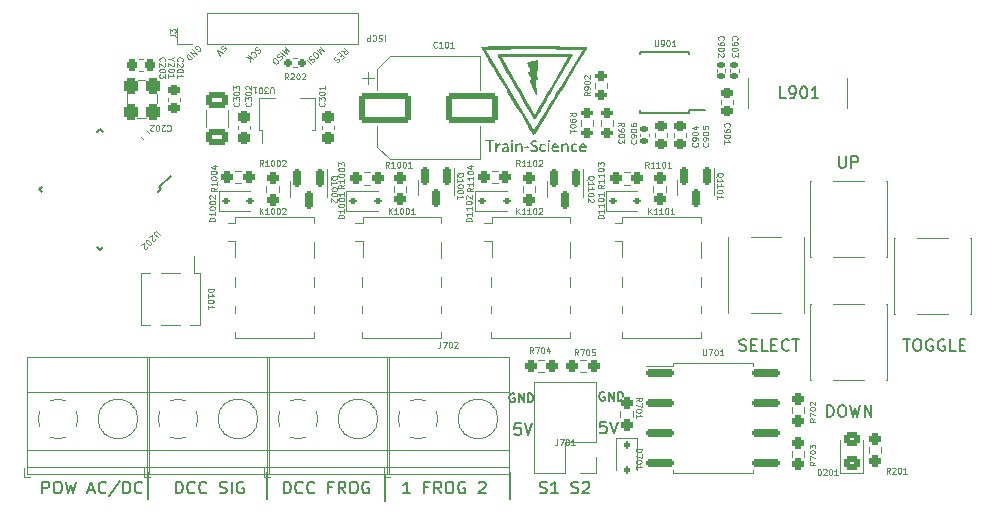
<source format=gbr>
%TF.GenerationSoftware,KiCad,Pcbnew,7.0.10*%
%TF.CreationDate,2024-03-04T12:47:41+01:00*%
%TF.ProjectId,OS-ServoDriver,4f532d53-6572-4766-9f44-72697665722e,rev?*%
%TF.SameCoordinates,Original*%
%TF.FileFunction,Legend,Top*%
%TF.FilePolarity,Positive*%
%FSLAX46Y46*%
G04 Gerber Fmt 4.6, Leading zero omitted, Abs format (unit mm)*
G04 Created by KiCad (PCBNEW 7.0.10) date 2024-03-04 12:47:41*
%MOMM*%
%LPD*%
G01*
G04 APERTURE LIST*
G04 Aperture macros list*
%AMRoundRect*
0 Rectangle with rounded corners*
0 $1 Rounding radius*
0 $2 $3 $4 $5 $6 $7 $8 $9 X,Y pos of 4 corners*
0 Add a 4 corners polygon primitive as box body*
4,1,4,$2,$3,$4,$5,$6,$7,$8,$9,$2,$3,0*
0 Add four circle primitives for the rounded corners*
1,1,$1+$1,$2,$3*
1,1,$1+$1,$4,$5*
1,1,$1+$1,$6,$7*
1,1,$1+$1,$8,$9*
0 Add four rect primitives between the rounded corners*
20,1,$1+$1,$2,$3,$4,$5,0*
20,1,$1+$1,$4,$5,$6,$7,0*
20,1,$1+$1,$6,$7,$8,$9,0*
20,1,$1+$1,$8,$9,$2,$3,0*%
%AMRotRect*
0 Rectangle, with rotation*
0 The origin of the aperture is its center*
0 $1 length*
0 $2 width*
0 $3 Rotation angle, in degrees counterclockwise*
0 Add horizontal line*
21,1,$1,$2,0,0,$3*%
%AMFreePoly0*
4,1,9,3.862500,-0.866500,0.737500,-0.866500,0.737500,-0.450000,-0.737500,-0.450000,-0.737500,0.450000,0.737500,0.450000,0.737500,0.866500,3.862500,0.866500,3.862500,-0.866500,3.862500,-0.866500,$1*%
G04 Aperture macros list end*
%ADD10C,0.150000*%
%ADD11C,0.075000*%
%ADD12C,0.120000*%
%ADD13C,3.200000*%
%ADD14R,1.910000X0.610000*%
%ADD15R,1.205000X1.550000*%
%ADD16R,1.800000X0.800000*%
%ADD17RoundRect,0.237500X-0.237500X0.250000X-0.237500X-0.250000X0.237500X-0.250000X0.237500X0.250000X0*%
%ADD18RoundRect,0.225000X0.225000X0.250000X-0.225000X0.250000X-0.225000X-0.250000X0.225000X-0.250000X0*%
%ADD19R,0.800000X1.000000*%
%ADD20RoundRect,0.112500X-0.187500X-0.112500X0.187500X-0.112500X0.187500X0.112500X-0.187500X0.112500X0*%
%ADD21RoundRect,0.300000X0.300000X-0.400000X0.300000X0.400000X-0.300000X0.400000X-0.300000X-0.400000X0*%
%ADD22R,0.900000X1.300000*%
%ADD23FreePoly0,90.000000*%
%ADD24RoundRect,0.150000X-0.150000X0.587500X-0.150000X-0.587500X0.150000X-0.587500X0.150000X0.587500X0*%
%ADD25RoundRect,0.237500X-0.250000X-0.237500X0.250000X-0.237500X0.250000X0.237500X-0.250000X0.237500X0*%
%ADD26R,8.200000X2.600000*%
%ADD27R,1.700000X1.700000*%
%ADD28O,1.700000X1.700000*%
%ADD29R,1.300000X1.550000*%
%ADD30C,2.600000*%
%ADD31R,2.600000X2.600000*%
%ADD32RoundRect,0.112500X-0.112500X0.187500X-0.112500X-0.187500X0.112500X-0.187500X0.112500X0.187500X0*%
%ADD33RoundRect,0.162500X-1.012500X-0.162500X1.012500X-0.162500X1.012500X0.162500X-1.012500X0.162500X0*%
%ADD34RoundRect,0.140000X0.170000X-0.140000X0.170000X0.140000X-0.170000X0.140000X-0.170000X-0.140000X0*%
%ADD35RoundRect,0.250000X-1.950000X-1.000000X1.950000X-1.000000X1.950000X1.000000X-1.950000X1.000000X0*%
%ADD36RoundRect,0.200000X0.275000X-0.200000X0.275000X0.200000X-0.275000X0.200000X-0.275000X-0.200000X0*%
%ADD37RoundRect,0.237500X0.250000X0.237500X-0.250000X0.237500X-0.250000X-0.237500X0.250000X-0.237500X0*%
%ADD38RoundRect,0.237500X0.237500X-0.250000X0.237500X0.250000X-0.237500X0.250000X-0.237500X-0.250000X0*%
%ADD39RoundRect,0.140000X-0.219203X-0.021213X-0.021213X-0.219203X0.219203X0.021213X0.021213X0.219203X0*%
%ADD40RoundRect,0.225000X0.250000X-0.225000X0.250000X0.225000X-0.250000X0.225000X-0.250000X-0.225000X0*%
%ADD41RoundRect,0.160000X0.197500X0.160000X-0.197500X0.160000X-0.197500X-0.160000X0.197500X-0.160000X0*%
%ADD42RoundRect,0.225000X-0.250000X0.225000X-0.250000X-0.225000X0.250000X-0.225000X0.250000X0.225000X0*%
%ADD43RoundRect,0.200000X-0.275000X0.200000X-0.275000X-0.200000X0.275000X-0.200000X0.275000X0.200000X0*%
%ADD44RoundRect,0.250000X0.450000X-0.325000X0.450000X0.325000X-0.450000X0.325000X-0.450000X-0.325000X0*%
%ADD45RoundRect,0.237500X0.237500X-0.300000X0.237500X0.300000X-0.237500X0.300000X-0.237500X-0.300000X0*%
%ADD46RoundRect,0.250000X0.650000X-0.412500X0.650000X0.412500X-0.650000X0.412500X-0.650000X-0.412500X0*%
%ADD47RotRect,1.600000X0.550000X225.000000*%
%ADD48RotRect,1.600000X0.550000X315.000000*%
G04 APERTURE END LIST*
D10*
X105156000Y-150495000D02*
X105156000Y-148209000D01*
X115189000Y-150622000D02*
X115189000Y-148336000D01*
X95123000Y-150495000D02*
X95123000Y-148209000D01*
X125730000Y-150495000D02*
X125730000Y-148209000D01*
X153625779Y-121424819D02*
X153625779Y-122234342D01*
X153625779Y-122234342D02*
X153673398Y-122329580D01*
X153673398Y-122329580D02*
X153721017Y-122377200D01*
X153721017Y-122377200D02*
X153816255Y-122424819D01*
X153816255Y-122424819D02*
X154006731Y-122424819D01*
X154006731Y-122424819D02*
X154101969Y-122377200D01*
X154101969Y-122377200D02*
X154149588Y-122329580D01*
X154149588Y-122329580D02*
X154197207Y-122234342D01*
X154197207Y-122234342D02*
X154197207Y-121424819D01*
X154673398Y-122424819D02*
X154673398Y-121424819D01*
X154673398Y-121424819D02*
X155054350Y-121424819D01*
X155054350Y-121424819D02*
X155149588Y-121472438D01*
X155149588Y-121472438D02*
X155197207Y-121520057D01*
X155197207Y-121520057D02*
X155244826Y-121615295D01*
X155244826Y-121615295D02*
X155244826Y-121758152D01*
X155244826Y-121758152D02*
X155197207Y-121853390D01*
X155197207Y-121853390D02*
X155149588Y-121901009D01*
X155149588Y-121901009D02*
X155054350Y-121948628D01*
X155054350Y-121948628D02*
X154673398Y-121948628D01*
D11*
X104354628Y-112179095D02*
X104287284Y-112212767D01*
X104287284Y-112212767D02*
X104203105Y-112296946D01*
X104203105Y-112296946D02*
X104186269Y-112347454D01*
X104186269Y-112347454D02*
X104186269Y-112381125D01*
X104186269Y-112381125D02*
X104203105Y-112431633D01*
X104203105Y-112431633D02*
X104236777Y-112465305D01*
X104236777Y-112465305D02*
X104287284Y-112482141D01*
X104287284Y-112482141D02*
X104320956Y-112482141D01*
X104320956Y-112482141D02*
X104371464Y-112465305D01*
X104371464Y-112465305D02*
X104455643Y-112414797D01*
X104455643Y-112414797D02*
X104506151Y-112397961D01*
X104506151Y-112397961D02*
X104539822Y-112397961D01*
X104539822Y-112397961D02*
X104590330Y-112414797D01*
X104590330Y-112414797D02*
X104624002Y-112448469D01*
X104624002Y-112448469D02*
X104640838Y-112498976D01*
X104640838Y-112498976D02*
X104640838Y-112532648D01*
X104640838Y-112532648D02*
X104624002Y-112583156D01*
X104624002Y-112583156D02*
X104539822Y-112667335D01*
X104539822Y-112667335D02*
X104472479Y-112701007D01*
X103815880Y-112751514D02*
X103815880Y-112717843D01*
X103815880Y-112717843D02*
X103849552Y-112650499D01*
X103849552Y-112650499D02*
X103883224Y-112616827D01*
X103883224Y-112616827D02*
X103950567Y-112583156D01*
X103950567Y-112583156D02*
X104017911Y-112583156D01*
X104017911Y-112583156D02*
X104068418Y-112599991D01*
X104068418Y-112599991D02*
X104152598Y-112650499D01*
X104152598Y-112650499D02*
X104203105Y-112701007D01*
X104203105Y-112701007D02*
X104253613Y-112785186D01*
X104253613Y-112785186D02*
X104270449Y-112835694D01*
X104270449Y-112835694D02*
X104270449Y-112903037D01*
X104270449Y-112903037D02*
X104236777Y-112970381D01*
X104236777Y-112970381D02*
X104203105Y-113004052D01*
X104203105Y-113004052D02*
X104135762Y-113037724D01*
X104135762Y-113037724D02*
X104102090Y-113037724D01*
X103630685Y-112869365D02*
X103984239Y-113222919D01*
X103428655Y-113071396D02*
X103782208Y-113121904D01*
X103782208Y-113424949D02*
X103782208Y-113020888D01*
X111484925Y-112508125D02*
X111771135Y-112558633D01*
X111686956Y-112306095D02*
X112040509Y-112659648D01*
X112040509Y-112659648D02*
X111905822Y-112794335D01*
X111905822Y-112794335D02*
X111855315Y-112811171D01*
X111855315Y-112811171D02*
X111821643Y-112811171D01*
X111821643Y-112811171D02*
X111771135Y-112794335D01*
X111771135Y-112794335D02*
X111720628Y-112743828D01*
X111720628Y-112743828D02*
X111703792Y-112693320D01*
X111703792Y-112693320D02*
X111703792Y-112659648D01*
X111703792Y-112659648D02*
X111720628Y-112609141D01*
X111720628Y-112609141D02*
X111855315Y-112474454D01*
X111518597Y-112844843D02*
X111400746Y-112962694D01*
X111165044Y-112828007D02*
X111333403Y-112659648D01*
X111333403Y-112659648D02*
X111686956Y-113013202D01*
X111686956Y-113013202D02*
X111518597Y-113181560D01*
X111047193Y-112979530D02*
X110979849Y-113013202D01*
X110979849Y-113013202D02*
X110895670Y-113097381D01*
X110895670Y-113097381D02*
X110878834Y-113147889D01*
X110878834Y-113147889D02*
X110878834Y-113181560D01*
X110878834Y-113181560D02*
X110895670Y-113232068D01*
X110895670Y-113232068D02*
X110929342Y-113265740D01*
X110929342Y-113265740D02*
X110979849Y-113282576D01*
X110979849Y-113282576D02*
X111013521Y-113282576D01*
X111013521Y-113282576D02*
X111064029Y-113265740D01*
X111064029Y-113265740D02*
X111148208Y-113215232D01*
X111148208Y-113215232D02*
X111198716Y-113198396D01*
X111198716Y-113198396D02*
X111232387Y-113198396D01*
X111232387Y-113198396D02*
X111282895Y-113215232D01*
X111282895Y-113215232D02*
X111316567Y-113248904D01*
X111316567Y-113248904D02*
X111333403Y-113299412D01*
X111333403Y-113299412D02*
X111333403Y-113333083D01*
X111333403Y-113333083D02*
X111316567Y-113383591D01*
X111316567Y-113383591D02*
X111232387Y-113467770D01*
X111232387Y-113467770D02*
X111165044Y-113501442D01*
D10*
X133766112Y-141426128D02*
X133694684Y-141390414D01*
X133694684Y-141390414D02*
X133587541Y-141390414D01*
X133587541Y-141390414D02*
X133480398Y-141426128D01*
X133480398Y-141426128D02*
X133408969Y-141497557D01*
X133408969Y-141497557D02*
X133373255Y-141568985D01*
X133373255Y-141568985D02*
X133337541Y-141711842D01*
X133337541Y-141711842D02*
X133337541Y-141818985D01*
X133337541Y-141818985D02*
X133373255Y-141961842D01*
X133373255Y-141961842D02*
X133408969Y-142033271D01*
X133408969Y-142033271D02*
X133480398Y-142104700D01*
X133480398Y-142104700D02*
X133587541Y-142140414D01*
X133587541Y-142140414D02*
X133658969Y-142140414D01*
X133658969Y-142140414D02*
X133766112Y-142104700D01*
X133766112Y-142104700D02*
X133801826Y-142068985D01*
X133801826Y-142068985D02*
X133801826Y-141818985D01*
X133801826Y-141818985D02*
X133658969Y-141818985D01*
X134123255Y-142140414D02*
X134123255Y-141390414D01*
X134123255Y-141390414D02*
X134551826Y-142140414D01*
X134551826Y-142140414D02*
X134551826Y-141390414D01*
X134908969Y-142140414D02*
X134908969Y-141390414D01*
X134908969Y-141390414D02*
X135087540Y-141390414D01*
X135087540Y-141390414D02*
X135194683Y-141426128D01*
X135194683Y-141426128D02*
X135266112Y-141497557D01*
X135266112Y-141497557D02*
X135301826Y-141568985D01*
X135301826Y-141568985D02*
X135337540Y-141711842D01*
X135337540Y-141711842D02*
X135337540Y-141818985D01*
X135337540Y-141818985D02*
X135301826Y-141961842D01*
X135301826Y-141961842D02*
X135266112Y-142033271D01*
X135266112Y-142033271D02*
X135194683Y-142104700D01*
X135194683Y-142104700D02*
X135087540Y-142140414D01*
X135087540Y-142140414D02*
X134908969Y-142140414D01*
X106635779Y-149983819D02*
X106635779Y-148983819D01*
X106635779Y-148983819D02*
X106873874Y-148983819D01*
X106873874Y-148983819D02*
X107016731Y-149031438D01*
X107016731Y-149031438D02*
X107111969Y-149126676D01*
X107111969Y-149126676D02*
X107159588Y-149221914D01*
X107159588Y-149221914D02*
X107207207Y-149412390D01*
X107207207Y-149412390D02*
X107207207Y-149555247D01*
X107207207Y-149555247D02*
X107159588Y-149745723D01*
X107159588Y-149745723D02*
X107111969Y-149840961D01*
X107111969Y-149840961D02*
X107016731Y-149936200D01*
X107016731Y-149936200D02*
X106873874Y-149983819D01*
X106873874Y-149983819D02*
X106635779Y-149983819D01*
X108207207Y-149888580D02*
X108159588Y-149936200D01*
X108159588Y-149936200D02*
X108016731Y-149983819D01*
X108016731Y-149983819D02*
X107921493Y-149983819D01*
X107921493Y-149983819D02*
X107778636Y-149936200D01*
X107778636Y-149936200D02*
X107683398Y-149840961D01*
X107683398Y-149840961D02*
X107635779Y-149745723D01*
X107635779Y-149745723D02*
X107588160Y-149555247D01*
X107588160Y-149555247D02*
X107588160Y-149412390D01*
X107588160Y-149412390D02*
X107635779Y-149221914D01*
X107635779Y-149221914D02*
X107683398Y-149126676D01*
X107683398Y-149126676D02*
X107778636Y-149031438D01*
X107778636Y-149031438D02*
X107921493Y-148983819D01*
X107921493Y-148983819D02*
X108016731Y-148983819D01*
X108016731Y-148983819D02*
X108159588Y-149031438D01*
X108159588Y-149031438D02*
X108207207Y-149079057D01*
X109207207Y-149888580D02*
X109159588Y-149936200D01*
X109159588Y-149936200D02*
X109016731Y-149983819D01*
X109016731Y-149983819D02*
X108921493Y-149983819D01*
X108921493Y-149983819D02*
X108778636Y-149936200D01*
X108778636Y-149936200D02*
X108683398Y-149840961D01*
X108683398Y-149840961D02*
X108635779Y-149745723D01*
X108635779Y-149745723D02*
X108588160Y-149555247D01*
X108588160Y-149555247D02*
X108588160Y-149412390D01*
X108588160Y-149412390D02*
X108635779Y-149221914D01*
X108635779Y-149221914D02*
X108683398Y-149126676D01*
X108683398Y-149126676D02*
X108778636Y-149031438D01*
X108778636Y-149031438D02*
X108921493Y-148983819D01*
X108921493Y-148983819D02*
X109016731Y-148983819D01*
X109016731Y-148983819D02*
X109159588Y-149031438D01*
X109159588Y-149031438D02*
X109207207Y-149079057D01*
X110731017Y-149460009D02*
X110397684Y-149460009D01*
X110397684Y-149983819D02*
X110397684Y-148983819D01*
X110397684Y-148983819D02*
X110873874Y-148983819D01*
X111826255Y-149983819D02*
X111492922Y-149507628D01*
X111254827Y-149983819D02*
X111254827Y-148983819D01*
X111254827Y-148983819D02*
X111635779Y-148983819D01*
X111635779Y-148983819D02*
X111731017Y-149031438D01*
X111731017Y-149031438D02*
X111778636Y-149079057D01*
X111778636Y-149079057D02*
X111826255Y-149174295D01*
X111826255Y-149174295D02*
X111826255Y-149317152D01*
X111826255Y-149317152D02*
X111778636Y-149412390D01*
X111778636Y-149412390D02*
X111731017Y-149460009D01*
X111731017Y-149460009D02*
X111635779Y-149507628D01*
X111635779Y-149507628D02*
X111254827Y-149507628D01*
X112445303Y-148983819D02*
X112635779Y-148983819D01*
X112635779Y-148983819D02*
X112731017Y-149031438D01*
X112731017Y-149031438D02*
X112826255Y-149126676D01*
X112826255Y-149126676D02*
X112873874Y-149317152D01*
X112873874Y-149317152D02*
X112873874Y-149650485D01*
X112873874Y-149650485D02*
X112826255Y-149840961D01*
X112826255Y-149840961D02*
X112731017Y-149936200D01*
X112731017Y-149936200D02*
X112635779Y-149983819D01*
X112635779Y-149983819D02*
X112445303Y-149983819D01*
X112445303Y-149983819D02*
X112350065Y-149936200D01*
X112350065Y-149936200D02*
X112254827Y-149840961D01*
X112254827Y-149840961D02*
X112207208Y-149650485D01*
X112207208Y-149650485D02*
X112207208Y-149317152D01*
X112207208Y-149317152D02*
X112254827Y-149126676D01*
X112254827Y-149126676D02*
X112350065Y-149031438D01*
X112350065Y-149031438D02*
X112445303Y-148983819D01*
X113826255Y-149031438D02*
X113731017Y-148983819D01*
X113731017Y-148983819D02*
X113588160Y-148983819D01*
X113588160Y-148983819D02*
X113445303Y-149031438D01*
X113445303Y-149031438D02*
X113350065Y-149126676D01*
X113350065Y-149126676D02*
X113302446Y-149221914D01*
X113302446Y-149221914D02*
X113254827Y-149412390D01*
X113254827Y-149412390D02*
X113254827Y-149555247D01*
X113254827Y-149555247D02*
X113302446Y-149745723D01*
X113302446Y-149745723D02*
X113350065Y-149840961D01*
X113350065Y-149840961D02*
X113445303Y-149936200D01*
X113445303Y-149936200D02*
X113588160Y-149983819D01*
X113588160Y-149983819D02*
X113683398Y-149983819D01*
X113683398Y-149983819D02*
X113826255Y-149936200D01*
X113826255Y-149936200D02*
X113873874Y-149888580D01*
X113873874Y-149888580D02*
X113873874Y-149555247D01*
X113873874Y-149555247D02*
X113683398Y-149555247D01*
D11*
X115147610Y-111190090D02*
X115147610Y-111690090D01*
X114933324Y-111213900D02*
X114861896Y-111190090D01*
X114861896Y-111190090D02*
X114742848Y-111190090D01*
X114742848Y-111190090D02*
X114695229Y-111213900D01*
X114695229Y-111213900D02*
X114671420Y-111237709D01*
X114671420Y-111237709D02*
X114647610Y-111285328D01*
X114647610Y-111285328D02*
X114647610Y-111332947D01*
X114647610Y-111332947D02*
X114671420Y-111380566D01*
X114671420Y-111380566D02*
X114695229Y-111404376D01*
X114695229Y-111404376D02*
X114742848Y-111428185D01*
X114742848Y-111428185D02*
X114838086Y-111451995D01*
X114838086Y-111451995D02*
X114885705Y-111475804D01*
X114885705Y-111475804D02*
X114909515Y-111499614D01*
X114909515Y-111499614D02*
X114933324Y-111547233D01*
X114933324Y-111547233D02*
X114933324Y-111594852D01*
X114933324Y-111594852D02*
X114909515Y-111642471D01*
X114909515Y-111642471D02*
X114885705Y-111666280D01*
X114885705Y-111666280D02*
X114838086Y-111690090D01*
X114838086Y-111690090D02*
X114719039Y-111690090D01*
X114719039Y-111690090D02*
X114647610Y-111666280D01*
X114147611Y-111237709D02*
X114171420Y-111213900D01*
X114171420Y-111213900D02*
X114242849Y-111190090D01*
X114242849Y-111190090D02*
X114290468Y-111190090D01*
X114290468Y-111190090D02*
X114361896Y-111213900D01*
X114361896Y-111213900D02*
X114409515Y-111261519D01*
X114409515Y-111261519D02*
X114433325Y-111309138D01*
X114433325Y-111309138D02*
X114457134Y-111404376D01*
X114457134Y-111404376D02*
X114457134Y-111475804D01*
X114457134Y-111475804D02*
X114433325Y-111571042D01*
X114433325Y-111571042D02*
X114409515Y-111618661D01*
X114409515Y-111618661D02*
X114361896Y-111666280D01*
X114361896Y-111666280D02*
X114290468Y-111690090D01*
X114290468Y-111690090D02*
X114242849Y-111690090D01*
X114242849Y-111690090D02*
X114171420Y-111666280D01*
X114171420Y-111666280D02*
X114147611Y-111642471D01*
X113933325Y-111190090D02*
X113933325Y-111690090D01*
X113933325Y-111690090D02*
X113742849Y-111690090D01*
X113742849Y-111690090D02*
X113695230Y-111666280D01*
X113695230Y-111666280D02*
X113671420Y-111642471D01*
X113671420Y-111642471D02*
X113647611Y-111594852D01*
X113647611Y-111594852D02*
X113647611Y-111523423D01*
X113647611Y-111523423D02*
X113671420Y-111475804D01*
X113671420Y-111475804D02*
X113695230Y-111451995D01*
X113695230Y-111451995D02*
X113742849Y-111428185D01*
X113742849Y-111428185D02*
X113933325Y-111428185D01*
D10*
X145196160Y-137871200D02*
X145339017Y-137918819D01*
X145339017Y-137918819D02*
X145577112Y-137918819D01*
X145577112Y-137918819D02*
X145672350Y-137871200D01*
X145672350Y-137871200D02*
X145719969Y-137823580D01*
X145719969Y-137823580D02*
X145767588Y-137728342D01*
X145767588Y-137728342D02*
X145767588Y-137633104D01*
X145767588Y-137633104D02*
X145719969Y-137537866D01*
X145719969Y-137537866D02*
X145672350Y-137490247D01*
X145672350Y-137490247D02*
X145577112Y-137442628D01*
X145577112Y-137442628D02*
X145386636Y-137395009D01*
X145386636Y-137395009D02*
X145291398Y-137347390D01*
X145291398Y-137347390D02*
X145243779Y-137299771D01*
X145243779Y-137299771D02*
X145196160Y-137204533D01*
X145196160Y-137204533D02*
X145196160Y-137109295D01*
X145196160Y-137109295D02*
X145243779Y-137014057D01*
X145243779Y-137014057D02*
X145291398Y-136966438D01*
X145291398Y-136966438D02*
X145386636Y-136918819D01*
X145386636Y-136918819D02*
X145624731Y-136918819D01*
X145624731Y-136918819D02*
X145767588Y-136966438D01*
X146196160Y-137395009D02*
X146529493Y-137395009D01*
X146672350Y-137918819D02*
X146196160Y-137918819D01*
X146196160Y-137918819D02*
X146196160Y-136918819D01*
X146196160Y-136918819D02*
X146672350Y-136918819D01*
X147577112Y-137918819D02*
X147100922Y-137918819D01*
X147100922Y-137918819D02*
X147100922Y-136918819D01*
X147910446Y-137395009D02*
X148243779Y-137395009D01*
X148386636Y-137918819D02*
X147910446Y-137918819D01*
X147910446Y-137918819D02*
X147910446Y-136918819D01*
X147910446Y-136918819D02*
X148386636Y-136918819D01*
X149386636Y-137823580D02*
X149339017Y-137871200D01*
X149339017Y-137871200D02*
X149196160Y-137918819D01*
X149196160Y-137918819D02*
X149100922Y-137918819D01*
X149100922Y-137918819D02*
X148958065Y-137871200D01*
X148958065Y-137871200D02*
X148862827Y-137775961D01*
X148862827Y-137775961D02*
X148815208Y-137680723D01*
X148815208Y-137680723D02*
X148767589Y-137490247D01*
X148767589Y-137490247D02*
X148767589Y-137347390D01*
X148767589Y-137347390D02*
X148815208Y-137156914D01*
X148815208Y-137156914D02*
X148862827Y-137061676D01*
X148862827Y-137061676D02*
X148958065Y-136966438D01*
X148958065Y-136966438D02*
X149100922Y-136918819D01*
X149100922Y-136918819D02*
X149196160Y-136918819D01*
X149196160Y-136918819D02*
X149339017Y-136966438D01*
X149339017Y-136966438D02*
X149386636Y-137014057D01*
X149672351Y-136918819D02*
X150243779Y-136918819D01*
X149958065Y-137918819D02*
X149958065Y-136918819D01*
D11*
X99392479Y-112574007D02*
X99442986Y-112557171D01*
X99442986Y-112557171D02*
X99493494Y-112506664D01*
X99493494Y-112506664D02*
X99527166Y-112439320D01*
X99527166Y-112439320D02*
X99527166Y-112371976D01*
X99527166Y-112371976D02*
X99510330Y-112321469D01*
X99510330Y-112321469D02*
X99459822Y-112237289D01*
X99459822Y-112237289D02*
X99409315Y-112186782D01*
X99409315Y-112186782D02*
X99325135Y-112136274D01*
X99325135Y-112136274D02*
X99274628Y-112119438D01*
X99274628Y-112119438D02*
X99207284Y-112119438D01*
X99207284Y-112119438D02*
X99139941Y-112153110D01*
X99139941Y-112153110D02*
X99106269Y-112186782D01*
X99106269Y-112186782D02*
X99072597Y-112254125D01*
X99072597Y-112254125D02*
X99072597Y-112287797D01*
X99072597Y-112287797D02*
X99190448Y-112405648D01*
X99190448Y-112405648D02*
X99257792Y-112338305D01*
X98887403Y-112405648D02*
X99240956Y-112759202D01*
X99240956Y-112759202D02*
X98685372Y-112607679D01*
X98685372Y-112607679D02*
X99038925Y-112961232D01*
X98517013Y-112776038D02*
X98870566Y-113129591D01*
X98870566Y-113129591D02*
X98786387Y-113213771D01*
X98786387Y-113213771D02*
X98719043Y-113247442D01*
X98719043Y-113247442D02*
X98651700Y-113247442D01*
X98651700Y-113247442D02*
X98601192Y-113230606D01*
X98601192Y-113230606D02*
X98517013Y-113180099D01*
X98517013Y-113180099D02*
X98466505Y-113129591D01*
X98466505Y-113129591D02*
X98415998Y-113045412D01*
X98415998Y-113045412D02*
X98399162Y-112994904D01*
X98399162Y-112994904D02*
X98399162Y-112927561D01*
X98399162Y-112927561D02*
X98432834Y-112860217D01*
X98432834Y-112860217D02*
X98517013Y-112776038D01*
D10*
X126146112Y-141553128D02*
X126074684Y-141517414D01*
X126074684Y-141517414D02*
X125967541Y-141517414D01*
X125967541Y-141517414D02*
X125860398Y-141553128D01*
X125860398Y-141553128D02*
X125788969Y-141624557D01*
X125788969Y-141624557D02*
X125753255Y-141695985D01*
X125753255Y-141695985D02*
X125717541Y-141838842D01*
X125717541Y-141838842D02*
X125717541Y-141945985D01*
X125717541Y-141945985D02*
X125753255Y-142088842D01*
X125753255Y-142088842D02*
X125788969Y-142160271D01*
X125788969Y-142160271D02*
X125860398Y-142231700D01*
X125860398Y-142231700D02*
X125967541Y-142267414D01*
X125967541Y-142267414D02*
X126038969Y-142267414D01*
X126038969Y-142267414D02*
X126146112Y-142231700D01*
X126146112Y-142231700D02*
X126181826Y-142195985D01*
X126181826Y-142195985D02*
X126181826Y-141945985D01*
X126181826Y-141945985D02*
X126038969Y-141945985D01*
X126503255Y-142267414D02*
X126503255Y-141517414D01*
X126503255Y-141517414D02*
X126931826Y-142267414D01*
X126931826Y-142267414D02*
X126931826Y-141517414D01*
X127288969Y-142267414D02*
X127288969Y-141517414D01*
X127288969Y-141517414D02*
X127467540Y-141517414D01*
X127467540Y-141517414D02*
X127574683Y-141553128D01*
X127574683Y-141553128D02*
X127646112Y-141624557D01*
X127646112Y-141624557D02*
X127681826Y-141695985D01*
X127681826Y-141695985D02*
X127717540Y-141838842D01*
X127717540Y-141838842D02*
X127717540Y-141945985D01*
X127717540Y-141945985D02*
X127681826Y-142088842D01*
X127681826Y-142088842D02*
X127646112Y-142160271D01*
X127646112Y-142160271D02*
X127574683Y-142231700D01*
X127574683Y-142231700D02*
X127467540Y-142267414D01*
X127467540Y-142267414D02*
X127288969Y-142267414D01*
X117319588Y-149983819D02*
X116748160Y-149983819D01*
X117033874Y-149983819D02*
X117033874Y-148983819D01*
X117033874Y-148983819D02*
X116938636Y-149126676D01*
X116938636Y-149126676D02*
X116843398Y-149221914D01*
X116843398Y-149221914D02*
X116748160Y-149269533D01*
X118843398Y-149460009D02*
X118510065Y-149460009D01*
X118510065Y-149983819D02*
X118510065Y-148983819D01*
X118510065Y-148983819D02*
X118986255Y-148983819D01*
X119938636Y-149983819D02*
X119605303Y-149507628D01*
X119367208Y-149983819D02*
X119367208Y-148983819D01*
X119367208Y-148983819D02*
X119748160Y-148983819D01*
X119748160Y-148983819D02*
X119843398Y-149031438D01*
X119843398Y-149031438D02*
X119891017Y-149079057D01*
X119891017Y-149079057D02*
X119938636Y-149174295D01*
X119938636Y-149174295D02*
X119938636Y-149317152D01*
X119938636Y-149317152D02*
X119891017Y-149412390D01*
X119891017Y-149412390D02*
X119843398Y-149460009D01*
X119843398Y-149460009D02*
X119748160Y-149507628D01*
X119748160Y-149507628D02*
X119367208Y-149507628D01*
X120557684Y-148983819D02*
X120748160Y-148983819D01*
X120748160Y-148983819D02*
X120843398Y-149031438D01*
X120843398Y-149031438D02*
X120938636Y-149126676D01*
X120938636Y-149126676D02*
X120986255Y-149317152D01*
X120986255Y-149317152D02*
X120986255Y-149650485D01*
X120986255Y-149650485D02*
X120938636Y-149840961D01*
X120938636Y-149840961D02*
X120843398Y-149936200D01*
X120843398Y-149936200D02*
X120748160Y-149983819D01*
X120748160Y-149983819D02*
X120557684Y-149983819D01*
X120557684Y-149983819D02*
X120462446Y-149936200D01*
X120462446Y-149936200D02*
X120367208Y-149840961D01*
X120367208Y-149840961D02*
X120319589Y-149650485D01*
X120319589Y-149650485D02*
X120319589Y-149317152D01*
X120319589Y-149317152D02*
X120367208Y-149126676D01*
X120367208Y-149126676D02*
X120462446Y-149031438D01*
X120462446Y-149031438D02*
X120557684Y-148983819D01*
X121938636Y-149031438D02*
X121843398Y-148983819D01*
X121843398Y-148983819D02*
X121700541Y-148983819D01*
X121700541Y-148983819D02*
X121557684Y-149031438D01*
X121557684Y-149031438D02*
X121462446Y-149126676D01*
X121462446Y-149126676D02*
X121414827Y-149221914D01*
X121414827Y-149221914D02*
X121367208Y-149412390D01*
X121367208Y-149412390D02*
X121367208Y-149555247D01*
X121367208Y-149555247D02*
X121414827Y-149745723D01*
X121414827Y-149745723D02*
X121462446Y-149840961D01*
X121462446Y-149840961D02*
X121557684Y-149936200D01*
X121557684Y-149936200D02*
X121700541Y-149983819D01*
X121700541Y-149983819D02*
X121795779Y-149983819D01*
X121795779Y-149983819D02*
X121938636Y-149936200D01*
X121938636Y-149936200D02*
X121986255Y-149888580D01*
X121986255Y-149888580D02*
X121986255Y-149555247D01*
X121986255Y-149555247D02*
X121795779Y-149555247D01*
X123129113Y-149079057D02*
X123176732Y-149031438D01*
X123176732Y-149031438D02*
X123271970Y-148983819D01*
X123271970Y-148983819D02*
X123510065Y-148983819D01*
X123510065Y-148983819D02*
X123605303Y-149031438D01*
X123605303Y-149031438D02*
X123652922Y-149079057D01*
X123652922Y-149079057D02*
X123700541Y-149174295D01*
X123700541Y-149174295D02*
X123700541Y-149269533D01*
X123700541Y-149269533D02*
X123652922Y-149412390D01*
X123652922Y-149412390D02*
X123081494Y-149983819D01*
X123081494Y-149983819D02*
X123700541Y-149983819D01*
X86188779Y-149983819D02*
X86188779Y-148983819D01*
X86188779Y-148983819D02*
X86569731Y-148983819D01*
X86569731Y-148983819D02*
X86664969Y-149031438D01*
X86664969Y-149031438D02*
X86712588Y-149079057D01*
X86712588Y-149079057D02*
X86760207Y-149174295D01*
X86760207Y-149174295D02*
X86760207Y-149317152D01*
X86760207Y-149317152D02*
X86712588Y-149412390D01*
X86712588Y-149412390D02*
X86664969Y-149460009D01*
X86664969Y-149460009D02*
X86569731Y-149507628D01*
X86569731Y-149507628D02*
X86188779Y-149507628D01*
X87379255Y-148983819D02*
X87569731Y-148983819D01*
X87569731Y-148983819D02*
X87664969Y-149031438D01*
X87664969Y-149031438D02*
X87760207Y-149126676D01*
X87760207Y-149126676D02*
X87807826Y-149317152D01*
X87807826Y-149317152D02*
X87807826Y-149650485D01*
X87807826Y-149650485D02*
X87760207Y-149840961D01*
X87760207Y-149840961D02*
X87664969Y-149936200D01*
X87664969Y-149936200D02*
X87569731Y-149983819D01*
X87569731Y-149983819D02*
X87379255Y-149983819D01*
X87379255Y-149983819D02*
X87284017Y-149936200D01*
X87284017Y-149936200D02*
X87188779Y-149840961D01*
X87188779Y-149840961D02*
X87141160Y-149650485D01*
X87141160Y-149650485D02*
X87141160Y-149317152D01*
X87141160Y-149317152D02*
X87188779Y-149126676D01*
X87188779Y-149126676D02*
X87284017Y-149031438D01*
X87284017Y-149031438D02*
X87379255Y-148983819D01*
X88141160Y-148983819D02*
X88379255Y-149983819D01*
X88379255Y-149983819D02*
X88569731Y-149269533D01*
X88569731Y-149269533D02*
X88760207Y-149983819D01*
X88760207Y-149983819D02*
X88998303Y-148983819D01*
X90093541Y-149698104D02*
X90569731Y-149698104D01*
X89998303Y-149983819D02*
X90331636Y-148983819D01*
X90331636Y-148983819D02*
X90664969Y-149983819D01*
X91569731Y-149888580D02*
X91522112Y-149936200D01*
X91522112Y-149936200D02*
X91379255Y-149983819D01*
X91379255Y-149983819D02*
X91284017Y-149983819D01*
X91284017Y-149983819D02*
X91141160Y-149936200D01*
X91141160Y-149936200D02*
X91045922Y-149840961D01*
X91045922Y-149840961D02*
X90998303Y-149745723D01*
X90998303Y-149745723D02*
X90950684Y-149555247D01*
X90950684Y-149555247D02*
X90950684Y-149412390D01*
X90950684Y-149412390D02*
X90998303Y-149221914D01*
X90998303Y-149221914D02*
X91045922Y-149126676D01*
X91045922Y-149126676D02*
X91141160Y-149031438D01*
X91141160Y-149031438D02*
X91284017Y-148983819D01*
X91284017Y-148983819D02*
X91379255Y-148983819D01*
X91379255Y-148983819D02*
X91522112Y-149031438D01*
X91522112Y-149031438D02*
X91569731Y-149079057D01*
X92712588Y-148936200D02*
X91855446Y-150221914D01*
X93045922Y-149983819D02*
X93045922Y-148983819D01*
X93045922Y-148983819D02*
X93284017Y-148983819D01*
X93284017Y-148983819D02*
X93426874Y-149031438D01*
X93426874Y-149031438D02*
X93522112Y-149126676D01*
X93522112Y-149126676D02*
X93569731Y-149221914D01*
X93569731Y-149221914D02*
X93617350Y-149412390D01*
X93617350Y-149412390D02*
X93617350Y-149555247D01*
X93617350Y-149555247D02*
X93569731Y-149745723D01*
X93569731Y-149745723D02*
X93522112Y-149840961D01*
X93522112Y-149840961D02*
X93426874Y-149936200D01*
X93426874Y-149936200D02*
X93284017Y-149983819D01*
X93284017Y-149983819D02*
X93045922Y-149983819D01*
X94617350Y-149888580D02*
X94569731Y-149936200D01*
X94569731Y-149936200D02*
X94426874Y-149983819D01*
X94426874Y-149983819D02*
X94331636Y-149983819D01*
X94331636Y-149983819D02*
X94188779Y-149936200D01*
X94188779Y-149936200D02*
X94093541Y-149840961D01*
X94093541Y-149840961D02*
X94045922Y-149745723D01*
X94045922Y-149745723D02*
X93998303Y-149555247D01*
X93998303Y-149555247D02*
X93998303Y-149412390D01*
X93998303Y-149412390D02*
X94045922Y-149221914D01*
X94045922Y-149221914D02*
X94093541Y-149126676D01*
X94093541Y-149126676D02*
X94188779Y-149031438D01*
X94188779Y-149031438D02*
X94331636Y-148983819D01*
X94331636Y-148983819D02*
X94426874Y-148983819D01*
X94426874Y-148983819D02*
X94569731Y-149031438D01*
X94569731Y-149031438D02*
X94617350Y-149079057D01*
D11*
X106733956Y-112179095D02*
X107087509Y-112532648D01*
X107087509Y-112532648D02*
X106717120Y-112397961D01*
X106717120Y-112397961D02*
X106851807Y-112768351D01*
X106851807Y-112768351D02*
X106498254Y-112414797D01*
X106329895Y-112583156D02*
X106683448Y-112936710D01*
X106195208Y-112751515D02*
X106127864Y-112785187D01*
X106127864Y-112785187D02*
X106043685Y-112869366D01*
X106043685Y-112869366D02*
X106026849Y-112919874D01*
X106026849Y-112919874D02*
X106026849Y-112953545D01*
X106026849Y-112953545D02*
X106043685Y-113004053D01*
X106043685Y-113004053D02*
X106077357Y-113037725D01*
X106077357Y-113037725D02*
X106127864Y-113054561D01*
X106127864Y-113054561D02*
X106161536Y-113054561D01*
X106161536Y-113054561D02*
X106212044Y-113037725D01*
X106212044Y-113037725D02*
X106296223Y-112987217D01*
X106296223Y-112987217D02*
X106346731Y-112970381D01*
X106346731Y-112970381D02*
X106380402Y-112970381D01*
X106380402Y-112970381D02*
X106430910Y-112987217D01*
X106430910Y-112987217D02*
X106464582Y-113020889D01*
X106464582Y-113020889D02*
X106481418Y-113071396D01*
X106481418Y-113071396D02*
X106481418Y-113105068D01*
X106481418Y-113105068D02*
X106464582Y-113155576D01*
X106464582Y-113155576D02*
X106380402Y-113239755D01*
X106380402Y-113239755D02*
X106313059Y-113273427D01*
X106111029Y-113509129D02*
X106043685Y-113576472D01*
X106043685Y-113576472D02*
X105993178Y-113593308D01*
X105993178Y-113593308D02*
X105925834Y-113593308D01*
X105925834Y-113593308D02*
X105841655Y-113542801D01*
X105841655Y-113542801D02*
X105723804Y-113424949D01*
X105723804Y-113424949D02*
X105673296Y-113340770D01*
X105673296Y-113340770D02*
X105673296Y-113273427D01*
X105673296Y-113273427D02*
X105690132Y-113222919D01*
X105690132Y-113222919D02*
X105757475Y-113155575D01*
X105757475Y-113155575D02*
X105807983Y-113138740D01*
X105807983Y-113138740D02*
X105875327Y-113138740D01*
X105875327Y-113138740D02*
X105959506Y-113189247D01*
X105959506Y-113189247D02*
X106077357Y-113307098D01*
X106077357Y-113307098D02*
X106127865Y-113391278D01*
X106127865Y-113391278D02*
X106127865Y-113458621D01*
X106127865Y-113458621D02*
X106111029Y-113509129D01*
D10*
X152609779Y-143506819D02*
X152609779Y-142506819D01*
X152609779Y-142506819D02*
X152847874Y-142506819D01*
X152847874Y-142506819D02*
X152990731Y-142554438D01*
X152990731Y-142554438D02*
X153085969Y-142649676D01*
X153085969Y-142649676D02*
X153133588Y-142744914D01*
X153133588Y-142744914D02*
X153181207Y-142935390D01*
X153181207Y-142935390D02*
X153181207Y-143078247D01*
X153181207Y-143078247D02*
X153133588Y-143268723D01*
X153133588Y-143268723D02*
X153085969Y-143363961D01*
X153085969Y-143363961D02*
X152990731Y-143459200D01*
X152990731Y-143459200D02*
X152847874Y-143506819D01*
X152847874Y-143506819D02*
X152609779Y-143506819D01*
X153800255Y-142506819D02*
X153990731Y-142506819D01*
X153990731Y-142506819D02*
X154085969Y-142554438D01*
X154085969Y-142554438D02*
X154181207Y-142649676D01*
X154181207Y-142649676D02*
X154228826Y-142840152D01*
X154228826Y-142840152D02*
X154228826Y-143173485D01*
X154228826Y-143173485D02*
X154181207Y-143363961D01*
X154181207Y-143363961D02*
X154085969Y-143459200D01*
X154085969Y-143459200D02*
X153990731Y-143506819D01*
X153990731Y-143506819D02*
X153800255Y-143506819D01*
X153800255Y-143506819D02*
X153705017Y-143459200D01*
X153705017Y-143459200D02*
X153609779Y-143363961D01*
X153609779Y-143363961D02*
X153562160Y-143173485D01*
X153562160Y-143173485D02*
X153562160Y-142840152D01*
X153562160Y-142840152D02*
X153609779Y-142649676D01*
X153609779Y-142649676D02*
X153705017Y-142554438D01*
X153705017Y-142554438D02*
X153800255Y-142506819D01*
X154562160Y-142506819D02*
X154800255Y-143506819D01*
X154800255Y-143506819D02*
X154990731Y-142792533D01*
X154990731Y-142792533D02*
X155181207Y-143506819D01*
X155181207Y-143506819D02*
X155419303Y-142506819D01*
X155800255Y-143506819D02*
X155800255Y-142506819D01*
X155800255Y-142506819D02*
X156371683Y-143506819D01*
X156371683Y-143506819D02*
X156371683Y-142506819D01*
D11*
X101585151Y-112574007D02*
X101753509Y-112405648D01*
X101753509Y-112405648D02*
X101601986Y-112220454D01*
X101601986Y-112220454D02*
X101601986Y-112254125D01*
X101601986Y-112254125D02*
X101585151Y-112304633D01*
X101585151Y-112304633D02*
X101500971Y-112388812D01*
X101500971Y-112388812D02*
X101450464Y-112405648D01*
X101450464Y-112405648D02*
X101416792Y-112405648D01*
X101416792Y-112405648D02*
X101366284Y-112388812D01*
X101366284Y-112388812D02*
X101282105Y-112304633D01*
X101282105Y-112304633D02*
X101265269Y-112254125D01*
X101265269Y-112254125D02*
X101265269Y-112220454D01*
X101265269Y-112220454D02*
X101282105Y-112169946D01*
X101282105Y-112169946D02*
X101366284Y-112085767D01*
X101366284Y-112085767D02*
X101416792Y-112068931D01*
X101416792Y-112068931D02*
X101450464Y-112068931D01*
X101467300Y-112691858D02*
X100995895Y-112456156D01*
X100995895Y-112456156D02*
X101231598Y-112927560D01*
X109654956Y-112179095D02*
X110008509Y-112532648D01*
X110008509Y-112532648D02*
X109638120Y-112397961D01*
X109638120Y-112397961D02*
X109772807Y-112768351D01*
X109772807Y-112768351D02*
X109419254Y-112414797D01*
X109537105Y-113004053D02*
X109469761Y-113071397D01*
X109469761Y-113071397D02*
X109419253Y-113088232D01*
X109419253Y-113088232D02*
X109351910Y-113088232D01*
X109351910Y-113088232D02*
X109267731Y-113037725D01*
X109267731Y-113037725D02*
X109149879Y-112919874D01*
X109149879Y-112919874D02*
X109099372Y-112835694D01*
X109099372Y-112835694D02*
X109099372Y-112768351D01*
X109099372Y-112768351D02*
X109116208Y-112717843D01*
X109116208Y-112717843D02*
X109183551Y-112650500D01*
X109183551Y-112650500D02*
X109234059Y-112633664D01*
X109234059Y-112633664D02*
X109301402Y-112633664D01*
X109301402Y-112633664D02*
X109385582Y-112684171D01*
X109385582Y-112684171D02*
X109503433Y-112802023D01*
X109503433Y-112802023D02*
X109553940Y-112886202D01*
X109553940Y-112886202D02*
X109553940Y-112953545D01*
X109553940Y-112953545D02*
X109537105Y-113004053D01*
X108914177Y-112953546D02*
X108846833Y-112987218D01*
X108846833Y-112987218D02*
X108762654Y-113071397D01*
X108762654Y-113071397D02*
X108745818Y-113121905D01*
X108745818Y-113121905D02*
X108745818Y-113155576D01*
X108745818Y-113155576D02*
X108762654Y-113206084D01*
X108762654Y-113206084D02*
X108796326Y-113239756D01*
X108796326Y-113239756D02*
X108846833Y-113256592D01*
X108846833Y-113256592D02*
X108880505Y-113256592D01*
X108880505Y-113256592D02*
X108931013Y-113239756D01*
X108931013Y-113239756D02*
X109015192Y-113189248D01*
X109015192Y-113189248D02*
X109065700Y-113172412D01*
X109065700Y-113172412D02*
X109099371Y-113172412D01*
X109099371Y-113172412D02*
X109149879Y-113189248D01*
X109149879Y-113189248D02*
X109183551Y-113222920D01*
X109183551Y-113222920D02*
X109200387Y-113273427D01*
X109200387Y-113273427D02*
X109200387Y-113307099D01*
X109200387Y-113307099D02*
X109183551Y-113357607D01*
X109183551Y-113357607D02*
X109099371Y-113441786D01*
X109099371Y-113441786D02*
X109032028Y-113475458D01*
X108543788Y-113290263D02*
X108897341Y-113643816D01*
D10*
X126669969Y-144030819D02*
X126193779Y-144030819D01*
X126193779Y-144030819D02*
X126146160Y-144507009D01*
X126146160Y-144507009D02*
X126193779Y-144459390D01*
X126193779Y-144459390D02*
X126289017Y-144411771D01*
X126289017Y-144411771D02*
X126527112Y-144411771D01*
X126527112Y-144411771D02*
X126622350Y-144459390D01*
X126622350Y-144459390D02*
X126669969Y-144507009D01*
X126669969Y-144507009D02*
X126717588Y-144602247D01*
X126717588Y-144602247D02*
X126717588Y-144840342D01*
X126717588Y-144840342D02*
X126669969Y-144935580D01*
X126669969Y-144935580D02*
X126622350Y-144983200D01*
X126622350Y-144983200D02*
X126527112Y-145030819D01*
X126527112Y-145030819D02*
X126289017Y-145030819D01*
X126289017Y-145030819D02*
X126193779Y-144983200D01*
X126193779Y-144983200D02*
X126146160Y-144935580D01*
X127003303Y-144030819D02*
X127336636Y-145030819D01*
X127336636Y-145030819D02*
X127669969Y-144030819D01*
X159070922Y-136918819D02*
X159642350Y-136918819D01*
X159356636Y-137918819D02*
X159356636Y-136918819D01*
X160166160Y-136918819D02*
X160356636Y-136918819D01*
X160356636Y-136918819D02*
X160451874Y-136966438D01*
X160451874Y-136966438D02*
X160547112Y-137061676D01*
X160547112Y-137061676D02*
X160594731Y-137252152D01*
X160594731Y-137252152D02*
X160594731Y-137585485D01*
X160594731Y-137585485D02*
X160547112Y-137775961D01*
X160547112Y-137775961D02*
X160451874Y-137871200D01*
X160451874Y-137871200D02*
X160356636Y-137918819D01*
X160356636Y-137918819D02*
X160166160Y-137918819D01*
X160166160Y-137918819D02*
X160070922Y-137871200D01*
X160070922Y-137871200D02*
X159975684Y-137775961D01*
X159975684Y-137775961D02*
X159928065Y-137585485D01*
X159928065Y-137585485D02*
X159928065Y-137252152D01*
X159928065Y-137252152D02*
X159975684Y-137061676D01*
X159975684Y-137061676D02*
X160070922Y-136966438D01*
X160070922Y-136966438D02*
X160166160Y-136918819D01*
X161547112Y-136966438D02*
X161451874Y-136918819D01*
X161451874Y-136918819D02*
X161309017Y-136918819D01*
X161309017Y-136918819D02*
X161166160Y-136966438D01*
X161166160Y-136966438D02*
X161070922Y-137061676D01*
X161070922Y-137061676D02*
X161023303Y-137156914D01*
X161023303Y-137156914D02*
X160975684Y-137347390D01*
X160975684Y-137347390D02*
X160975684Y-137490247D01*
X160975684Y-137490247D02*
X161023303Y-137680723D01*
X161023303Y-137680723D02*
X161070922Y-137775961D01*
X161070922Y-137775961D02*
X161166160Y-137871200D01*
X161166160Y-137871200D02*
X161309017Y-137918819D01*
X161309017Y-137918819D02*
X161404255Y-137918819D01*
X161404255Y-137918819D02*
X161547112Y-137871200D01*
X161547112Y-137871200D02*
X161594731Y-137823580D01*
X161594731Y-137823580D02*
X161594731Y-137490247D01*
X161594731Y-137490247D02*
X161404255Y-137490247D01*
X162547112Y-136966438D02*
X162451874Y-136918819D01*
X162451874Y-136918819D02*
X162309017Y-136918819D01*
X162309017Y-136918819D02*
X162166160Y-136966438D01*
X162166160Y-136966438D02*
X162070922Y-137061676D01*
X162070922Y-137061676D02*
X162023303Y-137156914D01*
X162023303Y-137156914D02*
X161975684Y-137347390D01*
X161975684Y-137347390D02*
X161975684Y-137490247D01*
X161975684Y-137490247D02*
X162023303Y-137680723D01*
X162023303Y-137680723D02*
X162070922Y-137775961D01*
X162070922Y-137775961D02*
X162166160Y-137871200D01*
X162166160Y-137871200D02*
X162309017Y-137918819D01*
X162309017Y-137918819D02*
X162404255Y-137918819D01*
X162404255Y-137918819D02*
X162547112Y-137871200D01*
X162547112Y-137871200D02*
X162594731Y-137823580D01*
X162594731Y-137823580D02*
X162594731Y-137490247D01*
X162594731Y-137490247D02*
X162404255Y-137490247D01*
X163499493Y-137918819D02*
X163023303Y-137918819D01*
X163023303Y-137918819D02*
X163023303Y-136918819D01*
X163832827Y-137395009D02*
X164166160Y-137395009D01*
X164309017Y-137918819D02*
X163832827Y-137918819D01*
X163832827Y-137918819D02*
X163832827Y-136918819D01*
X163832827Y-136918819D02*
X164309017Y-136918819D01*
X133908969Y-143903819D02*
X133432779Y-143903819D01*
X133432779Y-143903819D02*
X133385160Y-144380009D01*
X133385160Y-144380009D02*
X133432779Y-144332390D01*
X133432779Y-144332390D02*
X133528017Y-144284771D01*
X133528017Y-144284771D02*
X133766112Y-144284771D01*
X133766112Y-144284771D02*
X133861350Y-144332390D01*
X133861350Y-144332390D02*
X133908969Y-144380009D01*
X133908969Y-144380009D02*
X133956588Y-144475247D01*
X133956588Y-144475247D02*
X133956588Y-144713342D01*
X133956588Y-144713342D02*
X133908969Y-144808580D01*
X133908969Y-144808580D02*
X133861350Y-144856200D01*
X133861350Y-144856200D02*
X133766112Y-144903819D01*
X133766112Y-144903819D02*
X133528017Y-144903819D01*
X133528017Y-144903819D02*
X133432779Y-144856200D01*
X133432779Y-144856200D02*
X133385160Y-144808580D01*
X134242303Y-143903819D02*
X134575636Y-144903819D01*
X134575636Y-144903819D02*
X134908969Y-143903819D01*
X97491779Y-149983819D02*
X97491779Y-148983819D01*
X97491779Y-148983819D02*
X97729874Y-148983819D01*
X97729874Y-148983819D02*
X97872731Y-149031438D01*
X97872731Y-149031438D02*
X97967969Y-149126676D01*
X97967969Y-149126676D02*
X98015588Y-149221914D01*
X98015588Y-149221914D02*
X98063207Y-149412390D01*
X98063207Y-149412390D02*
X98063207Y-149555247D01*
X98063207Y-149555247D02*
X98015588Y-149745723D01*
X98015588Y-149745723D02*
X97967969Y-149840961D01*
X97967969Y-149840961D02*
X97872731Y-149936200D01*
X97872731Y-149936200D02*
X97729874Y-149983819D01*
X97729874Y-149983819D02*
X97491779Y-149983819D01*
X99063207Y-149888580D02*
X99015588Y-149936200D01*
X99015588Y-149936200D02*
X98872731Y-149983819D01*
X98872731Y-149983819D02*
X98777493Y-149983819D01*
X98777493Y-149983819D02*
X98634636Y-149936200D01*
X98634636Y-149936200D02*
X98539398Y-149840961D01*
X98539398Y-149840961D02*
X98491779Y-149745723D01*
X98491779Y-149745723D02*
X98444160Y-149555247D01*
X98444160Y-149555247D02*
X98444160Y-149412390D01*
X98444160Y-149412390D02*
X98491779Y-149221914D01*
X98491779Y-149221914D02*
X98539398Y-149126676D01*
X98539398Y-149126676D02*
X98634636Y-149031438D01*
X98634636Y-149031438D02*
X98777493Y-148983819D01*
X98777493Y-148983819D02*
X98872731Y-148983819D01*
X98872731Y-148983819D02*
X99015588Y-149031438D01*
X99015588Y-149031438D02*
X99063207Y-149079057D01*
X100063207Y-149888580D02*
X100015588Y-149936200D01*
X100015588Y-149936200D02*
X99872731Y-149983819D01*
X99872731Y-149983819D02*
X99777493Y-149983819D01*
X99777493Y-149983819D02*
X99634636Y-149936200D01*
X99634636Y-149936200D02*
X99539398Y-149840961D01*
X99539398Y-149840961D02*
X99491779Y-149745723D01*
X99491779Y-149745723D02*
X99444160Y-149555247D01*
X99444160Y-149555247D02*
X99444160Y-149412390D01*
X99444160Y-149412390D02*
X99491779Y-149221914D01*
X99491779Y-149221914D02*
X99539398Y-149126676D01*
X99539398Y-149126676D02*
X99634636Y-149031438D01*
X99634636Y-149031438D02*
X99777493Y-148983819D01*
X99777493Y-148983819D02*
X99872731Y-148983819D01*
X99872731Y-148983819D02*
X100015588Y-149031438D01*
X100015588Y-149031438D02*
X100063207Y-149079057D01*
X101206065Y-149936200D02*
X101348922Y-149983819D01*
X101348922Y-149983819D02*
X101587017Y-149983819D01*
X101587017Y-149983819D02*
X101682255Y-149936200D01*
X101682255Y-149936200D02*
X101729874Y-149888580D01*
X101729874Y-149888580D02*
X101777493Y-149793342D01*
X101777493Y-149793342D02*
X101777493Y-149698104D01*
X101777493Y-149698104D02*
X101729874Y-149602866D01*
X101729874Y-149602866D02*
X101682255Y-149555247D01*
X101682255Y-149555247D02*
X101587017Y-149507628D01*
X101587017Y-149507628D02*
X101396541Y-149460009D01*
X101396541Y-149460009D02*
X101301303Y-149412390D01*
X101301303Y-149412390D02*
X101253684Y-149364771D01*
X101253684Y-149364771D02*
X101206065Y-149269533D01*
X101206065Y-149269533D02*
X101206065Y-149174295D01*
X101206065Y-149174295D02*
X101253684Y-149079057D01*
X101253684Y-149079057D02*
X101301303Y-149031438D01*
X101301303Y-149031438D02*
X101396541Y-148983819D01*
X101396541Y-148983819D02*
X101634636Y-148983819D01*
X101634636Y-148983819D02*
X101777493Y-149031438D01*
X102206065Y-149983819D02*
X102206065Y-148983819D01*
X103206064Y-149031438D02*
X103110826Y-148983819D01*
X103110826Y-148983819D02*
X102967969Y-148983819D01*
X102967969Y-148983819D02*
X102825112Y-149031438D01*
X102825112Y-149031438D02*
X102729874Y-149126676D01*
X102729874Y-149126676D02*
X102682255Y-149221914D01*
X102682255Y-149221914D02*
X102634636Y-149412390D01*
X102634636Y-149412390D02*
X102634636Y-149555247D01*
X102634636Y-149555247D02*
X102682255Y-149745723D01*
X102682255Y-149745723D02*
X102729874Y-149840961D01*
X102729874Y-149840961D02*
X102825112Y-149936200D01*
X102825112Y-149936200D02*
X102967969Y-149983819D01*
X102967969Y-149983819D02*
X103063207Y-149983819D01*
X103063207Y-149983819D02*
X103206064Y-149936200D01*
X103206064Y-149936200D02*
X103253683Y-149888580D01*
X103253683Y-149888580D02*
X103253683Y-149555247D01*
X103253683Y-149555247D02*
X103063207Y-149555247D01*
X128305160Y-149936200D02*
X128448017Y-149983819D01*
X128448017Y-149983819D02*
X128686112Y-149983819D01*
X128686112Y-149983819D02*
X128781350Y-149936200D01*
X128781350Y-149936200D02*
X128828969Y-149888580D01*
X128828969Y-149888580D02*
X128876588Y-149793342D01*
X128876588Y-149793342D02*
X128876588Y-149698104D01*
X128876588Y-149698104D02*
X128828969Y-149602866D01*
X128828969Y-149602866D02*
X128781350Y-149555247D01*
X128781350Y-149555247D02*
X128686112Y-149507628D01*
X128686112Y-149507628D02*
X128495636Y-149460009D01*
X128495636Y-149460009D02*
X128400398Y-149412390D01*
X128400398Y-149412390D02*
X128352779Y-149364771D01*
X128352779Y-149364771D02*
X128305160Y-149269533D01*
X128305160Y-149269533D02*
X128305160Y-149174295D01*
X128305160Y-149174295D02*
X128352779Y-149079057D01*
X128352779Y-149079057D02*
X128400398Y-149031438D01*
X128400398Y-149031438D02*
X128495636Y-148983819D01*
X128495636Y-148983819D02*
X128733731Y-148983819D01*
X128733731Y-148983819D02*
X128876588Y-149031438D01*
X129828969Y-149983819D02*
X129257541Y-149983819D01*
X129543255Y-149983819D02*
X129543255Y-148983819D01*
X129543255Y-148983819D02*
X129448017Y-149126676D01*
X129448017Y-149126676D02*
X129352779Y-149221914D01*
X129352779Y-149221914D02*
X129257541Y-149269533D01*
X130971827Y-149936200D02*
X131114684Y-149983819D01*
X131114684Y-149983819D02*
X131352779Y-149983819D01*
X131352779Y-149983819D02*
X131448017Y-149936200D01*
X131448017Y-149936200D02*
X131495636Y-149888580D01*
X131495636Y-149888580D02*
X131543255Y-149793342D01*
X131543255Y-149793342D02*
X131543255Y-149698104D01*
X131543255Y-149698104D02*
X131495636Y-149602866D01*
X131495636Y-149602866D02*
X131448017Y-149555247D01*
X131448017Y-149555247D02*
X131352779Y-149507628D01*
X131352779Y-149507628D02*
X131162303Y-149460009D01*
X131162303Y-149460009D02*
X131067065Y-149412390D01*
X131067065Y-149412390D02*
X131019446Y-149364771D01*
X131019446Y-149364771D02*
X130971827Y-149269533D01*
X130971827Y-149269533D02*
X130971827Y-149174295D01*
X130971827Y-149174295D02*
X131019446Y-149079057D01*
X131019446Y-149079057D02*
X131067065Y-149031438D01*
X131067065Y-149031438D02*
X131162303Y-148983819D01*
X131162303Y-148983819D02*
X131400398Y-148983819D01*
X131400398Y-148983819D02*
X131543255Y-149031438D01*
X131924208Y-149079057D02*
X131971827Y-149031438D01*
X131971827Y-149031438D02*
X132067065Y-148983819D01*
X132067065Y-148983819D02*
X132305160Y-148983819D01*
X132305160Y-148983819D02*
X132400398Y-149031438D01*
X132400398Y-149031438D02*
X132448017Y-149079057D01*
X132448017Y-149079057D02*
X132495636Y-149174295D01*
X132495636Y-149174295D02*
X132495636Y-149269533D01*
X132495636Y-149269533D02*
X132448017Y-149412390D01*
X132448017Y-149412390D02*
X131876589Y-149983819D01*
X131876589Y-149983819D02*
X132495636Y-149983819D01*
D11*
X138029857Y-111614409D02*
X138029857Y-112019171D01*
X138029857Y-112019171D02*
X138053667Y-112066790D01*
X138053667Y-112066790D02*
X138077476Y-112090600D01*
X138077476Y-112090600D02*
X138125095Y-112114409D01*
X138125095Y-112114409D02*
X138220333Y-112114409D01*
X138220333Y-112114409D02*
X138267952Y-112090600D01*
X138267952Y-112090600D02*
X138291762Y-112066790D01*
X138291762Y-112066790D02*
X138315571Y-112019171D01*
X138315571Y-112019171D02*
X138315571Y-111614409D01*
X138577477Y-112114409D02*
X138672715Y-112114409D01*
X138672715Y-112114409D02*
X138720334Y-112090600D01*
X138720334Y-112090600D02*
X138744143Y-112066790D01*
X138744143Y-112066790D02*
X138791762Y-111995361D01*
X138791762Y-111995361D02*
X138815572Y-111900123D01*
X138815572Y-111900123D02*
X138815572Y-111709647D01*
X138815572Y-111709647D02*
X138791762Y-111662028D01*
X138791762Y-111662028D02*
X138767953Y-111638219D01*
X138767953Y-111638219D02*
X138720334Y-111614409D01*
X138720334Y-111614409D02*
X138625096Y-111614409D01*
X138625096Y-111614409D02*
X138577477Y-111638219D01*
X138577477Y-111638219D02*
X138553667Y-111662028D01*
X138553667Y-111662028D02*
X138529858Y-111709647D01*
X138529858Y-111709647D02*
X138529858Y-111828695D01*
X138529858Y-111828695D02*
X138553667Y-111876314D01*
X138553667Y-111876314D02*
X138577477Y-111900123D01*
X138577477Y-111900123D02*
X138625096Y-111923933D01*
X138625096Y-111923933D02*
X138720334Y-111923933D01*
X138720334Y-111923933D02*
X138767953Y-111900123D01*
X138767953Y-111900123D02*
X138791762Y-111876314D01*
X138791762Y-111876314D02*
X138815572Y-111828695D01*
X139125095Y-111614409D02*
X139172714Y-111614409D01*
X139172714Y-111614409D02*
X139220333Y-111638219D01*
X139220333Y-111638219D02*
X139244143Y-111662028D01*
X139244143Y-111662028D02*
X139267952Y-111709647D01*
X139267952Y-111709647D02*
X139291762Y-111804885D01*
X139291762Y-111804885D02*
X139291762Y-111923933D01*
X139291762Y-111923933D02*
X139267952Y-112019171D01*
X139267952Y-112019171D02*
X139244143Y-112066790D01*
X139244143Y-112066790D02*
X139220333Y-112090600D01*
X139220333Y-112090600D02*
X139172714Y-112114409D01*
X139172714Y-112114409D02*
X139125095Y-112114409D01*
X139125095Y-112114409D02*
X139077476Y-112090600D01*
X139077476Y-112090600D02*
X139053667Y-112066790D01*
X139053667Y-112066790D02*
X139029857Y-112019171D01*
X139029857Y-112019171D02*
X139006048Y-111923933D01*
X139006048Y-111923933D02*
X139006048Y-111804885D01*
X139006048Y-111804885D02*
X139029857Y-111709647D01*
X139029857Y-111709647D02*
X139053667Y-111662028D01*
X139053667Y-111662028D02*
X139077476Y-111638219D01*
X139077476Y-111638219D02*
X139125095Y-111614409D01*
X139767952Y-112114409D02*
X139482238Y-112114409D01*
X139625095Y-112114409D02*
X139625095Y-111614409D01*
X139625095Y-111614409D02*
X139577476Y-111685838D01*
X139577476Y-111685838D02*
X139529857Y-111733457D01*
X139529857Y-111733457D02*
X139482238Y-111757266D01*
X137473667Y-126341409D02*
X137473667Y-125841409D01*
X137759381Y-126341409D02*
X137545096Y-126055695D01*
X137759381Y-125841409D02*
X137473667Y-126127123D01*
X138235572Y-126341409D02*
X137949858Y-126341409D01*
X138092715Y-126341409D02*
X138092715Y-125841409D01*
X138092715Y-125841409D02*
X138045096Y-125912838D01*
X138045096Y-125912838D02*
X137997477Y-125960457D01*
X137997477Y-125960457D02*
X137949858Y-125984266D01*
X138711762Y-126341409D02*
X138426048Y-126341409D01*
X138568905Y-126341409D02*
X138568905Y-125841409D01*
X138568905Y-125841409D02*
X138521286Y-125912838D01*
X138521286Y-125912838D02*
X138473667Y-125960457D01*
X138473667Y-125960457D02*
X138426048Y-125984266D01*
X139021285Y-125841409D02*
X139068904Y-125841409D01*
X139068904Y-125841409D02*
X139116523Y-125865219D01*
X139116523Y-125865219D02*
X139140333Y-125889028D01*
X139140333Y-125889028D02*
X139164142Y-125936647D01*
X139164142Y-125936647D02*
X139187952Y-126031885D01*
X139187952Y-126031885D02*
X139187952Y-126150933D01*
X139187952Y-126150933D02*
X139164142Y-126246171D01*
X139164142Y-126246171D02*
X139140333Y-126293790D01*
X139140333Y-126293790D02*
X139116523Y-126317600D01*
X139116523Y-126317600D02*
X139068904Y-126341409D01*
X139068904Y-126341409D02*
X139021285Y-126341409D01*
X139021285Y-126341409D02*
X138973666Y-126317600D01*
X138973666Y-126317600D02*
X138949857Y-126293790D01*
X138949857Y-126293790D02*
X138926047Y-126246171D01*
X138926047Y-126246171D02*
X138902238Y-126150933D01*
X138902238Y-126150933D02*
X138902238Y-126031885D01*
X138902238Y-126031885D02*
X138926047Y-125936647D01*
X138926047Y-125936647D02*
X138949857Y-125889028D01*
X138949857Y-125889028D02*
X138973666Y-125865219D01*
X138973666Y-125865219D02*
X139021285Y-125841409D01*
X139664142Y-126341409D02*
X139378428Y-126341409D01*
X139521285Y-126341409D02*
X139521285Y-125841409D01*
X139521285Y-125841409D02*
X139473666Y-125912838D01*
X139473666Y-125912838D02*
X139426047Y-125960457D01*
X139426047Y-125960457D02*
X139378428Y-125984266D01*
X104866381Y-122271409D02*
X104699715Y-122033314D01*
X104580667Y-122271409D02*
X104580667Y-121771409D01*
X104580667Y-121771409D02*
X104771143Y-121771409D01*
X104771143Y-121771409D02*
X104818762Y-121795219D01*
X104818762Y-121795219D02*
X104842572Y-121819028D01*
X104842572Y-121819028D02*
X104866381Y-121866647D01*
X104866381Y-121866647D02*
X104866381Y-121938076D01*
X104866381Y-121938076D02*
X104842572Y-121985695D01*
X104842572Y-121985695D02*
X104818762Y-122009504D01*
X104818762Y-122009504D02*
X104771143Y-122033314D01*
X104771143Y-122033314D02*
X104580667Y-122033314D01*
X105342572Y-122271409D02*
X105056858Y-122271409D01*
X105199715Y-122271409D02*
X105199715Y-121771409D01*
X105199715Y-121771409D02*
X105152096Y-121842838D01*
X105152096Y-121842838D02*
X105104477Y-121890457D01*
X105104477Y-121890457D02*
X105056858Y-121914266D01*
X105652095Y-121771409D02*
X105699714Y-121771409D01*
X105699714Y-121771409D02*
X105747333Y-121795219D01*
X105747333Y-121795219D02*
X105771143Y-121819028D01*
X105771143Y-121819028D02*
X105794952Y-121866647D01*
X105794952Y-121866647D02*
X105818762Y-121961885D01*
X105818762Y-121961885D02*
X105818762Y-122080933D01*
X105818762Y-122080933D02*
X105794952Y-122176171D01*
X105794952Y-122176171D02*
X105771143Y-122223790D01*
X105771143Y-122223790D02*
X105747333Y-122247600D01*
X105747333Y-122247600D02*
X105699714Y-122271409D01*
X105699714Y-122271409D02*
X105652095Y-122271409D01*
X105652095Y-122271409D02*
X105604476Y-122247600D01*
X105604476Y-122247600D02*
X105580667Y-122223790D01*
X105580667Y-122223790D02*
X105556857Y-122176171D01*
X105556857Y-122176171D02*
X105533048Y-122080933D01*
X105533048Y-122080933D02*
X105533048Y-121961885D01*
X105533048Y-121961885D02*
X105556857Y-121866647D01*
X105556857Y-121866647D02*
X105580667Y-121819028D01*
X105580667Y-121819028D02*
X105604476Y-121795219D01*
X105604476Y-121795219D02*
X105652095Y-121771409D01*
X106128285Y-121771409D02*
X106175904Y-121771409D01*
X106175904Y-121771409D02*
X106223523Y-121795219D01*
X106223523Y-121795219D02*
X106247333Y-121819028D01*
X106247333Y-121819028D02*
X106271142Y-121866647D01*
X106271142Y-121866647D02*
X106294952Y-121961885D01*
X106294952Y-121961885D02*
X106294952Y-122080933D01*
X106294952Y-122080933D02*
X106271142Y-122176171D01*
X106271142Y-122176171D02*
X106247333Y-122223790D01*
X106247333Y-122223790D02*
X106223523Y-122247600D01*
X106223523Y-122247600D02*
X106175904Y-122271409D01*
X106175904Y-122271409D02*
X106128285Y-122271409D01*
X106128285Y-122271409D02*
X106080666Y-122247600D01*
X106080666Y-122247600D02*
X106056857Y-122223790D01*
X106056857Y-122223790D02*
X106033047Y-122176171D01*
X106033047Y-122176171D02*
X106009238Y-122080933D01*
X106009238Y-122080933D02*
X106009238Y-121961885D01*
X106009238Y-121961885D02*
X106033047Y-121866647D01*
X106033047Y-121866647D02*
X106056857Y-121819028D01*
X106056857Y-121819028D02*
X106080666Y-121795219D01*
X106080666Y-121795219D02*
X106128285Y-121771409D01*
X106485428Y-121819028D02*
X106509237Y-121795219D01*
X106509237Y-121795219D02*
X106556856Y-121771409D01*
X106556856Y-121771409D02*
X106675904Y-121771409D01*
X106675904Y-121771409D02*
X106723523Y-121795219D01*
X106723523Y-121795219D02*
X106747332Y-121819028D01*
X106747332Y-121819028D02*
X106771142Y-121866647D01*
X106771142Y-121866647D02*
X106771142Y-121914266D01*
X106771142Y-121914266D02*
X106747332Y-121985695D01*
X106747332Y-121985695D02*
X106461618Y-122271409D01*
X106461618Y-122271409D02*
X106771142Y-122271409D01*
X96129533Y-113393208D02*
X96105724Y-113369399D01*
X96105724Y-113369399D02*
X96081914Y-113297970D01*
X96081914Y-113297970D02*
X96081914Y-113250351D01*
X96081914Y-113250351D02*
X96105724Y-113178923D01*
X96105724Y-113178923D02*
X96153343Y-113131304D01*
X96153343Y-113131304D02*
X96200962Y-113107494D01*
X96200962Y-113107494D02*
X96296200Y-113083685D01*
X96296200Y-113083685D02*
X96367628Y-113083685D01*
X96367628Y-113083685D02*
X96462866Y-113107494D01*
X96462866Y-113107494D02*
X96510485Y-113131304D01*
X96510485Y-113131304D02*
X96558104Y-113178923D01*
X96558104Y-113178923D02*
X96581914Y-113250351D01*
X96581914Y-113250351D02*
X96581914Y-113297970D01*
X96581914Y-113297970D02*
X96558104Y-113369399D01*
X96558104Y-113369399D02*
X96534295Y-113393208D01*
X96534295Y-113583685D02*
X96558104Y-113607494D01*
X96558104Y-113607494D02*
X96581914Y-113655113D01*
X96581914Y-113655113D02*
X96581914Y-113774161D01*
X96581914Y-113774161D02*
X96558104Y-113821780D01*
X96558104Y-113821780D02*
X96534295Y-113845589D01*
X96534295Y-113845589D02*
X96486676Y-113869399D01*
X96486676Y-113869399D02*
X96439057Y-113869399D01*
X96439057Y-113869399D02*
X96367628Y-113845589D01*
X96367628Y-113845589D02*
X96081914Y-113559875D01*
X96081914Y-113559875D02*
X96081914Y-113869399D01*
X96581914Y-114178922D02*
X96581914Y-114226541D01*
X96581914Y-114226541D02*
X96558104Y-114274160D01*
X96558104Y-114274160D02*
X96534295Y-114297970D01*
X96534295Y-114297970D02*
X96486676Y-114321779D01*
X96486676Y-114321779D02*
X96391438Y-114345589D01*
X96391438Y-114345589D02*
X96272390Y-114345589D01*
X96272390Y-114345589D02*
X96177152Y-114321779D01*
X96177152Y-114321779D02*
X96129533Y-114297970D01*
X96129533Y-114297970D02*
X96105724Y-114274160D01*
X96105724Y-114274160D02*
X96081914Y-114226541D01*
X96081914Y-114226541D02*
X96081914Y-114178922D01*
X96081914Y-114178922D02*
X96105724Y-114131303D01*
X96105724Y-114131303D02*
X96129533Y-114107494D01*
X96129533Y-114107494D02*
X96177152Y-114083684D01*
X96177152Y-114083684D02*
X96272390Y-114059875D01*
X96272390Y-114059875D02*
X96391438Y-114059875D01*
X96391438Y-114059875D02*
X96486676Y-114083684D01*
X96486676Y-114083684D02*
X96534295Y-114107494D01*
X96534295Y-114107494D02*
X96558104Y-114131303D01*
X96558104Y-114131303D02*
X96581914Y-114178922D01*
X96581914Y-114512255D02*
X96581914Y-114821779D01*
X96581914Y-114821779D02*
X96391438Y-114655112D01*
X96391438Y-114655112D02*
X96391438Y-114726541D01*
X96391438Y-114726541D02*
X96367628Y-114774160D01*
X96367628Y-114774160D02*
X96343819Y-114797969D01*
X96343819Y-114797969D02*
X96296200Y-114821779D01*
X96296200Y-114821779D02*
X96177152Y-114821779D01*
X96177152Y-114821779D02*
X96129533Y-114797969D01*
X96129533Y-114797969D02*
X96105724Y-114774160D01*
X96105724Y-114774160D02*
X96081914Y-114726541D01*
X96081914Y-114726541D02*
X96081914Y-114583684D01*
X96081914Y-114583684D02*
X96105724Y-114536065D01*
X96105724Y-114536065D02*
X96129533Y-114512255D01*
X100172590Y-132654762D02*
X100672590Y-132654762D01*
X100672590Y-132654762D02*
X100672590Y-132773810D01*
X100672590Y-132773810D02*
X100648780Y-132845238D01*
X100648780Y-132845238D02*
X100601161Y-132892857D01*
X100601161Y-132892857D02*
X100553542Y-132916667D01*
X100553542Y-132916667D02*
X100458304Y-132940476D01*
X100458304Y-132940476D02*
X100386876Y-132940476D01*
X100386876Y-132940476D02*
X100291638Y-132916667D01*
X100291638Y-132916667D02*
X100244019Y-132892857D01*
X100244019Y-132892857D02*
X100196400Y-132845238D01*
X100196400Y-132845238D02*
X100172590Y-132773810D01*
X100172590Y-132773810D02*
X100172590Y-132654762D01*
X100172590Y-133416667D02*
X100172590Y-133130953D01*
X100172590Y-133273810D02*
X100672590Y-133273810D01*
X100672590Y-133273810D02*
X100601161Y-133226191D01*
X100601161Y-133226191D02*
X100553542Y-133178572D01*
X100553542Y-133178572D02*
X100529733Y-133130953D01*
X100672590Y-133726190D02*
X100672590Y-133773809D01*
X100672590Y-133773809D02*
X100648780Y-133821428D01*
X100648780Y-133821428D02*
X100624971Y-133845238D01*
X100624971Y-133845238D02*
X100577352Y-133869047D01*
X100577352Y-133869047D02*
X100482114Y-133892857D01*
X100482114Y-133892857D02*
X100363066Y-133892857D01*
X100363066Y-133892857D02*
X100267828Y-133869047D01*
X100267828Y-133869047D02*
X100220209Y-133845238D01*
X100220209Y-133845238D02*
X100196400Y-133821428D01*
X100196400Y-133821428D02*
X100172590Y-133773809D01*
X100172590Y-133773809D02*
X100172590Y-133726190D01*
X100172590Y-133726190D02*
X100196400Y-133678571D01*
X100196400Y-133678571D02*
X100220209Y-133654762D01*
X100220209Y-133654762D02*
X100267828Y-133630952D01*
X100267828Y-133630952D02*
X100363066Y-133607143D01*
X100363066Y-133607143D02*
X100482114Y-133607143D01*
X100482114Y-133607143D02*
X100577352Y-133630952D01*
X100577352Y-133630952D02*
X100624971Y-133654762D01*
X100624971Y-133654762D02*
X100648780Y-133678571D01*
X100648780Y-133678571D02*
X100672590Y-133726190D01*
X100172590Y-134369047D02*
X100172590Y-134083333D01*
X100172590Y-134226190D02*
X100672590Y-134226190D01*
X100672590Y-134226190D02*
X100601161Y-134178571D01*
X100601161Y-134178571D02*
X100553542Y-134130952D01*
X100553542Y-134130952D02*
X100529733Y-134083333D01*
X111733409Y-126686332D02*
X111233409Y-126686332D01*
X111233409Y-126686332D02*
X111233409Y-126567284D01*
X111233409Y-126567284D02*
X111257219Y-126495856D01*
X111257219Y-126495856D02*
X111304838Y-126448237D01*
X111304838Y-126448237D02*
X111352457Y-126424427D01*
X111352457Y-126424427D02*
X111447695Y-126400618D01*
X111447695Y-126400618D02*
X111519123Y-126400618D01*
X111519123Y-126400618D02*
X111614361Y-126424427D01*
X111614361Y-126424427D02*
X111661980Y-126448237D01*
X111661980Y-126448237D02*
X111709600Y-126495856D01*
X111709600Y-126495856D02*
X111733409Y-126567284D01*
X111733409Y-126567284D02*
X111733409Y-126686332D01*
X111733409Y-125924427D02*
X111733409Y-126210141D01*
X111733409Y-126067284D02*
X111233409Y-126067284D01*
X111233409Y-126067284D02*
X111304838Y-126114903D01*
X111304838Y-126114903D02*
X111352457Y-126162522D01*
X111352457Y-126162522D02*
X111376266Y-126210141D01*
X111233409Y-125614904D02*
X111233409Y-125567285D01*
X111233409Y-125567285D02*
X111257219Y-125519666D01*
X111257219Y-125519666D02*
X111281028Y-125495856D01*
X111281028Y-125495856D02*
X111328647Y-125472047D01*
X111328647Y-125472047D02*
X111423885Y-125448237D01*
X111423885Y-125448237D02*
X111542933Y-125448237D01*
X111542933Y-125448237D02*
X111638171Y-125472047D01*
X111638171Y-125472047D02*
X111685790Y-125495856D01*
X111685790Y-125495856D02*
X111709600Y-125519666D01*
X111709600Y-125519666D02*
X111733409Y-125567285D01*
X111733409Y-125567285D02*
X111733409Y-125614904D01*
X111733409Y-125614904D02*
X111709600Y-125662523D01*
X111709600Y-125662523D02*
X111685790Y-125686332D01*
X111685790Y-125686332D02*
X111638171Y-125710142D01*
X111638171Y-125710142D02*
X111542933Y-125733951D01*
X111542933Y-125733951D02*
X111423885Y-125733951D01*
X111423885Y-125733951D02*
X111328647Y-125710142D01*
X111328647Y-125710142D02*
X111281028Y-125686332D01*
X111281028Y-125686332D02*
X111257219Y-125662523D01*
X111257219Y-125662523D02*
X111233409Y-125614904D01*
X111233409Y-125138714D02*
X111233409Y-125091095D01*
X111233409Y-125091095D02*
X111257219Y-125043476D01*
X111257219Y-125043476D02*
X111281028Y-125019666D01*
X111281028Y-125019666D02*
X111328647Y-124995857D01*
X111328647Y-124995857D02*
X111423885Y-124972047D01*
X111423885Y-124972047D02*
X111542933Y-124972047D01*
X111542933Y-124972047D02*
X111638171Y-124995857D01*
X111638171Y-124995857D02*
X111685790Y-125019666D01*
X111685790Y-125019666D02*
X111709600Y-125043476D01*
X111709600Y-125043476D02*
X111733409Y-125091095D01*
X111733409Y-125091095D02*
X111733409Y-125138714D01*
X111733409Y-125138714D02*
X111709600Y-125186333D01*
X111709600Y-125186333D02*
X111685790Y-125210142D01*
X111685790Y-125210142D02*
X111638171Y-125233952D01*
X111638171Y-125233952D02*
X111542933Y-125257761D01*
X111542933Y-125257761D02*
X111423885Y-125257761D01*
X111423885Y-125257761D02*
X111328647Y-125233952D01*
X111328647Y-125233952D02*
X111281028Y-125210142D01*
X111281028Y-125210142D02*
X111257219Y-125186333D01*
X111257219Y-125186333D02*
X111233409Y-125138714D01*
X111733409Y-124495857D02*
X111733409Y-124781571D01*
X111733409Y-124638714D02*
X111233409Y-124638714D01*
X111233409Y-124638714D02*
X111304838Y-124686333D01*
X111304838Y-124686333D02*
X111352457Y-124733952D01*
X111352457Y-124733952D02*
X111376266Y-124781571D01*
X97082009Y-113238447D02*
X96843914Y-113238447D01*
X97343914Y-113071781D02*
X97082009Y-113238447D01*
X97082009Y-113238447D02*
X97343914Y-113405114D01*
X97296295Y-113547971D02*
X97320104Y-113571780D01*
X97320104Y-113571780D02*
X97343914Y-113619399D01*
X97343914Y-113619399D02*
X97343914Y-113738447D01*
X97343914Y-113738447D02*
X97320104Y-113786066D01*
X97320104Y-113786066D02*
X97296295Y-113809875D01*
X97296295Y-113809875D02*
X97248676Y-113833685D01*
X97248676Y-113833685D02*
X97201057Y-113833685D01*
X97201057Y-113833685D02*
X97129628Y-113809875D01*
X97129628Y-113809875D02*
X96843914Y-113524161D01*
X96843914Y-113524161D02*
X96843914Y-113833685D01*
X97343914Y-114143208D02*
X97343914Y-114190827D01*
X97343914Y-114190827D02*
X97320104Y-114238446D01*
X97320104Y-114238446D02*
X97296295Y-114262256D01*
X97296295Y-114262256D02*
X97248676Y-114286065D01*
X97248676Y-114286065D02*
X97153438Y-114309875D01*
X97153438Y-114309875D02*
X97034390Y-114309875D01*
X97034390Y-114309875D02*
X96939152Y-114286065D01*
X96939152Y-114286065D02*
X96891533Y-114262256D01*
X96891533Y-114262256D02*
X96867724Y-114238446D01*
X96867724Y-114238446D02*
X96843914Y-114190827D01*
X96843914Y-114190827D02*
X96843914Y-114143208D01*
X96843914Y-114143208D02*
X96867724Y-114095589D01*
X96867724Y-114095589D02*
X96891533Y-114071780D01*
X96891533Y-114071780D02*
X96939152Y-114047970D01*
X96939152Y-114047970D02*
X97034390Y-114024161D01*
X97034390Y-114024161D02*
X97153438Y-114024161D01*
X97153438Y-114024161D02*
X97248676Y-114047970D01*
X97248676Y-114047970D02*
X97296295Y-114071780D01*
X97296295Y-114071780D02*
X97320104Y-114095589D01*
X97320104Y-114095589D02*
X97343914Y-114143208D01*
X96843914Y-114786065D02*
X96843914Y-114500351D01*
X96843914Y-114643208D02*
X97343914Y-114643208D01*
X97343914Y-114643208D02*
X97272485Y-114595589D01*
X97272485Y-114595589D02*
X97224866Y-114547970D01*
X97224866Y-114547970D02*
X97201057Y-114500351D01*
X136424590Y-142188476D02*
X136662685Y-142021810D01*
X136424590Y-141902762D02*
X136924590Y-141902762D01*
X136924590Y-141902762D02*
X136924590Y-142093238D01*
X136924590Y-142093238D02*
X136900780Y-142140857D01*
X136900780Y-142140857D02*
X136876971Y-142164667D01*
X136876971Y-142164667D02*
X136829352Y-142188476D01*
X136829352Y-142188476D02*
X136757923Y-142188476D01*
X136757923Y-142188476D02*
X136710304Y-142164667D01*
X136710304Y-142164667D02*
X136686495Y-142140857D01*
X136686495Y-142140857D02*
X136662685Y-142093238D01*
X136662685Y-142093238D02*
X136662685Y-141902762D01*
X136924590Y-142355143D02*
X136924590Y-142688476D01*
X136924590Y-142688476D02*
X136424590Y-142474191D01*
X136924590Y-142974190D02*
X136924590Y-143021809D01*
X136924590Y-143021809D02*
X136900780Y-143069428D01*
X136900780Y-143069428D02*
X136876971Y-143093238D01*
X136876971Y-143093238D02*
X136829352Y-143117047D01*
X136829352Y-143117047D02*
X136734114Y-143140857D01*
X136734114Y-143140857D02*
X136615066Y-143140857D01*
X136615066Y-143140857D02*
X136519828Y-143117047D01*
X136519828Y-143117047D02*
X136472209Y-143093238D01*
X136472209Y-143093238D02*
X136448400Y-143069428D01*
X136448400Y-143069428D02*
X136424590Y-143021809D01*
X136424590Y-143021809D02*
X136424590Y-142974190D01*
X136424590Y-142974190D02*
X136448400Y-142926571D01*
X136448400Y-142926571D02*
X136472209Y-142902762D01*
X136472209Y-142902762D02*
X136519828Y-142878952D01*
X136519828Y-142878952D02*
X136615066Y-142855143D01*
X136615066Y-142855143D02*
X136734114Y-142855143D01*
X136734114Y-142855143D02*
X136829352Y-142878952D01*
X136829352Y-142878952D02*
X136876971Y-142902762D01*
X136876971Y-142902762D02*
X136900780Y-142926571D01*
X136900780Y-142926571D02*
X136924590Y-142974190D01*
X136424590Y-143617047D02*
X136424590Y-143331333D01*
X136424590Y-143474190D02*
X136924590Y-143474190D01*
X136924590Y-143474190D02*
X136853161Y-143426571D01*
X136853161Y-143426571D02*
X136805542Y-143378952D01*
X136805542Y-143378952D02*
X136781733Y-143331333D01*
X105759142Y-116123090D02*
X105759142Y-115718328D01*
X105759142Y-115718328D02*
X105735332Y-115670709D01*
X105735332Y-115670709D02*
X105711523Y-115646900D01*
X105711523Y-115646900D02*
X105663904Y-115623090D01*
X105663904Y-115623090D02*
X105568666Y-115623090D01*
X105568666Y-115623090D02*
X105521047Y-115646900D01*
X105521047Y-115646900D02*
X105497237Y-115670709D01*
X105497237Y-115670709D02*
X105473428Y-115718328D01*
X105473428Y-115718328D02*
X105473428Y-116123090D01*
X105282951Y-116123090D02*
X104973427Y-116123090D01*
X104973427Y-116123090D02*
X105140094Y-115932614D01*
X105140094Y-115932614D02*
X105068665Y-115932614D01*
X105068665Y-115932614D02*
X105021046Y-115908804D01*
X105021046Y-115908804D02*
X104997237Y-115884995D01*
X104997237Y-115884995D02*
X104973427Y-115837376D01*
X104973427Y-115837376D02*
X104973427Y-115718328D01*
X104973427Y-115718328D02*
X104997237Y-115670709D01*
X104997237Y-115670709D02*
X105021046Y-115646900D01*
X105021046Y-115646900D02*
X105068665Y-115623090D01*
X105068665Y-115623090D02*
X105211522Y-115623090D01*
X105211522Y-115623090D02*
X105259141Y-115646900D01*
X105259141Y-115646900D02*
X105282951Y-115670709D01*
X104663904Y-116123090D02*
X104616285Y-116123090D01*
X104616285Y-116123090D02*
X104568666Y-116099280D01*
X104568666Y-116099280D02*
X104544856Y-116075471D01*
X104544856Y-116075471D02*
X104521047Y-116027852D01*
X104521047Y-116027852D02*
X104497237Y-115932614D01*
X104497237Y-115932614D02*
X104497237Y-115813566D01*
X104497237Y-115813566D02*
X104521047Y-115718328D01*
X104521047Y-115718328D02*
X104544856Y-115670709D01*
X104544856Y-115670709D02*
X104568666Y-115646900D01*
X104568666Y-115646900D02*
X104616285Y-115623090D01*
X104616285Y-115623090D02*
X104663904Y-115623090D01*
X104663904Y-115623090D02*
X104711523Y-115646900D01*
X104711523Y-115646900D02*
X104735332Y-115670709D01*
X104735332Y-115670709D02*
X104759142Y-115718328D01*
X104759142Y-115718328D02*
X104782951Y-115813566D01*
X104782951Y-115813566D02*
X104782951Y-115932614D01*
X104782951Y-115932614D02*
X104759142Y-116027852D01*
X104759142Y-116027852D02*
X104735332Y-116075471D01*
X104735332Y-116075471D02*
X104711523Y-116099280D01*
X104711523Y-116099280D02*
X104663904Y-116123090D01*
X104021047Y-115623090D02*
X104306761Y-115623090D01*
X104163904Y-115623090D02*
X104163904Y-116123090D01*
X104163904Y-116123090D02*
X104211523Y-116051661D01*
X104211523Y-116051661D02*
X104259142Y-116004042D01*
X104259142Y-116004042D02*
X104306761Y-115980233D01*
X143234971Y-123193095D02*
X143258780Y-123145476D01*
X143258780Y-123145476D02*
X143306400Y-123097857D01*
X143306400Y-123097857D02*
X143377828Y-123026429D01*
X143377828Y-123026429D02*
X143401638Y-122978810D01*
X143401638Y-122978810D02*
X143401638Y-122931191D01*
X143282590Y-122955000D02*
X143306400Y-122907381D01*
X143306400Y-122907381D02*
X143354019Y-122859762D01*
X143354019Y-122859762D02*
X143449257Y-122835953D01*
X143449257Y-122835953D02*
X143615923Y-122835953D01*
X143615923Y-122835953D02*
X143711161Y-122859762D01*
X143711161Y-122859762D02*
X143758780Y-122907381D01*
X143758780Y-122907381D02*
X143782590Y-122955000D01*
X143782590Y-122955000D02*
X143782590Y-123050238D01*
X143782590Y-123050238D02*
X143758780Y-123097857D01*
X143758780Y-123097857D02*
X143711161Y-123145476D01*
X143711161Y-123145476D02*
X143615923Y-123169286D01*
X143615923Y-123169286D02*
X143449257Y-123169286D01*
X143449257Y-123169286D02*
X143354019Y-123145476D01*
X143354019Y-123145476D02*
X143306400Y-123097857D01*
X143306400Y-123097857D02*
X143282590Y-123050238D01*
X143282590Y-123050238D02*
X143282590Y-122955000D01*
X143282590Y-123645477D02*
X143282590Y-123359763D01*
X143282590Y-123502620D02*
X143782590Y-123502620D01*
X143782590Y-123502620D02*
X143711161Y-123455001D01*
X143711161Y-123455001D02*
X143663542Y-123407382D01*
X143663542Y-123407382D02*
X143639733Y-123359763D01*
X143282590Y-124121667D02*
X143282590Y-123835953D01*
X143282590Y-123978810D02*
X143782590Y-123978810D01*
X143782590Y-123978810D02*
X143711161Y-123931191D01*
X143711161Y-123931191D02*
X143663542Y-123883572D01*
X143663542Y-123883572D02*
X143639733Y-123835953D01*
X143782590Y-124431190D02*
X143782590Y-124478809D01*
X143782590Y-124478809D02*
X143758780Y-124526428D01*
X143758780Y-124526428D02*
X143734971Y-124550238D01*
X143734971Y-124550238D02*
X143687352Y-124574047D01*
X143687352Y-124574047D02*
X143592114Y-124597857D01*
X143592114Y-124597857D02*
X143473066Y-124597857D01*
X143473066Y-124597857D02*
X143377828Y-124574047D01*
X143377828Y-124574047D02*
X143330209Y-124550238D01*
X143330209Y-124550238D02*
X143306400Y-124526428D01*
X143306400Y-124526428D02*
X143282590Y-124478809D01*
X143282590Y-124478809D02*
X143282590Y-124431190D01*
X143282590Y-124431190D02*
X143306400Y-124383571D01*
X143306400Y-124383571D02*
X143330209Y-124359762D01*
X143330209Y-124359762D02*
X143377828Y-124335952D01*
X143377828Y-124335952D02*
X143473066Y-124312143D01*
X143473066Y-124312143D02*
X143592114Y-124312143D01*
X143592114Y-124312143D02*
X143687352Y-124335952D01*
X143687352Y-124335952D02*
X143734971Y-124359762D01*
X143734971Y-124359762D02*
X143758780Y-124383571D01*
X143758780Y-124383571D02*
X143782590Y-124431190D01*
X143282590Y-125074047D02*
X143282590Y-124788333D01*
X143282590Y-124931190D02*
X143782590Y-124931190D01*
X143782590Y-124931190D02*
X143711161Y-124883571D01*
X143711161Y-124883571D02*
X143663542Y-124835952D01*
X143663542Y-124835952D02*
X143639733Y-124788333D01*
X131543476Y-138294409D02*
X131376810Y-138056314D01*
X131257762Y-138294409D02*
X131257762Y-137794409D01*
X131257762Y-137794409D02*
X131448238Y-137794409D01*
X131448238Y-137794409D02*
X131495857Y-137818219D01*
X131495857Y-137818219D02*
X131519667Y-137842028D01*
X131519667Y-137842028D02*
X131543476Y-137889647D01*
X131543476Y-137889647D02*
X131543476Y-137961076D01*
X131543476Y-137961076D02*
X131519667Y-138008695D01*
X131519667Y-138008695D02*
X131495857Y-138032504D01*
X131495857Y-138032504D02*
X131448238Y-138056314D01*
X131448238Y-138056314D02*
X131257762Y-138056314D01*
X131710143Y-137794409D02*
X132043476Y-137794409D01*
X132043476Y-137794409D02*
X131829191Y-138294409D01*
X132329190Y-137794409D02*
X132376809Y-137794409D01*
X132376809Y-137794409D02*
X132424428Y-137818219D01*
X132424428Y-137818219D02*
X132448238Y-137842028D01*
X132448238Y-137842028D02*
X132472047Y-137889647D01*
X132472047Y-137889647D02*
X132495857Y-137984885D01*
X132495857Y-137984885D02*
X132495857Y-138103933D01*
X132495857Y-138103933D02*
X132472047Y-138199171D01*
X132472047Y-138199171D02*
X132448238Y-138246790D01*
X132448238Y-138246790D02*
X132424428Y-138270600D01*
X132424428Y-138270600D02*
X132376809Y-138294409D01*
X132376809Y-138294409D02*
X132329190Y-138294409D01*
X132329190Y-138294409D02*
X132281571Y-138270600D01*
X132281571Y-138270600D02*
X132257762Y-138246790D01*
X132257762Y-138246790D02*
X132233952Y-138199171D01*
X132233952Y-138199171D02*
X132210143Y-138103933D01*
X132210143Y-138103933D02*
X132210143Y-137984885D01*
X132210143Y-137984885D02*
X132233952Y-137889647D01*
X132233952Y-137889647D02*
X132257762Y-137842028D01*
X132257762Y-137842028D02*
X132281571Y-137818219D01*
X132281571Y-137818219D02*
X132329190Y-137794409D01*
X132948237Y-137794409D02*
X132710142Y-137794409D01*
X132710142Y-137794409D02*
X132686333Y-138032504D01*
X132686333Y-138032504D02*
X132710142Y-138008695D01*
X132710142Y-138008695D02*
X132757761Y-137984885D01*
X132757761Y-137984885D02*
X132876809Y-137984885D01*
X132876809Y-137984885D02*
X132924428Y-138008695D01*
X132924428Y-138008695D02*
X132948237Y-138032504D01*
X132948237Y-138032504D02*
X132972047Y-138080123D01*
X132972047Y-138080123D02*
X132972047Y-138199171D01*
X132972047Y-138199171D02*
X132948237Y-138246790D01*
X132948237Y-138246790D02*
X132924428Y-138270600D01*
X132924428Y-138270600D02*
X132876809Y-138294409D01*
X132876809Y-138294409D02*
X132757761Y-138294409D01*
X132757761Y-138294409D02*
X132710142Y-138270600D01*
X132710142Y-138270600D02*
X132686333Y-138246790D01*
X133704409Y-126689332D02*
X133204409Y-126689332D01*
X133204409Y-126689332D02*
X133204409Y-126570284D01*
X133204409Y-126570284D02*
X133228219Y-126498856D01*
X133228219Y-126498856D02*
X133275838Y-126451237D01*
X133275838Y-126451237D02*
X133323457Y-126427427D01*
X133323457Y-126427427D02*
X133418695Y-126403618D01*
X133418695Y-126403618D02*
X133490123Y-126403618D01*
X133490123Y-126403618D02*
X133585361Y-126427427D01*
X133585361Y-126427427D02*
X133632980Y-126451237D01*
X133632980Y-126451237D02*
X133680600Y-126498856D01*
X133680600Y-126498856D02*
X133704409Y-126570284D01*
X133704409Y-126570284D02*
X133704409Y-126689332D01*
X133704409Y-125927427D02*
X133704409Y-126213141D01*
X133704409Y-126070284D02*
X133204409Y-126070284D01*
X133204409Y-126070284D02*
X133275838Y-126117903D01*
X133275838Y-126117903D02*
X133323457Y-126165522D01*
X133323457Y-126165522D02*
X133347266Y-126213141D01*
X133704409Y-125451237D02*
X133704409Y-125736951D01*
X133704409Y-125594094D02*
X133204409Y-125594094D01*
X133204409Y-125594094D02*
X133275838Y-125641713D01*
X133275838Y-125641713D02*
X133323457Y-125689332D01*
X133323457Y-125689332D02*
X133347266Y-125736951D01*
X133204409Y-125141714D02*
X133204409Y-125094095D01*
X133204409Y-125094095D02*
X133228219Y-125046476D01*
X133228219Y-125046476D02*
X133252028Y-125022666D01*
X133252028Y-125022666D02*
X133299647Y-124998857D01*
X133299647Y-124998857D02*
X133394885Y-124975047D01*
X133394885Y-124975047D02*
X133513933Y-124975047D01*
X133513933Y-124975047D02*
X133609171Y-124998857D01*
X133609171Y-124998857D02*
X133656790Y-125022666D01*
X133656790Y-125022666D02*
X133680600Y-125046476D01*
X133680600Y-125046476D02*
X133704409Y-125094095D01*
X133704409Y-125094095D02*
X133704409Y-125141714D01*
X133704409Y-125141714D02*
X133680600Y-125189333D01*
X133680600Y-125189333D02*
X133656790Y-125213142D01*
X133656790Y-125213142D02*
X133609171Y-125236952D01*
X133609171Y-125236952D02*
X133513933Y-125260761D01*
X133513933Y-125260761D02*
X133394885Y-125260761D01*
X133394885Y-125260761D02*
X133299647Y-125236952D01*
X133299647Y-125236952D02*
X133252028Y-125213142D01*
X133252028Y-125213142D02*
X133228219Y-125189333D01*
X133228219Y-125189333D02*
X133204409Y-125141714D01*
X133704409Y-124498857D02*
X133704409Y-124784571D01*
X133704409Y-124641714D02*
X133204409Y-124641714D01*
X133204409Y-124641714D02*
X133275838Y-124689333D01*
X133275838Y-124689333D02*
X133323457Y-124736952D01*
X133323457Y-124736952D02*
X133347266Y-124784571D01*
D10*
X149121952Y-116532819D02*
X148645762Y-116532819D01*
X148645762Y-116532819D02*
X148645762Y-115532819D01*
X149502905Y-116532819D02*
X149693381Y-116532819D01*
X149693381Y-116532819D02*
X149788619Y-116485200D01*
X149788619Y-116485200D02*
X149836238Y-116437580D01*
X149836238Y-116437580D02*
X149931476Y-116294723D01*
X149931476Y-116294723D02*
X149979095Y-116104247D01*
X149979095Y-116104247D02*
X149979095Y-115723295D01*
X149979095Y-115723295D02*
X149931476Y-115628057D01*
X149931476Y-115628057D02*
X149883857Y-115580438D01*
X149883857Y-115580438D02*
X149788619Y-115532819D01*
X149788619Y-115532819D02*
X149598143Y-115532819D01*
X149598143Y-115532819D02*
X149502905Y-115580438D01*
X149502905Y-115580438D02*
X149455286Y-115628057D01*
X149455286Y-115628057D02*
X149407667Y-115723295D01*
X149407667Y-115723295D02*
X149407667Y-115961390D01*
X149407667Y-115961390D02*
X149455286Y-116056628D01*
X149455286Y-116056628D02*
X149502905Y-116104247D01*
X149502905Y-116104247D02*
X149598143Y-116151866D01*
X149598143Y-116151866D02*
X149788619Y-116151866D01*
X149788619Y-116151866D02*
X149883857Y-116104247D01*
X149883857Y-116104247D02*
X149931476Y-116056628D01*
X149931476Y-116056628D02*
X149979095Y-115961390D01*
X150598143Y-115532819D02*
X150693381Y-115532819D01*
X150693381Y-115532819D02*
X150788619Y-115580438D01*
X150788619Y-115580438D02*
X150836238Y-115628057D01*
X150836238Y-115628057D02*
X150883857Y-115723295D01*
X150883857Y-115723295D02*
X150931476Y-115913771D01*
X150931476Y-115913771D02*
X150931476Y-116151866D01*
X150931476Y-116151866D02*
X150883857Y-116342342D01*
X150883857Y-116342342D02*
X150836238Y-116437580D01*
X150836238Y-116437580D02*
X150788619Y-116485200D01*
X150788619Y-116485200D02*
X150693381Y-116532819D01*
X150693381Y-116532819D02*
X150598143Y-116532819D01*
X150598143Y-116532819D02*
X150502905Y-116485200D01*
X150502905Y-116485200D02*
X150455286Y-116437580D01*
X150455286Y-116437580D02*
X150407667Y-116342342D01*
X150407667Y-116342342D02*
X150360048Y-116151866D01*
X150360048Y-116151866D02*
X150360048Y-115913771D01*
X150360048Y-115913771D02*
X150407667Y-115723295D01*
X150407667Y-115723295D02*
X150455286Y-115628057D01*
X150455286Y-115628057D02*
X150502905Y-115580438D01*
X150502905Y-115580438D02*
X150598143Y-115532819D01*
X151883857Y-116532819D02*
X151312429Y-116532819D01*
X151598143Y-116532819D02*
X151598143Y-115532819D01*
X151598143Y-115532819D02*
X151502905Y-115675676D01*
X151502905Y-115675676D02*
X151407667Y-115770914D01*
X151407667Y-115770914D02*
X151312429Y-115818533D01*
D11*
X111733409Y-123860618D02*
X111495314Y-124027284D01*
X111733409Y-124146332D02*
X111233409Y-124146332D01*
X111233409Y-124146332D02*
X111233409Y-123955856D01*
X111233409Y-123955856D02*
X111257219Y-123908237D01*
X111257219Y-123908237D02*
X111281028Y-123884427D01*
X111281028Y-123884427D02*
X111328647Y-123860618D01*
X111328647Y-123860618D02*
X111400076Y-123860618D01*
X111400076Y-123860618D02*
X111447695Y-123884427D01*
X111447695Y-123884427D02*
X111471504Y-123908237D01*
X111471504Y-123908237D02*
X111495314Y-123955856D01*
X111495314Y-123955856D02*
X111495314Y-124146332D01*
X111733409Y-123384427D02*
X111733409Y-123670141D01*
X111733409Y-123527284D02*
X111233409Y-123527284D01*
X111233409Y-123527284D02*
X111304838Y-123574903D01*
X111304838Y-123574903D02*
X111352457Y-123622522D01*
X111352457Y-123622522D02*
X111376266Y-123670141D01*
X111233409Y-123074904D02*
X111233409Y-123027285D01*
X111233409Y-123027285D02*
X111257219Y-122979666D01*
X111257219Y-122979666D02*
X111281028Y-122955856D01*
X111281028Y-122955856D02*
X111328647Y-122932047D01*
X111328647Y-122932047D02*
X111423885Y-122908237D01*
X111423885Y-122908237D02*
X111542933Y-122908237D01*
X111542933Y-122908237D02*
X111638171Y-122932047D01*
X111638171Y-122932047D02*
X111685790Y-122955856D01*
X111685790Y-122955856D02*
X111709600Y-122979666D01*
X111709600Y-122979666D02*
X111733409Y-123027285D01*
X111733409Y-123027285D02*
X111733409Y-123074904D01*
X111733409Y-123074904D02*
X111709600Y-123122523D01*
X111709600Y-123122523D02*
X111685790Y-123146332D01*
X111685790Y-123146332D02*
X111638171Y-123170142D01*
X111638171Y-123170142D02*
X111542933Y-123193951D01*
X111542933Y-123193951D02*
X111423885Y-123193951D01*
X111423885Y-123193951D02*
X111328647Y-123170142D01*
X111328647Y-123170142D02*
X111281028Y-123146332D01*
X111281028Y-123146332D02*
X111257219Y-123122523D01*
X111257219Y-123122523D02*
X111233409Y-123074904D01*
X111233409Y-122598714D02*
X111233409Y-122551095D01*
X111233409Y-122551095D02*
X111257219Y-122503476D01*
X111257219Y-122503476D02*
X111281028Y-122479666D01*
X111281028Y-122479666D02*
X111328647Y-122455857D01*
X111328647Y-122455857D02*
X111423885Y-122432047D01*
X111423885Y-122432047D02*
X111542933Y-122432047D01*
X111542933Y-122432047D02*
X111638171Y-122455857D01*
X111638171Y-122455857D02*
X111685790Y-122479666D01*
X111685790Y-122479666D02*
X111709600Y-122503476D01*
X111709600Y-122503476D02*
X111733409Y-122551095D01*
X111733409Y-122551095D02*
X111733409Y-122598714D01*
X111733409Y-122598714D02*
X111709600Y-122646333D01*
X111709600Y-122646333D02*
X111685790Y-122670142D01*
X111685790Y-122670142D02*
X111638171Y-122693952D01*
X111638171Y-122693952D02*
X111542933Y-122717761D01*
X111542933Y-122717761D02*
X111423885Y-122717761D01*
X111423885Y-122717761D02*
X111328647Y-122693952D01*
X111328647Y-122693952D02*
X111281028Y-122670142D01*
X111281028Y-122670142D02*
X111257219Y-122646333D01*
X111257219Y-122646333D02*
X111233409Y-122598714D01*
X111233409Y-122265381D02*
X111233409Y-121955857D01*
X111233409Y-121955857D02*
X111423885Y-122122524D01*
X111423885Y-122122524D02*
X111423885Y-122051095D01*
X111423885Y-122051095D02*
X111447695Y-122003476D01*
X111447695Y-122003476D02*
X111471504Y-121979667D01*
X111471504Y-121979667D02*
X111519123Y-121955857D01*
X111519123Y-121955857D02*
X111638171Y-121955857D01*
X111638171Y-121955857D02*
X111685790Y-121979667D01*
X111685790Y-121979667D02*
X111709600Y-122003476D01*
X111709600Y-122003476D02*
X111733409Y-122051095D01*
X111733409Y-122051095D02*
X111733409Y-122193952D01*
X111733409Y-122193952D02*
X111709600Y-122241571D01*
X111709600Y-122241571D02*
X111685790Y-122265381D01*
X129786143Y-145396409D02*
X129786143Y-145753552D01*
X129786143Y-145753552D02*
X129762334Y-145824980D01*
X129762334Y-145824980D02*
X129714715Y-145872600D01*
X129714715Y-145872600D02*
X129643286Y-145896409D01*
X129643286Y-145896409D02*
X129595667Y-145896409D01*
X129976619Y-145396409D02*
X130309952Y-145396409D01*
X130309952Y-145396409D02*
X130095667Y-145896409D01*
X130595666Y-145396409D02*
X130643285Y-145396409D01*
X130643285Y-145396409D02*
X130690904Y-145420219D01*
X130690904Y-145420219D02*
X130714714Y-145444028D01*
X130714714Y-145444028D02*
X130738523Y-145491647D01*
X130738523Y-145491647D02*
X130762333Y-145586885D01*
X130762333Y-145586885D02*
X130762333Y-145705933D01*
X130762333Y-145705933D02*
X130738523Y-145801171D01*
X130738523Y-145801171D02*
X130714714Y-145848790D01*
X130714714Y-145848790D02*
X130690904Y-145872600D01*
X130690904Y-145872600D02*
X130643285Y-145896409D01*
X130643285Y-145896409D02*
X130595666Y-145896409D01*
X130595666Y-145896409D02*
X130548047Y-145872600D01*
X130548047Y-145872600D02*
X130524238Y-145848790D01*
X130524238Y-145848790D02*
X130500428Y-145801171D01*
X130500428Y-145801171D02*
X130476619Y-145705933D01*
X130476619Y-145705933D02*
X130476619Y-145586885D01*
X130476619Y-145586885D02*
X130500428Y-145491647D01*
X130500428Y-145491647D02*
X130524238Y-145444028D01*
X130524238Y-145444028D02*
X130548047Y-145420219D01*
X130548047Y-145420219D02*
X130595666Y-145396409D01*
X131238523Y-145896409D02*
X130952809Y-145896409D01*
X131095666Y-145896409D02*
X131095666Y-145396409D01*
X131095666Y-145396409D02*
X131048047Y-145467838D01*
X131048047Y-145467838D02*
X131000428Y-145515457D01*
X131000428Y-145515457D02*
X130952809Y-145539266D01*
X136424590Y-146220762D02*
X136924590Y-146220762D01*
X136924590Y-146220762D02*
X136924590Y-146339810D01*
X136924590Y-146339810D02*
X136900780Y-146411238D01*
X136900780Y-146411238D02*
X136853161Y-146458857D01*
X136853161Y-146458857D02*
X136805542Y-146482667D01*
X136805542Y-146482667D02*
X136710304Y-146506476D01*
X136710304Y-146506476D02*
X136638876Y-146506476D01*
X136638876Y-146506476D02*
X136543638Y-146482667D01*
X136543638Y-146482667D02*
X136496019Y-146458857D01*
X136496019Y-146458857D02*
X136448400Y-146411238D01*
X136448400Y-146411238D02*
X136424590Y-146339810D01*
X136424590Y-146339810D02*
X136424590Y-146220762D01*
X136924590Y-146673143D02*
X136924590Y-147006476D01*
X136924590Y-147006476D02*
X136424590Y-146792191D01*
X136924590Y-147292190D02*
X136924590Y-147339809D01*
X136924590Y-147339809D02*
X136900780Y-147387428D01*
X136900780Y-147387428D02*
X136876971Y-147411238D01*
X136876971Y-147411238D02*
X136829352Y-147435047D01*
X136829352Y-147435047D02*
X136734114Y-147458857D01*
X136734114Y-147458857D02*
X136615066Y-147458857D01*
X136615066Y-147458857D02*
X136519828Y-147435047D01*
X136519828Y-147435047D02*
X136472209Y-147411238D01*
X136472209Y-147411238D02*
X136448400Y-147387428D01*
X136448400Y-147387428D02*
X136424590Y-147339809D01*
X136424590Y-147339809D02*
X136424590Y-147292190D01*
X136424590Y-147292190D02*
X136448400Y-147244571D01*
X136448400Y-147244571D02*
X136472209Y-147220762D01*
X136472209Y-147220762D02*
X136519828Y-147196952D01*
X136519828Y-147196952D02*
X136615066Y-147173143D01*
X136615066Y-147173143D02*
X136734114Y-147173143D01*
X136734114Y-147173143D02*
X136829352Y-147196952D01*
X136829352Y-147196952D02*
X136876971Y-147220762D01*
X136876971Y-147220762D02*
X136900780Y-147244571D01*
X136900780Y-147244571D02*
X136924590Y-147292190D01*
X136424590Y-147935047D02*
X136424590Y-147649333D01*
X136424590Y-147792190D02*
X136924590Y-147792190D01*
X136924590Y-147792190D02*
X136853161Y-147744571D01*
X136853161Y-147744571D02*
X136805542Y-147696952D01*
X136805542Y-147696952D02*
X136781733Y-147649333D01*
X110595971Y-123441095D02*
X110619780Y-123393476D01*
X110619780Y-123393476D02*
X110667400Y-123345857D01*
X110667400Y-123345857D02*
X110738828Y-123274429D01*
X110738828Y-123274429D02*
X110762638Y-123226810D01*
X110762638Y-123226810D02*
X110762638Y-123179191D01*
X110643590Y-123203000D02*
X110667400Y-123155381D01*
X110667400Y-123155381D02*
X110715019Y-123107762D01*
X110715019Y-123107762D02*
X110810257Y-123083953D01*
X110810257Y-123083953D02*
X110976923Y-123083953D01*
X110976923Y-123083953D02*
X111072161Y-123107762D01*
X111072161Y-123107762D02*
X111119780Y-123155381D01*
X111119780Y-123155381D02*
X111143590Y-123203000D01*
X111143590Y-123203000D02*
X111143590Y-123298238D01*
X111143590Y-123298238D02*
X111119780Y-123345857D01*
X111119780Y-123345857D02*
X111072161Y-123393476D01*
X111072161Y-123393476D02*
X110976923Y-123417286D01*
X110976923Y-123417286D02*
X110810257Y-123417286D01*
X110810257Y-123417286D02*
X110715019Y-123393476D01*
X110715019Y-123393476D02*
X110667400Y-123345857D01*
X110667400Y-123345857D02*
X110643590Y-123298238D01*
X110643590Y-123298238D02*
X110643590Y-123203000D01*
X110643590Y-123893477D02*
X110643590Y-123607763D01*
X110643590Y-123750620D02*
X111143590Y-123750620D01*
X111143590Y-123750620D02*
X111072161Y-123703001D01*
X111072161Y-123703001D02*
X111024542Y-123655382D01*
X111024542Y-123655382D02*
X111000733Y-123607763D01*
X111143590Y-124203000D02*
X111143590Y-124250619D01*
X111143590Y-124250619D02*
X111119780Y-124298238D01*
X111119780Y-124298238D02*
X111095971Y-124322048D01*
X111095971Y-124322048D02*
X111048352Y-124345857D01*
X111048352Y-124345857D02*
X110953114Y-124369667D01*
X110953114Y-124369667D02*
X110834066Y-124369667D01*
X110834066Y-124369667D02*
X110738828Y-124345857D01*
X110738828Y-124345857D02*
X110691209Y-124322048D01*
X110691209Y-124322048D02*
X110667400Y-124298238D01*
X110667400Y-124298238D02*
X110643590Y-124250619D01*
X110643590Y-124250619D02*
X110643590Y-124203000D01*
X110643590Y-124203000D02*
X110667400Y-124155381D01*
X110667400Y-124155381D02*
X110691209Y-124131572D01*
X110691209Y-124131572D02*
X110738828Y-124107762D01*
X110738828Y-124107762D02*
X110834066Y-124083953D01*
X110834066Y-124083953D02*
X110953114Y-124083953D01*
X110953114Y-124083953D02*
X111048352Y-124107762D01*
X111048352Y-124107762D02*
X111095971Y-124131572D01*
X111095971Y-124131572D02*
X111119780Y-124155381D01*
X111119780Y-124155381D02*
X111143590Y-124203000D01*
X111143590Y-124679190D02*
X111143590Y-124726809D01*
X111143590Y-124726809D02*
X111119780Y-124774428D01*
X111119780Y-124774428D02*
X111095971Y-124798238D01*
X111095971Y-124798238D02*
X111048352Y-124822047D01*
X111048352Y-124822047D02*
X110953114Y-124845857D01*
X110953114Y-124845857D02*
X110834066Y-124845857D01*
X110834066Y-124845857D02*
X110738828Y-124822047D01*
X110738828Y-124822047D02*
X110691209Y-124798238D01*
X110691209Y-124798238D02*
X110667400Y-124774428D01*
X110667400Y-124774428D02*
X110643590Y-124726809D01*
X110643590Y-124726809D02*
X110643590Y-124679190D01*
X110643590Y-124679190D02*
X110667400Y-124631571D01*
X110667400Y-124631571D02*
X110691209Y-124607762D01*
X110691209Y-124607762D02*
X110738828Y-124583952D01*
X110738828Y-124583952D02*
X110834066Y-124560143D01*
X110834066Y-124560143D02*
X110953114Y-124560143D01*
X110953114Y-124560143D02*
X111048352Y-124583952D01*
X111048352Y-124583952D02*
X111095971Y-124607762D01*
X111095971Y-124607762D02*
X111119780Y-124631571D01*
X111119780Y-124631571D02*
X111143590Y-124679190D01*
X111095971Y-125036333D02*
X111119780Y-125060142D01*
X111119780Y-125060142D02*
X111143590Y-125107761D01*
X111143590Y-125107761D02*
X111143590Y-125226809D01*
X111143590Y-125226809D02*
X111119780Y-125274428D01*
X111119780Y-125274428D02*
X111095971Y-125298237D01*
X111095971Y-125298237D02*
X111048352Y-125322047D01*
X111048352Y-125322047D02*
X111000733Y-125322047D01*
X111000733Y-125322047D02*
X110929304Y-125298237D01*
X110929304Y-125298237D02*
X110643590Y-125012523D01*
X110643590Y-125012523D02*
X110643590Y-125322047D01*
X142101857Y-137804909D02*
X142101857Y-138209671D01*
X142101857Y-138209671D02*
X142125667Y-138257290D01*
X142125667Y-138257290D02*
X142149476Y-138281100D01*
X142149476Y-138281100D02*
X142197095Y-138304909D01*
X142197095Y-138304909D02*
X142292333Y-138304909D01*
X142292333Y-138304909D02*
X142339952Y-138281100D01*
X142339952Y-138281100D02*
X142363762Y-138257290D01*
X142363762Y-138257290D02*
X142387571Y-138209671D01*
X142387571Y-138209671D02*
X142387571Y-137804909D01*
X142578048Y-137804909D02*
X142911381Y-137804909D01*
X142911381Y-137804909D02*
X142697096Y-138304909D01*
X143197095Y-137804909D02*
X143244714Y-137804909D01*
X143244714Y-137804909D02*
X143292333Y-137828719D01*
X143292333Y-137828719D02*
X143316143Y-137852528D01*
X143316143Y-137852528D02*
X143339952Y-137900147D01*
X143339952Y-137900147D02*
X143363762Y-137995385D01*
X143363762Y-137995385D02*
X143363762Y-138114433D01*
X143363762Y-138114433D02*
X143339952Y-138209671D01*
X143339952Y-138209671D02*
X143316143Y-138257290D01*
X143316143Y-138257290D02*
X143292333Y-138281100D01*
X143292333Y-138281100D02*
X143244714Y-138304909D01*
X143244714Y-138304909D02*
X143197095Y-138304909D01*
X143197095Y-138304909D02*
X143149476Y-138281100D01*
X143149476Y-138281100D02*
X143125667Y-138257290D01*
X143125667Y-138257290D02*
X143101857Y-138209671D01*
X143101857Y-138209671D02*
X143078048Y-138114433D01*
X143078048Y-138114433D02*
X143078048Y-137995385D01*
X143078048Y-137995385D02*
X143101857Y-137900147D01*
X143101857Y-137900147D02*
X143125667Y-137852528D01*
X143125667Y-137852528D02*
X143149476Y-137828719D01*
X143149476Y-137828719D02*
X143197095Y-137804909D01*
X143839952Y-138304909D02*
X143554238Y-138304909D01*
X143697095Y-138304909D02*
X143697095Y-137804909D01*
X143697095Y-137804909D02*
X143649476Y-137876338D01*
X143649476Y-137876338D02*
X143601857Y-137923957D01*
X143601857Y-137923957D02*
X143554238Y-137947766D01*
X151632409Y-143642023D02*
X151394314Y-143808689D01*
X151632409Y-143927737D02*
X151132409Y-143927737D01*
X151132409Y-143927737D02*
X151132409Y-143737261D01*
X151132409Y-143737261D02*
X151156219Y-143689642D01*
X151156219Y-143689642D02*
X151180028Y-143665832D01*
X151180028Y-143665832D02*
X151227647Y-143642023D01*
X151227647Y-143642023D02*
X151299076Y-143642023D01*
X151299076Y-143642023D02*
X151346695Y-143665832D01*
X151346695Y-143665832D02*
X151370504Y-143689642D01*
X151370504Y-143689642D02*
X151394314Y-143737261D01*
X151394314Y-143737261D02*
X151394314Y-143927737D01*
X151132409Y-143475356D02*
X151132409Y-143142023D01*
X151132409Y-143142023D02*
X151632409Y-143356308D01*
X151132409Y-142856309D02*
X151132409Y-142808690D01*
X151132409Y-142808690D02*
X151156219Y-142761071D01*
X151156219Y-142761071D02*
X151180028Y-142737261D01*
X151180028Y-142737261D02*
X151227647Y-142713452D01*
X151227647Y-142713452D02*
X151322885Y-142689642D01*
X151322885Y-142689642D02*
X151441933Y-142689642D01*
X151441933Y-142689642D02*
X151537171Y-142713452D01*
X151537171Y-142713452D02*
X151584790Y-142737261D01*
X151584790Y-142737261D02*
X151608600Y-142761071D01*
X151608600Y-142761071D02*
X151632409Y-142808690D01*
X151632409Y-142808690D02*
X151632409Y-142856309D01*
X151632409Y-142856309D02*
X151608600Y-142903928D01*
X151608600Y-142903928D02*
X151584790Y-142927737D01*
X151584790Y-142927737D02*
X151537171Y-142951547D01*
X151537171Y-142951547D02*
X151441933Y-142975356D01*
X151441933Y-142975356D02*
X151322885Y-142975356D01*
X151322885Y-142975356D02*
X151227647Y-142951547D01*
X151227647Y-142951547D02*
X151180028Y-142927737D01*
X151180028Y-142927737D02*
X151156219Y-142903928D01*
X151156219Y-142903928D02*
X151132409Y-142856309D01*
X151180028Y-142499166D02*
X151156219Y-142475357D01*
X151156219Y-142475357D02*
X151132409Y-142427738D01*
X151132409Y-142427738D02*
X151132409Y-142308690D01*
X151132409Y-142308690D02*
X151156219Y-142261071D01*
X151156219Y-142261071D02*
X151180028Y-142237262D01*
X151180028Y-142237262D02*
X151227647Y-142213452D01*
X151227647Y-142213452D02*
X151275266Y-142213452D01*
X151275266Y-142213452D02*
X151346695Y-142237262D01*
X151346695Y-142237262D02*
X151632409Y-142522976D01*
X151632409Y-142522976D02*
X151632409Y-142213452D01*
X104580667Y-126335409D02*
X104580667Y-125835409D01*
X104866381Y-126335409D02*
X104652096Y-126049695D01*
X104866381Y-125835409D02*
X104580667Y-126121123D01*
X105342572Y-126335409D02*
X105056858Y-126335409D01*
X105199715Y-126335409D02*
X105199715Y-125835409D01*
X105199715Y-125835409D02*
X105152096Y-125906838D01*
X105152096Y-125906838D02*
X105104477Y-125954457D01*
X105104477Y-125954457D02*
X105056858Y-125978266D01*
X105652095Y-125835409D02*
X105699714Y-125835409D01*
X105699714Y-125835409D02*
X105747333Y-125859219D01*
X105747333Y-125859219D02*
X105771143Y-125883028D01*
X105771143Y-125883028D02*
X105794952Y-125930647D01*
X105794952Y-125930647D02*
X105818762Y-126025885D01*
X105818762Y-126025885D02*
X105818762Y-126144933D01*
X105818762Y-126144933D02*
X105794952Y-126240171D01*
X105794952Y-126240171D02*
X105771143Y-126287790D01*
X105771143Y-126287790D02*
X105747333Y-126311600D01*
X105747333Y-126311600D02*
X105699714Y-126335409D01*
X105699714Y-126335409D02*
X105652095Y-126335409D01*
X105652095Y-126335409D02*
X105604476Y-126311600D01*
X105604476Y-126311600D02*
X105580667Y-126287790D01*
X105580667Y-126287790D02*
X105556857Y-126240171D01*
X105556857Y-126240171D02*
X105533048Y-126144933D01*
X105533048Y-126144933D02*
X105533048Y-126025885D01*
X105533048Y-126025885D02*
X105556857Y-125930647D01*
X105556857Y-125930647D02*
X105580667Y-125883028D01*
X105580667Y-125883028D02*
X105604476Y-125859219D01*
X105604476Y-125859219D02*
X105652095Y-125835409D01*
X106128285Y-125835409D02*
X106175904Y-125835409D01*
X106175904Y-125835409D02*
X106223523Y-125859219D01*
X106223523Y-125859219D02*
X106247333Y-125883028D01*
X106247333Y-125883028D02*
X106271142Y-125930647D01*
X106271142Y-125930647D02*
X106294952Y-126025885D01*
X106294952Y-126025885D02*
X106294952Y-126144933D01*
X106294952Y-126144933D02*
X106271142Y-126240171D01*
X106271142Y-126240171D02*
X106247333Y-126287790D01*
X106247333Y-126287790D02*
X106223523Y-126311600D01*
X106223523Y-126311600D02*
X106175904Y-126335409D01*
X106175904Y-126335409D02*
X106128285Y-126335409D01*
X106128285Y-126335409D02*
X106080666Y-126311600D01*
X106080666Y-126311600D02*
X106056857Y-126287790D01*
X106056857Y-126287790D02*
X106033047Y-126240171D01*
X106033047Y-126240171D02*
X106009238Y-126144933D01*
X106009238Y-126144933D02*
X106009238Y-126025885D01*
X106009238Y-126025885D02*
X106033047Y-125930647D01*
X106033047Y-125930647D02*
X106056857Y-125883028D01*
X106056857Y-125883028D02*
X106080666Y-125859219D01*
X106080666Y-125859219D02*
X106128285Y-125835409D01*
X106485428Y-125883028D02*
X106509237Y-125859219D01*
X106509237Y-125859219D02*
X106556856Y-125835409D01*
X106556856Y-125835409D02*
X106675904Y-125835409D01*
X106675904Y-125835409D02*
X106723523Y-125859219D01*
X106723523Y-125859219D02*
X106747332Y-125883028D01*
X106747332Y-125883028D02*
X106771142Y-125930647D01*
X106771142Y-125930647D02*
X106771142Y-125978266D01*
X106771142Y-125978266D02*
X106747332Y-126049695D01*
X106747332Y-126049695D02*
X106461618Y-126335409D01*
X106461618Y-126335409D02*
X106771142Y-126335409D01*
X133704409Y-123863618D02*
X133466314Y-124030284D01*
X133704409Y-124149332D02*
X133204409Y-124149332D01*
X133204409Y-124149332D02*
X133204409Y-123958856D01*
X133204409Y-123958856D02*
X133228219Y-123911237D01*
X133228219Y-123911237D02*
X133252028Y-123887427D01*
X133252028Y-123887427D02*
X133299647Y-123863618D01*
X133299647Y-123863618D02*
X133371076Y-123863618D01*
X133371076Y-123863618D02*
X133418695Y-123887427D01*
X133418695Y-123887427D02*
X133442504Y-123911237D01*
X133442504Y-123911237D02*
X133466314Y-123958856D01*
X133466314Y-123958856D02*
X133466314Y-124149332D01*
X133704409Y-123387427D02*
X133704409Y-123673141D01*
X133704409Y-123530284D02*
X133204409Y-123530284D01*
X133204409Y-123530284D02*
X133275838Y-123577903D01*
X133275838Y-123577903D02*
X133323457Y-123625522D01*
X133323457Y-123625522D02*
X133347266Y-123673141D01*
X133704409Y-122911237D02*
X133704409Y-123196951D01*
X133704409Y-123054094D02*
X133204409Y-123054094D01*
X133204409Y-123054094D02*
X133275838Y-123101713D01*
X133275838Y-123101713D02*
X133323457Y-123149332D01*
X133323457Y-123149332D02*
X133347266Y-123196951D01*
X133204409Y-122601714D02*
X133204409Y-122554095D01*
X133204409Y-122554095D02*
X133228219Y-122506476D01*
X133228219Y-122506476D02*
X133252028Y-122482666D01*
X133252028Y-122482666D02*
X133299647Y-122458857D01*
X133299647Y-122458857D02*
X133394885Y-122435047D01*
X133394885Y-122435047D02*
X133513933Y-122435047D01*
X133513933Y-122435047D02*
X133609171Y-122458857D01*
X133609171Y-122458857D02*
X133656790Y-122482666D01*
X133656790Y-122482666D02*
X133680600Y-122506476D01*
X133680600Y-122506476D02*
X133704409Y-122554095D01*
X133704409Y-122554095D02*
X133704409Y-122601714D01*
X133704409Y-122601714D02*
X133680600Y-122649333D01*
X133680600Y-122649333D02*
X133656790Y-122673142D01*
X133656790Y-122673142D02*
X133609171Y-122696952D01*
X133609171Y-122696952D02*
X133513933Y-122720761D01*
X133513933Y-122720761D02*
X133394885Y-122720761D01*
X133394885Y-122720761D02*
X133299647Y-122696952D01*
X133299647Y-122696952D02*
X133252028Y-122673142D01*
X133252028Y-122673142D02*
X133228219Y-122649333D01*
X133228219Y-122649333D02*
X133204409Y-122601714D01*
X133204409Y-122268381D02*
X133204409Y-121958857D01*
X133204409Y-121958857D02*
X133394885Y-122125524D01*
X133394885Y-122125524D02*
X133394885Y-122054095D01*
X133394885Y-122054095D02*
X133418695Y-122006476D01*
X133418695Y-122006476D02*
X133442504Y-121982667D01*
X133442504Y-121982667D02*
X133490123Y-121958857D01*
X133490123Y-121958857D02*
X133609171Y-121958857D01*
X133609171Y-121958857D02*
X133656790Y-121982667D01*
X133656790Y-121982667D02*
X133680600Y-122006476D01*
X133680600Y-122006476D02*
X133704409Y-122054095D01*
X133704409Y-122054095D02*
X133704409Y-122196952D01*
X133704409Y-122196952D02*
X133680600Y-122244571D01*
X133680600Y-122244571D02*
X133656790Y-122268381D01*
X144581709Y-111581476D02*
X144557900Y-111557667D01*
X144557900Y-111557667D02*
X144534090Y-111486238D01*
X144534090Y-111486238D02*
X144534090Y-111438619D01*
X144534090Y-111438619D02*
X144557900Y-111367191D01*
X144557900Y-111367191D02*
X144605519Y-111319572D01*
X144605519Y-111319572D02*
X144653138Y-111295762D01*
X144653138Y-111295762D02*
X144748376Y-111271953D01*
X144748376Y-111271953D02*
X144819804Y-111271953D01*
X144819804Y-111271953D02*
X144915042Y-111295762D01*
X144915042Y-111295762D02*
X144962661Y-111319572D01*
X144962661Y-111319572D02*
X145010280Y-111367191D01*
X145010280Y-111367191D02*
X145034090Y-111438619D01*
X145034090Y-111438619D02*
X145034090Y-111486238D01*
X145034090Y-111486238D02*
X145010280Y-111557667D01*
X145010280Y-111557667D02*
X144986471Y-111581476D01*
X144534090Y-111819572D02*
X144534090Y-111914810D01*
X144534090Y-111914810D02*
X144557900Y-111962429D01*
X144557900Y-111962429D02*
X144581709Y-111986238D01*
X144581709Y-111986238D02*
X144653138Y-112033857D01*
X144653138Y-112033857D02*
X144748376Y-112057667D01*
X144748376Y-112057667D02*
X144938852Y-112057667D01*
X144938852Y-112057667D02*
X144986471Y-112033857D01*
X144986471Y-112033857D02*
X145010280Y-112010048D01*
X145010280Y-112010048D02*
X145034090Y-111962429D01*
X145034090Y-111962429D02*
X145034090Y-111867191D01*
X145034090Y-111867191D02*
X145010280Y-111819572D01*
X145010280Y-111819572D02*
X144986471Y-111795762D01*
X144986471Y-111795762D02*
X144938852Y-111771953D01*
X144938852Y-111771953D02*
X144819804Y-111771953D01*
X144819804Y-111771953D02*
X144772185Y-111795762D01*
X144772185Y-111795762D02*
X144748376Y-111819572D01*
X144748376Y-111819572D02*
X144724566Y-111867191D01*
X144724566Y-111867191D02*
X144724566Y-111962429D01*
X144724566Y-111962429D02*
X144748376Y-112010048D01*
X144748376Y-112010048D02*
X144772185Y-112033857D01*
X144772185Y-112033857D02*
X144819804Y-112057667D01*
X145034090Y-112367190D02*
X145034090Y-112414809D01*
X145034090Y-112414809D02*
X145010280Y-112462428D01*
X145010280Y-112462428D02*
X144986471Y-112486238D01*
X144986471Y-112486238D02*
X144938852Y-112510047D01*
X144938852Y-112510047D02*
X144843614Y-112533857D01*
X144843614Y-112533857D02*
X144724566Y-112533857D01*
X144724566Y-112533857D02*
X144629328Y-112510047D01*
X144629328Y-112510047D02*
X144581709Y-112486238D01*
X144581709Y-112486238D02*
X144557900Y-112462428D01*
X144557900Y-112462428D02*
X144534090Y-112414809D01*
X144534090Y-112414809D02*
X144534090Y-112367190D01*
X144534090Y-112367190D02*
X144557900Y-112319571D01*
X144557900Y-112319571D02*
X144581709Y-112295762D01*
X144581709Y-112295762D02*
X144629328Y-112271952D01*
X144629328Y-112271952D02*
X144724566Y-112248143D01*
X144724566Y-112248143D02*
X144843614Y-112248143D01*
X144843614Y-112248143D02*
X144938852Y-112271952D01*
X144938852Y-112271952D02*
X144986471Y-112295762D01*
X144986471Y-112295762D02*
X145010280Y-112319571D01*
X145010280Y-112319571D02*
X145034090Y-112367190D01*
X145034090Y-112700523D02*
X145034090Y-113010047D01*
X145034090Y-113010047D02*
X144843614Y-112843380D01*
X144843614Y-112843380D02*
X144843614Y-112914809D01*
X144843614Y-112914809D02*
X144819804Y-112962428D01*
X144819804Y-112962428D02*
X144795995Y-112986237D01*
X144795995Y-112986237D02*
X144748376Y-113010047D01*
X144748376Y-113010047D02*
X144629328Y-113010047D01*
X144629328Y-113010047D02*
X144581709Y-112986237D01*
X144581709Y-112986237D02*
X144557900Y-112962428D01*
X144557900Y-112962428D02*
X144534090Y-112914809D01*
X144534090Y-112914809D02*
X144534090Y-112771952D01*
X144534090Y-112771952D02*
X144557900Y-112724333D01*
X144557900Y-112724333D02*
X144581709Y-112700523D01*
X136432290Y-120066523D02*
X136456100Y-120090332D01*
X136456100Y-120090332D02*
X136479909Y-120161761D01*
X136479909Y-120161761D02*
X136479909Y-120209380D01*
X136479909Y-120209380D02*
X136456100Y-120280808D01*
X136456100Y-120280808D02*
X136408480Y-120328427D01*
X136408480Y-120328427D02*
X136360861Y-120352237D01*
X136360861Y-120352237D02*
X136265623Y-120376046D01*
X136265623Y-120376046D02*
X136194195Y-120376046D01*
X136194195Y-120376046D02*
X136098957Y-120352237D01*
X136098957Y-120352237D02*
X136051338Y-120328427D01*
X136051338Y-120328427D02*
X136003719Y-120280808D01*
X136003719Y-120280808D02*
X135979909Y-120209380D01*
X135979909Y-120209380D02*
X135979909Y-120161761D01*
X135979909Y-120161761D02*
X136003719Y-120090332D01*
X136003719Y-120090332D02*
X136027528Y-120066523D01*
X136479909Y-119828427D02*
X136479909Y-119733189D01*
X136479909Y-119733189D02*
X136456100Y-119685570D01*
X136456100Y-119685570D02*
X136432290Y-119661761D01*
X136432290Y-119661761D02*
X136360861Y-119614142D01*
X136360861Y-119614142D02*
X136265623Y-119590332D01*
X136265623Y-119590332D02*
X136075147Y-119590332D01*
X136075147Y-119590332D02*
X136027528Y-119614142D01*
X136027528Y-119614142D02*
X136003719Y-119637951D01*
X136003719Y-119637951D02*
X135979909Y-119685570D01*
X135979909Y-119685570D02*
X135979909Y-119780808D01*
X135979909Y-119780808D02*
X136003719Y-119828427D01*
X136003719Y-119828427D02*
X136027528Y-119852237D01*
X136027528Y-119852237D02*
X136075147Y-119876046D01*
X136075147Y-119876046D02*
X136194195Y-119876046D01*
X136194195Y-119876046D02*
X136241814Y-119852237D01*
X136241814Y-119852237D02*
X136265623Y-119828427D01*
X136265623Y-119828427D02*
X136289433Y-119780808D01*
X136289433Y-119780808D02*
X136289433Y-119685570D01*
X136289433Y-119685570D02*
X136265623Y-119637951D01*
X136265623Y-119637951D02*
X136241814Y-119614142D01*
X136241814Y-119614142D02*
X136194195Y-119590332D01*
X135979909Y-119280809D02*
X135979909Y-119233190D01*
X135979909Y-119233190D02*
X136003719Y-119185571D01*
X136003719Y-119185571D02*
X136027528Y-119161761D01*
X136027528Y-119161761D02*
X136075147Y-119137952D01*
X136075147Y-119137952D02*
X136170385Y-119114142D01*
X136170385Y-119114142D02*
X136289433Y-119114142D01*
X136289433Y-119114142D02*
X136384671Y-119137952D01*
X136384671Y-119137952D02*
X136432290Y-119161761D01*
X136432290Y-119161761D02*
X136456100Y-119185571D01*
X136456100Y-119185571D02*
X136479909Y-119233190D01*
X136479909Y-119233190D02*
X136479909Y-119280809D01*
X136479909Y-119280809D02*
X136456100Y-119328428D01*
X136456100Y-119328428D02*
X136432290Y-119352237D01*
X136432290Y-119352237D02*
X136384671Y-119376047D01*
X136384671Y-119376047D02*
X136289433Y-119399856D01*
X136289433Y-119399856D02*
X136170385Y-119399856D01*
X136170385Y-119399856D02*
X136075147Y-119376047D01*
X136075147Y-119376047D02*
X136027528Y-119352237D01*
X136027528Y-119352237D02*
X136003719Y-119328428D01*
X136003719Y-119328428D02*
X135979909Y-119280809D01*
X135979909Y-118685571D02*
X135979909Y-118780809D01*
X135979909Y-118780809D02*
X136003719Y-118828428D01*
X136003719Y-118828428D02*
X136027528Y-118852238D01*
X136027528Y-118852238D02*
X136098957Y-118899857D01*
X136098957Y-118899857D02*
X136194195Y-118923666D01*
X136194195Y-118923666D02*
X136384671Y-118923666D01*
X136384671Y-118923666D02*
X136432290Y-118899857D01*
X136432290Y-118899857D02*
X136456100Y-118876047D01*
X136456100Y-118876047D02*
X136479909Y-118828428D01*
X136479909Y-118828428D02*
X136479909Y-118733190D01*
X136479909Y-118733190D02*
X136456100Y-118685571D01*
X136456100Y-118685571D02*
X136432290Y-118661762D01*
X136432290Y-118661762D02*
X136384671Y-118637952D01*
X136384671Y-118637952D02*
X136265623Y-118637952D01*
X136265623Y-118637952D02*
X136218004Y-118661762D01*
X136218004Y-118661762D02*
X136194195Y-118685571D01*
X136194195Y-118685571D02*
X136170385Y-118733190D01*
X136170385Y-118733190D02*
X136170385Y-118828428D01*
X136170385Y-118828428D02*
X136194195Y-118876047D01*
X136194195Y-118876047D02*
X136218004Y-118899857D01*
X136218004Y-118899857D02*
X136265623Y-118923666D01*
X119582476Y-112193790D02*
X119558667Y-112217600D01*
X119558667Y-112217600D02*
X119487238Y-112241409D01*
X119487238Y-112241409D02*
X119439619Y-112241409D01*
X119439619Y-112241409D02*
X119368191Y-112217600D01*
X119368191Y-112217600D02*
X119320572Y-112169980D01*
X119320572Y-112169980D02*
X119296762Y-112122361D01*
X119296762Y-112122361D02*
X119272953Y-112027123D01*
X119272953Y-112027123D02*
X119272953Y-111955695D01*
X119272953Y-111955695D02*
X119296762Y-111860457D01*
X119296762Y-111860457D02*
X119320572Y-111812838D01*
X119320572Y-111812838D02*
X119368191Y-111765219D01*
X119368191Y-111765219D02*
X119439619Y-111741409D01*
X119439619Y-111741409D02*
X119487238Y-111741409D01*
X119487238Y-111741409D02*
X119558667Y-111765219D01*
X119558667Y-111765219D02*
X119582476Y-111789028D01*
X120058667Y-112241409D02*
X119772953Y-112241409D01*
X119915810Y-112241409D02*
X119915810Y-111741409D01*
X119915810Y-111741409D02*
X119868191Y-111812838D01*
X119868191Y-111812838D02*
X119820572Y-111860457D01*
X119820572Y-111860457D02*
X119772953Y-111884266D01*
X120368190Y-111741409D02*
X120415809Y-111741409D01*
X120415809Y-111741409D02*
X120463428Y-111765219D01*
X120463428Y-111765219D02*
X120487238Y-111789028D01*
X120487238Y-111789028D02*
X120511047Y-111836647D01*
X120511047Y-111836647D02*
X120534857Y-111931885D01*
X120534857Y-111931885D02*
X120534857Y-112050933D01*
X120534857Y-112050933D02*
X120511047Y-112146171D01*
X120511047Y-112146171D02*
X120487238Y-112193790D01*
X120487238Y-112193790D02*
X120463428Y-112217600D01*
X120463428Y-112217600D02*
X120415809Y-112241409D01*
X120415809Y-112241409D02*
X120368190Y-112241409D01*
X120368190Y-112241409D02*
X120320571Y-112217600D01*
X120320571Y-112217600D02*
X120296762Y-112193790D01*
X120296762Y-112193790D02*
X120272952Y-112146171D01*
X120272952Y-112146171D02*
X120249143Y-112050933D01*
X120249143Y-112050933D02*
X120249143Y-111931885D01*
X120249143Y-111931885D02*
X120272952Y-111836647D01*
X120272952Y-111836647D02*
X120296762Y-111789028D01*
X120296762Y-111789028D02*
X120320571Y-111765219D01*
X120320571Y-111765219D02*
X120368190Y-111741409D01*
X121011047Y-112241409D02*
X120725333Y-112241409D01*
X120868190Y-112241409D02*
X120868190Y-111741409D01*
X120868190Y-111741409D02*
X120820571Y-111812838D01*
X120820571Y-111812838D02*
X120772952Y-111860457D01*
X120772952Y-111860457D02*
X120725333Y-111884266D01*
X132542909Y-116014523D02*
X132304814Y-116181189D01*
X132542909Y-116300237D02*
X132042909Y-116300237D01*
X132042909Y-116300237D02*
X132042909Y-116109761D01*
X132042909Y-116109761D02*
X132066719Y-116062142D01*
X132066719Y-116062142D02*
X132090528Y-116038332D01*
X132090528Y-116038332D02*
X132138147Y-116014523D01*
X132138147Y-116014523D02*
X132209576Y-116014523D01*
X132209576Y-116014523D02*
X132257195Y-116038332D01*
X132257195Y-116038332D02*
X132281004Y-116062142D01*
X132281004Y-116062142D02*
X132304814Y-116109761D01*
X132304814Y-116109761D02*
X132304814Y-116300237D01*
X132542909Y-115776427D02*
X132542909Y-115681189D01*
X132542909Y-115681189D02*
X132519100Y-115633570D01*
X132519100Y-115633570D02*
X132495290Y-115609761D01*
X132495290Y-115609761D02*
X132423861Y-115562142D01*
X132423861Y-115562142D02*
X132328623Y-115538332D01*
X132328623Y-115538332D02*
X132138147Y-115538332D01*
X132138147Y-115538332D02*
X132090528Y-115562142D01*
X132090528Y-115562142D02*
X132066719Y-115585951D01*
X132066719Y-115585951D02*
X132042909Y-115633570D01*
X132042909Y-115633570D02*
X132042909Y-115728808D01*
X132042909Y-115728808D02*
X132066719Y-115776427D01*
X132066719Y-115776427D02*
X132090528Y-115800237D01*
X132090528Y-115800237D02*
X132138147Y-115824046D01*
X132138147Y-115824046D02*
X132257195Y-115824046D01*
X132257195Y-115824046D02*
X132304814Y-115800237D01*
X132304814Y-115800237D02*
X132328623Y-115776427D01*
X132328623Y-115776427D02*
X132352433Y-115728808D01*
X132352433Y-115728808D02*
X132352433Y-115633570D01*
X132352433Y-115633570D02*
X132328623Y-115585951D01*
X132328623Y-115585951D02*
X132304814Y-115562142D01*
X132304814Y-115562142D02*
X132257195Y-115538332D01*
X132042909Y-115228809D02*
X132042909Y-115181190D01*
X132042909Y-115181190D02*
X132066719Y-115133571D01*
X132066719Y-115133571D02*
X132090528Y-115109761D01*
X132090528Y-115109761D02*
X132138147Y-115085952D01*
X132138147Y-115085952D02*
X132233385Y-115062142D01*
X132233385Y-115062142D02*
X132352433Y-115062142D01*
X132352433Y-115062142D02*
X132447671Y-115085952D01*
X132447671Y-115085952D02*
X132495290Y-115109761D01*
X132495290Y-115109761D02*
X132519100Y-115133571D01*
X132519100Y-115133571D02*
X132542909Y-115181190D01*
X132542909Y-115181190D02*
X132542909Y-115228809D01*
X132542909Y-115228809D02*
X132519100Y-115276428D01*
X132519100Y-115276428D02*
X132495290Y-115300237D01*
X132495290Y-115300237D02*
X132447671Y-115324047D01*
X132447671Y-115324047D02*
X132352433Y-115347856D01*
X132352433Y-115347856D02*
X132233385Y-115347856D01*
X132233385Y-115347856D02*
X132138147Y-115324047D01*
X132138147Y-115324047D02*
X132090528Y-115300237D01*
X132090528Y-115300237D02*
X132066719Y-115276428D01*
X132066719Y-115276428D02*
X132042909Y-115228809D01*
X132090528Y-114871666D02*
X132066719Y-114847857D01*
X132066719Y-114847857D02*
X132042909Y-114800238D01*
X132042909Y-114800238D02*
X132042909Y-114681190D01*
X132042909Y-114681190D02*
X132066719Y-114633571D01*
X132066719Y-114633571D02*
X132090528Y-114609762D01*
X132090528Y-114609762D02*
X132138147Y-114585952D01*
X132138147Y-114585952D02*
X132185766Y-114585952D01*
X132185766Y-114585952D02*
X132257195Y-114609762D01*
X132257195Y-114609762D02*
X132542909Y-114895476D01*
X132542909Y-114895476D02*
X132542909Y-114585952D01*
X100811409Y-126937332D02*
X100311409Y-126937332D01*
X100311409Y-126937332D02*
X100311409Y-126818284D01*
X100311409Y-126818284D02*
X100335219Y-126746856D01*
X100335219Y-126746856D02*
X100382838Y-126699237D01*
X100382838Y-126699237D02*
X100430457Y-126675427D01*
X100430457Y-126675427D02*
X100525695Y-126651618D01*
X100525695Y-126651618D02*
X100597123Y-126651618D01*
X100597123Y-126651618D02*
X100692361Y-126675427D01*
X100692361Y-126675427D02*
X100739980Y-126699237D01*
X100739980Y-126699237D02*
X100787600Y-126746856D01*
X100787600Y-126746856D02*
X100811409Y-126818284D01*
X100811409Y-126818284D02*
X100811409Y-126937332D01*
X100811409Y-126175427D02*
X100811409Y-126461141D01*
X100811409Y-126318284D02*
X100311409Y-126318284D01*
X100311409Y-126318284D02*
X100382838Y-126365903D01*
X100382838Y-126365903D02*
X100430457Y-126413522D01*
X100430457Y-126413522D02*
X100454266Y-126461141D01*
X100311409Y-125865904D02*
X100311409Y-125818285D01*
X100311409Y-125818285D02*
X100335219Y-125770666D01*
X100335219Y-125770666D02*
X100359028Y-125746856D01*
X100359028Y-125746856D02*
X100406647Y-125723047D01*
X100406647Y-125723047D02*
X100501885Y-125699237D01*
X100501885Y-125699237D02*
X100620933Y-125699237D01*
X100620933Y-125699237D02*
X100716171Y-125723047D01*
X100716171Y-125723047D02*
X100763790Y-125746856D01*
X100763790Y-125746856D02*
X100787600Y-125770666D01*
X100787600Y-125770666D02*
X100811409Y-125818285D01*
X100811409Y-125818285D02*
X100811409Y-125865904D01*
X100811409Y-125865904D02*
X100787600Y-125913523D01*
X100787600Y-125913523D02*
X100763790Y-125937332D01*
X100763790Y-125937332D02*
X100716171Y-125961142D01*
X100716171Y-125961142D02*
X100620933Y-125984951D01*
X100620933Y-125984951D02*
X100501885Y-125984951D01*
X100501885Y-125984951D02*
X100406647Y-125961142D01*
X100406647Y-125961142D02*
X100359028Y-125937332D01*
X100359028Y-125937332D02*
X100335219Y-125913523D01*
X100335219Y-125913523D02*
X100311409Y-125865904D01*
X100311409Y-125389714D02*
X100311409Y-125342095D01*
X100311409Y-125342095D02*
X100335219Y-125294476D01*
X100335219Y-125294476D02*
X100359028Y-125270666D01*
X100359028Y-125270666D02*
X100406647Y-125246857D01*
X100406647Y-125246857D02*
X100501885Y-125223047D01*
X100501885Y-125223047D02*
X100620933Y-125223047D01*
X100620933Y-125223047D02*
X100716171Y-125246857D01*
X100716171Y-125246857D02*
X100763790Y-125270666D01*
X100763790Y-125270666D02*
X100787600Y-125294476D01*
X100787600Y-125294476D02*
X100811409Y-125342095D01*
X100811409Y-125342095D02*
X100811409Y-125389714D01*
X100811409Y-125389714D02*
X100787600Y-125437333D01*
X100787600Y-125437333D02*
X100763790Y-125461142D01*
X100763790Y-125461142D02*
X100716171Y-125484952D01*
X100716171Y-125484952D02*
X100620933Y-125508761D01*
X100620933Y-125508761D02*
X100501885Y-125508761D01*
X100501885Y-125508761D02*
X100406647Y-125484952D01*
X100406647Y-125484952D02*
X100359028Y-125461142D01*
X100359028Y-125461142D02*
X100335219Y-125437333D01*
X100335219Y-125437333D02*
X100311409Y-125389714D01*
X100359028Y-125032571D02*
X100335219Y-125008762D01*
X100335219Y-125008762D02*
X100311409Y-124961143D01*
X100311409Y-124961143D02*
X100311409Y-124842095D01*
X100311409Y-124842095D02*
X100335219Y-124794476D01*
X100335219Y-124794476D02*
X100359028Y-124770667D01*
X100359028Y-124770667D02*
X100406647Y-124746857D01*
X100406647Y-124746857D02*
X100454266Y-124746857D01*
X100454266Y-124746857D02*
X100525695Y-124770667D01*
X100525695Y-124770667D02*
X100811409Y-125056381D01*
X100811409Y-125056381D02*
X100811409Y-124746857D01*
X115534381Y-122401409D02*
X115367715Y-122163314D01*
X115248667Y-122401409D02*
X115248667Y-121901409D01*
X115248667Y-121901409D02*
X115439143Y-121901409D01*
X115439143Y-121901409D02*
X115486762Y-121925219D01*
X115486762Y-121925219D02*
X115510572Y-121949028D01*
X115510572Y-121949028D02*
X115534381Y-121996647D01*
X115534381Y-121996647D02*
X115534381Y-122068076D01*
X115534381Y-122068076D02*
X115510572Y-122115695D01*
X115510572Y-122115695D02*
X115486762Y-122139504D01*
X115486762Y-122139504D02*
X115439143Y-122163314D01*
X115439143Y-122163314D02*
X115248667Y-122163314D01*
X116010572Y-122401409D02*
X115724858Y-122401409D01*
X115867715Y-122401409D02*
X115867715Y-121901409D01*
X115867715Y-121901409D02*
X115820096Y-121972838D01*
X115820096Y-121972838D02*
X115772477Y-122020457D01*
X115772477Y-122020457D02*
X115724858Y-122044266D01*
X116320095Y-121901409D02*
X116367714Y-121901409D01*
X116367714Y-121901409D02*
X116415333Y-121925219D01*
X116415333Y-121925219D02*
X116439143Y-121949028D01*
X116439143Y-121949028D02*
X116462952Y-121996647D01*
X116462952Y-121996647D02*
X116486762Y-122091885D01*
X116486762Y-122091885D02*
X116486762Y-122210933D01*
X116486762Y-122210933D02*
X116462952Y-122306171D01*
X116462952Y-122306171D02*
X116439143Y-122353790D01*
X116439143Y-122353790D02*
X116415333Y-122377600D01*
X116415333Y-122377600D02*
X116367714Y-122401409D01*
X116367714Y-122401409D02*
X116320095Y-122401409D01*
X116320095Y-122401409D02*
X116272476Y-122377600D01*
X116272476Y-122377600D02*
X116248667Y-122353790D01*
X116248667Y-122353790D02*
X116224857Y-122306171D01*
X116224857Y-122306171D02*
X116201048Y-122210933D01*
X116201048Y-122210933D02*
X116201048Y-122091885D01*
X116201048Y-122091885D02*
X116224857Y-121996647D01*
X116224857Y-121996647D02*
X116248667Y-121949028D01*
X116248667Y-121949028D02*
X116272476Y-121925219D01*
X116272476Y-121925219D02*
X116320095Y-121901409D01*
X116796285Y-121901409D02*
X116843904Y-121901409D01*
X116843904Y-121901409D02*
X116891523Y-121925219D01*
X116891523Y-121925219D02*
X116915333Y-121949028D01*
X116915333Y-121949028D02*
X116939142Y-121996647D01*
X116939142Y-121996647D02*
X116962952Y-122091885D01*
X116962952Y-122091885D02*
X116962952Y-122210933D01*
X116962952Y-122210933D02*
X116939142Y-122306171D01*
X116939142Y-122306171D02*
X116915333Y-122353790D01*
X116915333Y-122353790D02*
X116891523Y-122377600D01*
X116891523Y-122377600D02*
X116843904Y-122401409D01*
X116843904Y-122401409D02*
X116796285Y-122401409D01*
X116796285Y-122401409D02*
X116748666Y-122377600D01*
X116748666Y-122377600D02*
X116724857Y-122353790D01*
X116724857Y-122353790D02*
X116701047Y-122306171D01*
X116701047Y-122306171D02*
X116677238Y-122210933D01*
X116677238Y-122210933D02*
X116677238Y-122091885D01*
X116677238Y-122091885D02*
X116701047Y-121996647D01*
X116701047Y-121996647D02*
X116724857Y-121949028D01*
X116724857Y-121949028D02*
X116748666Y-121925219D01*
X116748666Y-121925219D02*
X116796285Y-121901409D01*
X117439142Y-122401409D02*
X117153428Y-122401409D01*
X117296285Y-122401409D02*
X117296285Y-121901409D01*
X117296285Y-121901409D02*
X117248666Y-121972838D01*
X117248666Y-121972838D02*
X117201047Y-122020457D01*
X117201047Y-122020457D02*
X117153428Y-122044266D01*
X127733976Y-138119409D02*
X127567310Y-137881314D01*
X127448262Y-138119409D02*
X127448262Y-137619409D01*
X127448262Y-137619409D02*
X127638738Y-137619409D01*
X127638738Y-137619409D02*
X127686357Y-137643219D01*
X127686357Y-137643219D02*
X127710167Y-137667028D01*
X127710167Y-137667028D02*
X127733976Y-137714647D01*
X127733976Y-137714647D02*
X127733976Y-137786076D01*
X127733976Y-137786076D02*
X127710167Y-137833695D01*
X127710167Y-137833695D02*
X127686357Y-137857504D01*
X127686357Y-137857504D02*
X127638738Y-137881314D01*
X127638738Y-137881314D02*
X127448262Y-137881314D01*
X127900643Y-137619409D02*
X128233976Y-137619409D01*
X128233976Y-137619409D02*
X128019691Y-138119409D01*
X128519690Y-137619409D02*
X128567309Y-137619409D01*
X128567309Y-137619409D02*
X128614928Y-137643219D01*
X128614928Y-137643219D02*
X128638738Y-137667028D01*
X128638738Y-137667028D02*
X128662547Y-137714647D01*
X128662547Y-137714647D02*
X128686357Y-137809885D01*
X128686357Y-137809885D02*
X128686357Y-137928933D01*
X128686357Y-137928933D02*
X128662547Y-138024171D01*
X128662547Y-138024171D02*
X128638738Y-138071790D01*
X128638738Y-138071790D02*
X128614928Y-138095600D01*
X128614928Y-138095600D02*
X128567309Y-138119409D01*
X128567309Y-138119409D02*
X128519690Y-138119409D01*
X128519690Y-138119409D02*
X128472071Y-138095600D01*
X128472071Y-138095600D02*
X128448262Y-138071790D01*
X128448262Y-138071790D02*
X128424452Y-138024171D01*
X128424452Y-138024171D02*
X128400643Y-137928933D01*
X128400643Y-137928933D02*
X128400643Y-137809885D01*
X128400643Y-137809885D02*
X128424452Y-137714647D01*
X128424452Y-137714647D02*
X128448262Y-137667028D01*
X128448262Y-137667028D02*
X128472071Y-137643219D01*
X128472071Y-137643219D02*
X128519690Y-137619409D01*
X129114928Y-137786076D02*
X129114928Y-138119409D01*
X128995880Y-137595600D02*
X128876833Y-137952742D01*
X128876833Y-137952742D02*
X129186356Y-137952742D01*
X143438709Y-111581476D02*
X143414900Y-111557667D01*
X143414900Y-111557667D02*
X143391090Y-111486238D01*
X143391090Y-111486238D02*
X143391090Y-111438619D01*
X143391090Y-111438619D02*
X143414900Y-111367191D01*
X143414900Y-111367191D02*
X143462519Y-111319572D01*
X143462519Y-111319572D02*
X143510138Y-111295762D01*
X143510138Y-111295762D02*
X143605376Y-111271953D01*
X143605376Y-111271953D02*
X143676804Y-111271953D01*
X143676804Y-111271953D02*
X143772042Y-111295762D01*
X143772042Y-111295762D02*
X143819661Y-111319572D01*
X143819661Y-111319572D02*
X143867280Y-111367191D01*
X143867280Y-111367191D02*
X143891090Y-111438619D01*
X143891090Y-111438619D02*
X143891090Y-111486238D01*
X143891090Y-111486238D02*
X143867280Y-111557667D01*
X143867280Y-111557667D02*
X143843471Y-111581476D01*
X143391090Y-111819572D02*
X143391090Y-111914810D01*
X143391090Y-111914810D02*
X143414900Y-111962429D01*
X143414900Y-111962429D02*
X143438709Y-111986238D01*
X143438709Y-111986238D02*
X143510138Y-112033857D01*
X143510138Y-112033857D02*
X143605376Y-112057667D01*
X143605376Y-112057667D02*
X143795852Y-112057667D01*
X143795852Y-112057667D02*
X143843471Y-112033857D01*
X143843471Y-112033857D02*
X143867280Y-112010048D01*
X143867280Y-112010048D02*
X143891090Y-111962429D01*
X143891090Y-111962429D02*
X143891090Y-111867191D01*
X143891090Y-111867191D02*
X143867280Y-111819572D01*
X143867280Y-111819572D02*
X143843471Y-111795762D01*
X143843471Y-111795762D02*
X143795852Y-111771953D01*
X143795852Y-111771953D02*
X143676804Y-111771953D01*
X143676804Y-111771953D02*
X143629185Y-111795762D01*
X143629185Y-111795762D02*
X143605376Y-111819572D01*
X143605376Y-111819572D02*
X143581566Y-111867191D01*
X143581566Y-111867191D02*
X143581566Y-111962429D01*
X143581566Y-111962429D02*
X143605376Y-112010048D01*
X143605376Y-112010048D02*
X143629185Y-112033857D01*
X143629185Y-112033857D02*
X143676804Y-112057667D01*
X143891090Y-112367190D02*
X143891090Y-112414809D01*
X143891090Y-112414809D02*
X143867280Y-112462428D01*
X143867280Y-112462428D02*
X143843471Y-112486238D01*
X143843471Y-112486238D02*
X143795852Y-112510047D01*
X143795852Y-112510047D02*
X143700614Y-112533857D01*
X143700614Y-112533857D02*
X143581566Y-112533857D01*
X143581566Y-112533857D02*
X143486328Y-112510047D01*
X143486328Y-112510047D02*
X143438709Y-112486238D01*
X143438709Y-112486238D02*
X143414900Y-112462428D01*
X143414900Y-112462428D02*
X143391090Y-112414809D01*
X143391090Y-112414809D02*
X143391090Y-112367190D01*
X143391090Y-112367190D02*
X143414900Y-112319571D01*
X143414900Y-112319571D02*
X143438709Y-112295762D01*
X143438709Y-112295762D02*
X143486328Y-112271952D01*
X143486328Y-112271952D02*
X143581566Y-112248143D01*
X143581566Y-112248143D02*
X143700614Y-112248143D01*
X143700614Y-112248143D02*
X143795852Y-112271952D01*
X143795852Y-112271952D02*
X143843471Y-112295762D01*
X143843471Y-112295762D02*
X143867280Y-112319571D01*
X143867280Y-112319571D02*
X143891090Y-112367190D01*
X143843471Y-112724333D02*
X143867280Y-112748142D01*
X143867280Y-112748142D02*
X143891090Y-112795761D01*
X143891090Y-112795761D02*
X143891090Y-112914809D01*
X143891090Y-112914809D02*
X143867280Y-112962428D01*
X143867280Y-112962428D02*
X143843471Y-112986237D01*
X143843471Y-112986237D02*
X143795852Y-113010047D01*
X143795852Y-113010047D02*
X143748233Y-113010047D01*
X143748233Y-113010047D02*
X143676804Y-112986237D01*
X143676804Y-112986237D02*
X143391090Y-112700523D01*
X143391090Y-112700523D02*
X143391090Y-113010047D01*
X157936476Y-148309409D02*
X157769810Y-148071314D01*
X157650762Y-148309409D02*
X157650762Y-147809409D01*
X157650762Y-147809409D02*
X157841238Y-147809409D01*
X157841238Y-147809409D02*
X157888857Y-147833219D01*
X157888857Y-147833219D02*
X157912667Y-147857028D01*
X157912667Y-147857028D02*
X157936476Y-147904647D01*
X157936476Y-147904647D02*
X157936476Y-147976076D01*
X157936476Y-147976076D02*
X157912667Y-148023695D01*
X157912667Y-148023695D02*
X157888857Y-148047504D01*
X157888857Y-148047504D02*
X157841238Y-148071314D01*
X157841238Y-148071314D02*
X157650762Y-148071314D01*
X158126953Y-147857028D02*
X158150762Y-147833219D01*
X158150762Y-147833219D02*
X158198381Y-147809409D01*
X158198381Y-147809409D02*
X158317429Y-147809409D01*
X158317429Y-147809409D02*
X158365048Y-147833219D01*
X158365048Y-147833219D02*
X158388857Y-147857028D01*
X158388857Y-147857028D02*
X158412667Y-147904647D01*
X158412667Y-147904647D02*
X158412667Y-147952266D01*
X158412667Y-147952266D02*
X158388857Y-148023695D01*
X158388857Y-148023695D02*
X158103143Y-148309409D01*
X158103143Y-148309409D02*
X158412667Y-148309409D01*
X158722190Y-147809409D02*
X158769809Y-147809409D01*
X158769809Y-147809409D02*
X158817428Y-147833219D01*
X158817428Y-147833219D02*
X158841238Y-147857028D01*
X158841238Y-147857028D02*
X158865047Y-147904647D01*
X158865047Y-147904647D02*
X158888857Y-147999885D01*
X158888857Y-147999885D02*
X158888857Y-148118933D01*
X158888857Y-148118933D02*
X158865047Y-148214171D01*
X158865047Y-148214171D02*
X158841238Y-148261790D01*
X158841238Y-148261790D02*
X158817428Y-148285600D01*
X158817428Y-148285600D02*
X158769809Y-148309409D01*
X158769809Y-148309409D02*
X158722190Y-148309409D01*
X158722190Y-148309409D02*
X158674571Y-148285600D01*
X158674571Y-148285600D02*
X158650762Y-148261790D01*
X158650762Y-148261790D02*
X158626952Y-148214171D01*
X158626952Y-148214171D02*
X158603143Y-148118933D01*
X158603143Y-148118933D02*
X158603143Y-147999885D01*
X158603143Y-147999885D02*
X158626952Y-147904647D01*
X158626952Y-147904647D02*
X158650762Y-147857028D01*
X158650762Y-147857028D02*
X158674571Y-147833219D01*
X158674571Y-147833219D02*
X158722190Y-147809409D01*
X159365047Y-148309409D02*
X159079333Y-148309409D01*
X159222190Y-148309409D02*
X159222190Y-147809409D01*
X159222190Y-147809409D02*
X159174571Y-147880838D01*
X159174571Y-147880838D02*
X159126952Y-147928457D01*
X159126952Y-147928457D02*
X159079333Y-147952266D01*
X96741847Y-118852942D02*
X96765656Y-118829133D01*
X96765656Y-118829133D02*
X96837085Y-118805323D01*
X96837085Y-118805323D02*
X96884704Y-118805323D01*
X96884704Y-118805323D02*
X96956132Y-118829133D01*
X96956132Y-118829133D02*
X97003751Y-118876752D01*
X97003751Y-118876752D02*
X97027561Y-118924371D01*
X97027561Y-118924371D02*
X97051370Y-119019609D01*
X97051370Y-119019609D02*
X97051370Y-119091037D01*
X97051370Y-119091037D02*
X97027561Y-119186275D01*
X97027561Y-119186275D02*
X97003751Y-119233894D01*
X97003751Y-119233894D02*
X96956132Y-119281513D01*
X96956132Y-119281513D02*
X96884704Y-119305323D01*
X96884704Y-119305323D02*
X96837085Y-119305323D01*
X96837085Y-119305323D02*
X96765656Y-119281513D01*
X96765656Y-119281513D02*
X96741847Y-119257704D01*
X96551370Y-119257704D02*
X96527561Y-119281513D01*
X96527561Y-119281513D02*
X96479942Y-119305323D01*
X96479942Y-119305323D02*
X96360894Y-119305323D01*
X96360894Y-119305323D02*
X96313275Y-119281513D01*
X96313275Y-119281513D02*
X96289466Y-119257704D01*
X96289466Y-119257704D02*
X96265656Y-119210085D01*
X96265656Y-119210085D02*
X96265656Y-119162466D01*
X96265656Y-119162466D02*
X96289466Y-119091037D01*
X96289466Y-119091037D02*
X96575180Y-118805323D01*
X96575180Y-118805323D02*
X96265656Y-118805323D01*
X95956133Y-119305323D02*
X95908514Y-119305323D01*
X95908514Y-119305323D02*
X95860895Y-119281513D01*
X95860895Y-119281513D02*
X95837085Y-119257704D01*
X95837085Y-119257704D02*
X95813276Y-119210085D01*
X95813276Y-119210085D02*
X95789466Y-119114847D01*
X95789466Y-119114847D02*
X95789466Y-118995799D01*
X95789466Y-118995799D02*
X95813276Y-118900561D01*
X95813276Y-118900561D02*
X95837085Y-118852942D01*
X95837085Y-118852942D02*
X95860895Y-118829133D01*
X95860895Y-118829133D02*
X95908514Y-118805323D01*
X95908514Y-118805323D02*
X95956133Y-118805323D01*
X95956133Y-118805323D02*
X96003752Y-118829133D01*
X96003752Y-118829133D02*
X96027561Y-118852942D01*
X96027561Y-118852942D02*
X96051371Y-118900561D01*
X96051371Y-118900561D02*
X96075180Y-118995799D01*
X96075180Y-118995799D02*
X96075180Y-119114847D01*
X96075180Y-119114847D02*
X96051371Y-119210085D01*
X96051371Y-119210085D02*
X96027561Y-119257704D01*
X96027561Y-119257704D02*
X96003752Y-119281513D01*
X96003752Y-119281513D02*
X95956133Y-119305323D01*
X95598990Y-119257704D02*
X95575181Y-119281513D01*
X95575181Y-119281513D02*
X95527562Y-119305323D01*
X95527562Y-119305323D02*
X95408514Y-119305323D01*
X95408514Y-119305323D02*
X95360895Y-119281513D01*
X95360895Y-119281513D02*
X95337086Y-119257704D01*
X95337086Y-119257704D02*
X95313276Y-119210085D01*
X95313276Y-119210085D02*
X95313276Y-119162466D01*
X95313276Y-119162466D02*
X95337086Y-119091037D01*
X95337086Y-119091037D02*
X95622800Y-118805323D01*
X95622800Y-118805323D02*
X95313276Y-118805323D01*
X100938409Y-124111618D02*
X100700314Y-124278284D01*
X100938409Y-124397332D02*
X100438409Y-124397332D01*
X100438409Y-124397332D02*
X100438409Y-124206856D01*
X100438409Y-124206856D02*
X100462219Y-124159237D01*
X100462219Y-124159237D02*
X100486028Y-124135427D01*
X100486028Y-124135427D02*
X100533647Y-124111618D01*
X100533647Y-124111618D02*
X100605076Y-124111618D01*
X100605076Y-124111618D02*
X100652695Y-124135427D01*
X100652695Y-124135427D02*
X100676504Y-124159237D01*
X100676504Y-124159237D02*
X100700314Y-124206856D01*
X100700314Y-124206856D02*
X100700314Y-124397332D01*
X100938409Y-123635427D02*
X100938409Y-123921141D01*
X100938409Y-123778284D02*
X100438409Y-123778284D01*
X100438409Y-123778284D02*
X100509838Y-123825903D01*
X100509838Y-123825903D02*
X100557457Y-123873522D01*
X100557457Y-123873522D02*
X100581266Y-123921141D01*
X100438409Y-123325904D02*
X100438409Y-123278285D01*
X100438409Y-123278285D02*
X100462219Y-123230666D01*
X100462219Y-123230666D02*
X100486028Y-123206856D01*
X100486028Y-123206856D02*
X100533647Y-123183047D01*
X100533647Y-123183047D02*
X100628885Y-123159237D01*
X100628885Y-123159237D02*
X100747933Y-123159237D01*
X100747933Y-123159237D02*
X100843171Y-123183047D01*
X100843171Y-123183047D02*
X100890790Y-123206856D01*
X100890790Y-123206856D02*
X100914600Y-123230666D01*
X100914600Y-123230666D02*
X100938409Y-123278285D01*
X100938409Y-123278285D02*
X100938409Y-123325904D01*
X100938409Y-123325904D02*
X100914600Y-123373523D01*
X100914600Y-123373523D02*
X100890790Y-123397332D01*
X100890790Y-123397332D02*
X100843171Y-123421142D01*
X100843171Y-123421142D02*
X100747933Y-123444951D01*
X100747933Y-123444951D02*
X100628885Y-123444951D01*
X100628885Y-123444951D02*
X100533647Y-123421142D01*
X100533647Y-123421142D02*
X100486028Y-123397332D01*
X100486028Y-123397332D02*
X100462219Y-123373523D01*
X100462219Y-123373523D02*
X100438409Y-123325904D01*
X100438409Y-122849714D02*
X100438409Y-122802095D01*
X100438409Y-122802095D02*
X100462219Y-122754476D01*
X100462219Y-122754476D02*
X100486028Y-122730666D01*
X100486028Y-122730666D02*
X100533647Y-122706857D01*
X100533647Y-122706857D02*
X100628885Y-122683047D01*
X100628885Y-122683047D02*
X100747933Y-122683047D01*
X100747933Y-122683047D02*
X100843171Y-122706857D01*
X100843171Y-122706857D02*
X100890790Y-122730666D01*
X100890790Y-122730666D02*
X100914600Y-122754476D01*
X100914600Y-122754476D02*
X100938409Y-122802095D01*
X100938409Y-122802095D02*
X100938409Y-122849714D01*
X100938409Y-122849714D02*
X100914600Y-122897333D01*
X100914600Y-122897333D02*
X100890790Y-122921142D01*
X100890790Y-122921142D02*
X100843171Y-122944952D01*
X100843171Y-122944952D02*
X100747933Y-122968761D01*
X100747933Y-122968761D02*
X100628885Y-122968761D01*
X100628885Y-122968761D02*
X100533647Y-122944952D01*
X100533647Y-122944952D02*
X100486028Y-122921142D01*
X100486028Y-122921142D02*
X100462219Y-122897333D01*
X100462219Y-122897333D02*
X100438409Y-122849714D01*
X100605076Y-122254476D02*
X100938409Y-122254476D01*
X100414600Y-122373524D02*
X100771742Y-122492571D01*
X100771742Y-122492571D02*
X100771742Y-122183048D01*
X141639290Y-120320523D02*
X141663100Y-120344332D01*
X141663100Y-120344332D02*
X141686909Y-120415761D01*
X141686909Y-120415761D02*
X141686909Y-120463380D01*
X141686909Y-120463380D02*
X141663100Y-120534808D01*
X141663100Y-120534808D02*
X141615480Y-120582427D01*
X141615480Y-120582427D02*
X141567861Y-120606237D01*
X141567861Y-120606237D02*
X141472623Y-120630046D01*
X141472623Y-120630046D02*
X141401195Y-120630046D01*
X141401195Y-120630046D02*
X141305957Y-120606237D01*
X141305957Y-120606237D02*
X141258338Y-120582427D01*
X141258338Y-120582427D02*
X141210719Y-120534808D01*
X141210719Y-120534808D02*
X141186909Y-120463380D01*
X141186909Y-120463380D02*
X141186909Y-120415761D01*
X141186909Y-120415761D02*
X141210719Y-120344332D01*
X141210719Y-120344332D02*
X141234528Y-120320523D01*
X141686909Y-120082427D02*
X141686909Y-119987189D01*
X141686909Y-119987189D02*
X141663100Y-119939570D01*
X141663100Y-119939570D02*
X141639290Y-119915761D01*
X141639290Y-119915761D02*
X141567861Y-119868142D01*
X141567861Y-119868142D02*
X141472623Y-119844332D01*
X141472623Y-119844332D02*
X141282147Y-119844332D01*
X141282147Y-119844332D02*
X141234528Y-119868142D01*
X141234528Y-119868142D02*
X141210719Y-119891951D01*
X141210719Y-119891951D02*
X141186909Y-119939570D01*
X141186909Y-119939570D02*
X141186909Y-120034808D01*
X141186909Y-120034808D02*
X141210719Y-120082427D01*
X141210719Y-120082427D02*
X141234528Y-120106237D01*
X141234528Y-120106237D02*
X141282147Y-120130046D01*
X141282147Y-120130046D02*
X141401195Y-120130046D01*
X141401195Y-120130046D02*
X141448814Y-120106237D01*
X141448814Y-120106237D02*
X141472623Y-120082427D01*
X141472623Y-120082427D02*
X141496433Y-120034808D01*
X141496433Y-120034808D02*
X141496433Y-119939570D01*
X141496433Y-119939570D02*
X141472623Y-119891951D01*
X141472623Y-119891951D02*
X141448814Y-119868142D01*
X141448814Y-119868142D02*
X141401195Y-119844332D01*
X141186909Y-119534809D02*
X141186909Y-119487190D01*
X141186909Y-119487190D02*
X141210719Y-119439571D01*
X141210719Y-119439571D02*
X141234528Y-119415761D01*
X141234528Y-119415761D02*
X141282147Y-119391952D01*
X141282147Y-119391952D02*
X141377385Y-119368142D01*
X141377385Y-119368142D02*
X141496433Y-119368142D01*
X141496433Y-119368142D02*
X141591671Y-119391952D01*
X141591671Y-119391952D02*
X141639290Y-119415761D01*
X141639290Y-119415761D02*
X141663100Y-119439571D01*
X141663100Y-119439571D02*
X141686909Y-119487190D01*
X141686909Y-119487190D02*
X141686909Y-119534809D01*
X141686909Y-119534809D02*
X141663100Y-119582428D01*
X141663100Y-119582428D02*
X141639290Y-119606237D01*
X141639290Y-119606237D02*
X141591671Y-119630047D01*
X141591671Y-119630047D02*
X141496433Y-119653856D01*
X141496433Y-119653856D02*
X141377385Y-119653856D01*
X141377385Y-119653856D02*
X141282147Y-119630047D01*
X141282147Y-119630047D02*
X141234528Y-119606237D01*
X141234528Y-119606237D02*
X141210719Y-119582428D01*
X141210719Y-119582428D02*
X141186909Y-119534809D01*
X141353576Y-118939571D02*
X141686909Y-118939571D01*
X141163100Y-119058619D02*
X141520242Y-119177666D01*
X141520242Y-119177666D02*
X141520242Y-118868143D01*
X115502667Y-126338409D02*
X115502667Y-125838409D01*
X115788381Y-126338409D02*
X115574096Y-126052695D01*
X115788381Y-125838409D02*
X115502667Y-126124123D01*
X116264572Y-126338409D02*
X115978858Y-126338409D01*
X116121715Y-126338409D02*
X116121715Y-125838409D01*
X116121715Y-125838409D02*
X116074096Y-125909838D01*
X116074096Y-125909838D02*
X116026477Y-125957457D01*
X116026477Y-125957457D02*
X115978858Y-125981266D01*
X116574095Y-125838409D02*
X116621714Y-125838409D01*
X116621714Y-125838409D02*
X116669333Y-125862219D01*
X116669333Y-125862219D02*
X116693143Y-125886028D01*
X116693143Y-125886028D02*
X116716952Y-125933647D01*
X116716952Y-125933647D02*
X116740762Y-126028885D01*
X116740762Y-126028885D02*
X116740762Y-126147933D01*
X116740762Y-126147933D02*
X116716952Y-126243171D01*
X116716952Y-126243171D02*
X116693143Y-126290790D01*
X116693143Y-126290790D02*
X116669333Y-126314600D01*
X116669333Y-126314600D02*
X116621714Y-126338409D01*
X116621714Y-126338409D02*
X116574095Y-126338409D01*
X116574095Y-126338409D02*
X116526476Y-126314600D01*
X116526476Y-126314600D02*
X116502667Y-126290790D01*
X116502667Y-126290790D02*
X116478857Y-126243171D01*
X116478857Y-126243171D02*
X116455048Y-126147933D01*
X116455048Y-126147933D02*
X116455048Y-126028885D01*
X116455048Y-126028885D02*
X116478857Y-125933647D01*
X116478857Y-125933647D02*
X116502667Y-125886028D01*
X116502667Y-125886028D02*
X116526476Y-125862219D01*
X116526476Y-125862219D02*
X116574095Y-125838409D01*
X117050285Y-125838409D02*
X117097904Y-125838409D01*
X117097904Y-125838409D02*
X117145523Y-125862219D01*
X117145523Y-125862219D02*
X117169333Y-125886028D01*
X117169333Y-125886028D02*
X117193142Y-125933647D01*
X117193142Y-125933647D02*
X117216952Y-126028885D01*
X117216952Y-126028885D02*
X117216952Y-126147933D01*
X117216952Y-126147933D02*
X117193142Y-126243171D01*
X117193142Y-126243171D02*
X117169333Y-126290790D01*
X117169333Y-126290790D02*
X117145523Y-126314600D01*
X117145523Y-126314600D02*
X117097904Y-126338409D01*
X117097904Y-126338409D02*
X117050285Y-126338409D01*
X117050285Y-126338409D02*
X117002666Y-126314600D01*
X117002666Y-126314600D02*
X116978857Y-126290790D01*
X116978857Y-126290790D02*
X116955047Y-126243171D01*
X116955047Y-126243171D02*
X116931238Y-126147933D01*
X116931238Y-126147933D02*
X116931238Y-126028885D01*
X116931238Y-126028885D02*
X116955047Y-125933647D01*
X116955047Y-125933647D02*
X116978857Y-125886028D01*
X116978857Y-125886028D02*
X117002666Y-125862219D01*
X117002666Y-125862219D02*
X117050285Y-125838409D01*
X117693142Y-126338409D02*
X117407428Y-126338409D01*
X117550285Y-126338409D02*
X117550285Y-125838409D01*
X117550285Y-125838409D02*
X117502666Y-125909838D01*
X117502666Y-125909838D02*
X117455047Y-125957457D01*
X117455047Y-125957457D02*
X117407428Y-125981266D01*
X107009476Y-114935409D02*
X106842810Y-114697314D01*
X106723762Y-114935409D02*
X106723762Y-114435409D01*
X106723762Y-114435409D02*
X106914238Y-114435409D01*
X106914238Y-114435409D02*
X106961857Y-114459219D01*
X106961857Y-114459219D02*
X106985667Y-114483028D01*
X106985667Y-114483028D02*
X107009476Y-114530647D01*
X107009476Y-114530647D02*
X107009476Y-114602076D01*
X107009476Y-114602076D02*
X106985667Y-114649695D01*
X106985667Y-114649695D02*
X106961857Y-114673504D01*
X106961857Y-114673504D02*
X106914238Y-114697314D01*
X106914238Y-114697314D02*
X106723762Y-114697314D01*
X107199953Y-114483028D02*
X107223762Y-114459219D01*
X107223762Y-114459219D02*
X107271381Y-114435409D01*
X107271381Y-114435409D02*
X107390429Y-114435409D01*
X107390429Y-114435409D02*
X107438048Y-114459219D01*
X107438048Y-114459219D02*
X107461857Y-114483028D01*
X107461857Y-114483028D02*
X107485667Y-114530647D01*
X107485667Y-114530647D02*
X107485667Y-114578266D01*
X107485667Y-114578266D02*
X107461857Y-114649695D01*
X107461857Y-114649695D02*
X107176143Y-114935409D01*
X107176143Y-114935409D02*
X107485667Y-114935409D01*
X107795190Y-114435409D02*
X107842809Y-114435409D01*
X107842809Y-114435409D02*
X107890428Y-114459219D01*
X107890428Y-114459219D02*
X107914238Y-114483028D01*
X107914238Y-114483028D02*
X107938047Y-114530647D01*
X107938047Y-114530647D02*
X107961857Y-114625885D01*
X107961857Y-114625885D02*
X107961857Y-114744933D01*
X107961857Y-114744933D02*
X107938047Y-114840171D01*
X107938047Y-114840171D02*
X107914238Y-114887790D01*
X107914238Y-114887790D02*
X107890428Y-114911600D01*
X107890428Y-114911600D02*
X107842809Y-114935409D01*
X107842809Y-114935409D02*
X107795190Y-114935409D01*
X107795190Y-114935409D02*
X107747571Y-114911600D01*
X107747571Y-114911600D02*
X107723762Y-114887790D01*
X107723762Y-114887790D02*
X107699952Y-114840171D01*
X107699952Y-114840171D02*
X107676143Y-114744933D01*
X107676143Y-114744933D02*
X107676143Y-114625885D01*
X107676143Y-114625885D02*
X107699952Y-114530647D01*
X107699952Y-114530647D02*
X107723762Y-114483028D01*
X107723762Y-114483028D02*
X107747571Y-114459219D01*
X107747571Y-114459219D02*
X107795190Y-114435409D01*
X108152333Y-114483028D02*
X108176142Y-114459219D01*
X108176142Y-114459219D02*
X108223761Y-114435409D01*
X108223761Y-114435409D02*
X108342809Y-114435409D01*
X108342809Y-114435409D02*
X108390428Y-114459219D01*
X108390428Y-114459219D02*
X108414237Y-114483028D01*
X108414237Y-114483028D02*
X108438047Y-114530647D01*
X108438047Y-114530647D02*
X108438047Y-114578266D01*
X108438047Y-114578266D02*
X108414237Y-114649695D01*
X108414237Y-114649695D02*
X108128523Y-114935409D01*
X108128523Y-114935409D02*
X108438047Y-114935409D01*
X137505381Y-122404409D02*
X137338715Y-122166314D01*
X137219667Y-122404409D02*
X137219667Y-121904409D01*
X137219667Y-121904409D02*
X137410143Y-121904409D01*
X137410143Y-121904409D02*
X137457762Y-121928219D01*
X137457762Y-121928219D02*
X137481572Y-121952028D01*
X137481572Y-121952028D02*
X137505381Y-121999647D01*
X137505381Y-121999647D02*
X137505381Y-122071076D01*
X137505381Y-122071076D02*
X137481572Y-122118695D01*
X137481572Y-122118695D02*
X137457762Y-122142504D01*
X137457762Y-122142504D02*
X137410143Y-122166314D01*
X137410143Y-122166314D02*
X137219667Y-122166314D01*
X137981572Y-122404409D02*
X137695858Y-122404409D01*
X137838715Y-122404409D02*
X137838715Y-121904409D01*
X137838715Y-121904409D02*
X137791096Y-121975838D01*
X137791096Y-121975838D02*
X137743477Y-122023457D01*
X137743477Y-122023457D02*
X137695858Y-122047266D01*
X138457762Y-122404409D02*
X138172048Y-122404409D01*
X138314905Y-122404409D02*
X138314905Y-121904409D01*
X138314905Y-121904409D02*
X138267286Y-121975838D01*
X138267286Y-121975838D02*
X138219667Y-122023457D01*
X138219667Y-122023457D02*
X138172048Y-122047266D01*
X138767285Y-121904409D02*
X138814904Y-121904409D01*
X138814904Y-121904409D02*
X138862523Y-121928219D01*
X138862523Y-121928219D02*
X138886333Y-121952028D01*
X138886333Y-121952028D02*
X138910142Y-121999647D01*
X138910142Y-121999647D02*
X138933952Y-122094885D01*
X138933952Y-122094885D02*
X138933952Y-122213933D01*
X138933952Y-122213933D02*
X138910142Y-122309171D01*
X138910142Y-122309171D02*
X138886333Y-122356790D01*
X138886333Y-122356790D02*
X138862523Y-122380600D01*
X138862523Y-122380600D02*
X138814904Y-122404409D01*
X138814904Y-122404409D02*
X138767285Y-122404409D01*
X138767285Y-122404409D02*
X138719666Y-122380600D01*
X138719666Y-122380600D02*
X138695857Y-122356790D01*
X138695857Y-122356790D02*
X138672047Y-122309171D01*
X138672047Y-122309171D02*
X138648238Y-122213933D01*
X138648238Y-122213933D02*
X138648238Y-122094885D01*
X138648238Y-122094885D02*
X138672047Y-121999647D01*
X138672047Y-121999647D02*
X138695857Y-121952028D01*
X138695857Y-121952028D02*
X138719666Y-121928219D01*
X138719666Y-121928219D02*
X138767285Y-121904409D01*
X139410142Y-122404409D02*
X139124428Y-122404409D01*
X139267285Y-122404409D02*
X139267285Y-121904409D01*
X139267285Y-121904409D02*
X139219666Y-121975838D01*
X139219666Y-121975838D02*
X139172047Y-122023457D01*
X139172047Y-122023457D02*
X139124428Y-122047266D01*
X97621534Y-113393208D02*
X97597725Y-113369399D01*
X97597725Y-113369399D02*
X97573915Y-113297970D01*
X97573915Y-113297970D02*
X97573915Y-113250351D01*
X97573915Y-113250351D02*
X97597725Y-113178923D01*
X97597725Y-113178923D02*
X97645344Y-113131304D01*
X97645344Y-113131304D02*
X97692963Y-113107494D01*
X97692963Y-113107494D02*
X97788201Y-113083685D01*
X97788201Y-113083685D02*
X97859629Y-113083685D01*
X97859629Y-113083685D02*
X97954867Y-113107494D01*
X97954867Y-113107494D02*
X98002486Y-113131304D01*
X98002486Y-113131304D02*
X98050105Y-113178923D01*
X98050105Y-113178923D02*
X98073915Y-113250351D01*
X98073915Y-113250351D02*
X98073915Y-113297970D01*
X98073915Y-113297970D02*
X98050105Y-113369399D01*
X98050105Y-113369399D02*
X98026296Y-113393208D01*
X98026296Y-113583685D02*
X98050105Y-113607494D01*
X98050105Y-113607494D02*
X98073915Y-113655113D01*
X98073915Y-113655113D02*
X98073915Y-113774161D01*
X98073915Y-113774161D02*
X98050105Y-113821780D01*
X98050105Y-113821780D02*
X98026296Y-113845589D01*
X98026296Y-113845589D02*
X97978677Y-113869399D01*
X97978677Y-113869399D02*
X97931058Y-113869399D01*
X97931058Y-113869399D02*
X97859629Y-113845589D01*
X97859629Y-113845589D02*
X97573915Y-113559875D01*
X97573915Y-113559875D02*
X97573915Y-113869399D01*
X98073915Y-114178922D02*
X98073915Y-114226541D01*
X98073915Y-114226541D02*
X98050105Y-114274160D01*
X98050105Y-114274160D02*
X98026296Y-114297970D01*
X98026296Y-114297970D02*
X97978677Y-114321779D01*
X97978677Y-114321779D02*
X97883439Y-114345589D01*
X97883439Y-114345589D02*
X97764391Y-114345589D01*
X97764391Y-114345589D02*
X97669153Y-114321779D01*
X97669153Y-114321779D02*
X97621534Y-114297970D01*
X97621534Y-114297970D02*
X97597725Y-114274160D01*
X97597725Y-114274160D02*
X97573915Y-114226541D01*
X97573915Y-114226541D02*
X97573915Y-114178922D01*
X97573915Y-114178922D02*
X97597725Y-114131303D01*
X97597725Y-114131303D02*
X97621534Y-114107494D01*
X97621534Y-114107494D02*
X97669153Y-114083684D01*
X97669153Y-114083684D02*
X97764391Y-114059875D01*
X97764391Y-114059875D02*
X97883439Y-114059875D01*
X97883439Y-114059875D02*
X97978677Y-114083684D01*
X97978677Y-114083684D02*
X98026296Y-114107494D01*
X98026296Y-114107494D02*
X98050105Y-114131303D01*
X98050105Y-114131303D02*
X98073915Y-114178922D01*
X97573915Y-114821779D02*
X97573915Y-114536065D01*
X97573915Y-114678922D02*
X98073915Y-114678922D01*
X98073915Y-114678922D02*
X98002486Y-114631303D01*
X98002486Y-114631303D02*
X97954867Y-114583684D01*
X97954867Y-114583684D02*
X97931058Y-114536065D01*
X96958409Y-111166666D02*
X97315552Y-111166666D01*
X97315552Y-111166666D02*
X97386980Y-111190475D01*
X97386980Y-111190475D02*
X97434600Y-111238094D01*
X97434600Y-111238094D02*
X97458409Y-111309523D01*
X97458409Y-111309523D02*
X97458409Y-111357142D01*
X96958409Y-110976190D02*
X96958409Y-110666666D01*
X96958409Y-110666666D02*
X97148885Y-110833333D01*
X97148885Y-110833333D02*
X97148885Y-110761904D01*
X97148885Y-110761904D02*
X97172695Y-110714285D01*
X97172695Y-110714285D02*
X97196504Y-110690476D01*
X97196504Y-110690476D02*
X97244123Y-110666666D01*
X97244123Y-110666666D02*
X97363171Y-110666666D01*
X97363171Y-110666666D02*
X97410790Y-110690476D01*
X97410790Y-110690476D02*
X97434600Y-110714285D01*
X97434600Y-110714285D02*
X97458409Y-110761904D01*
X97458409Y-110761904D02*
X97458409Y-110904761D01*
X97458409Y-110904761D02*
X97434600Y-110952380D01*
X97434600Y-110952380D02*
X97410790Y-110976190D01*
X134945090Y-118883476D02*
X135183185Y-118716810D01*
X134945090Y-118597762D02*
X135445090Y-118597762D01*
X135445090Y-118597762D02*
X135445090Y-118788238D01*
X135445090Y-118788238D02*
X135421280Y-118835857D01*
X135421280Y-118835857D02*
X135397471Y-118859667D01*
X135397471Y-118859667D02*
X135349852Y-118883476D01*
X135349852Y-118883476D02*
X135278423Y-118883476D01*
X135278423Y-118883476D02*
X135230804Y-118859667D01*
X135230804Y-118859667D02*
X135206995Y-118835857D01*
X135206995Y-118835857D02*
X135183185Y-118788238D01*
X135183185Y-118788238D02*
X135183185Y-118597762D01*
X134945090Y-119121572D02*
X134945090Y-119216810D01*
X134945090Y-119216810D02*
X134968900Y-119264429D01*
X134968900Y-119264429D02*
X134992709Y-119288238D01*
X134992709Y-119288238D02*
X135064138Y-119335857D01*
X135064138Y-119335857D02*
X135159376Y-119359667D01*
X135159376Y-119359667D02*
X135349852Y-119359667D01*
X135349852Y-119359667D02*
X135397471Y-119335857D01*
X135397471Y-119335857D02*
X135421280Y-119312048D01*
X135421280Y-119312048D02*
X135445090Y-119264429D01*
X135445090Y-119264429D02*
X135445090Y-119169191D01*
X135445090Y-119169191D02*
X135421280Y-119121572D01*
X135421280Y-119121572D02*
X135397471Y-119097762D01*
X135397471Y-119097762D02*
X135349852Y-119073953D01*
X135349852Y-119073953D02*
X135230804Y-119073953D01*
X135230804Y-119073953D02*
X135183185Y-119097762D01*
X135183185Y-119097762D02*
X135159376Y-119121572D01*
X135159376Y-119121572D02*
X135135566Y-119169191D01*
X135135566Y-119169191D02*
X135135566Y-119264429D01*
X135135566Y-119264429D02*
X135159376Y-119312048D01*
X135159376Y-119312048D02*
X135183185Y-119335857D01*
X135183185Y-119335857D02*
X135230804Y-119359667D01*
X135445090Y-119669190D02*
X135445090Y-119716809D01*
X135445090Y-119716809D02*
X135421280Y-119764428D01*
X135421280Y-119764428D02*
X135397471Y-119788238D01*
X135397471Y-119788238D02*
X135349852Y-119812047D01*
X135349852Y-119812047D02*
X135254614Y-119835857D01*
X135254614Y-119835857D02*
X135135566Y-119835857D01*
X135135566Y-119835857D02*
X135040328Y-119812047D01*
X135040328Y-119812047D02*
X134992709Y-119788238D01*
X134992709Y-119788238D02*
X134968900Y-119764428D01*
X134968900Y-119764428D02*
X134945090Y-119716809D01*
X134945090Y-119716809D02*
X134945090Y-119669190D01*
X134945090Y-119669190D02*
X134968900Y-119621571D01*
X134968900Y-119621571D02*
X134992709Y-119597762D01*
X134992709Y-119597762D02*
X135040328Y-119573952D01*
X135040328Y-119573952D02*
X135135566Y-119550143D01*
X135135566Y-119550143D02*
X135254614Y-119550143D01*
X135254614Y-119550143D02*
X135349852Y-119573952D01*
X135349852Y-119573952D02*
X135397471Y-119597762D01*
X135397471Y-119597762D02*
X135421280Y-119621571D01*
X135421280Y-119621571D02*
X135445090Y-119669190D01*
X135445090Y-120002523D02*
X135445090Y-120312047D01*
X135445090Y-120312047D02*
X135254614Y-120145380D01*
X135254614Y-120145380D02*
X135254614Y-120216809D01*
X135254614Y-120216809D02*
X135230804Y-120264428D01*
X135230804Y-120264428D02*
X135206995Y-120288237D01*
X135206995Y-120288237D02*
X135159376Y-120312047D01*
X135159376Y-120312047D02*
X135040328Y-120312047D01*
X135040328Y-120312047D02*
X134992709Y-120288237D01*
X134992709Y-120288237D02*
X134968900Y-120264428D01*
X134968900Y-120264428D02*
X134945090Y-120216809D01*
X134945090Y-120216809D02*
X134945090Y-120073952D01*
X134945090Y-120073952D02*
X134968900Y-120026333D01*
X134968900Y-120026333D02*
X134992709Y-120002523D01*
X151808762Y-148436409D02*
X151808762Y-147936409D01*
X151808762Y-147936409D02*
X151927810Y-147936409D01*
X151927810Y-147936409D02*
X151999238Y-147960219D01*
X151999238Y-147960219D02*
X152046857Y-148007838D01*
X152046857Y-148007838D02*
X152070667Y-148055457D01*
X152070667Y-148055457D02*
X152094476Y-148150695D01*
X152094476Y-148150695D02*
X152094476Y-148222123D01*
X152094476Y-148222123D02*
X152070667Y-148317361D01*
X152070667Y-148317361D02*
X152046857Y-148364980D01*
X152046857Y-148364980D02*
X151999238Y-148412600D01*
X151999238Y-148412600D02*
X151927810Y-148436409D01*
X151927810Y-148436409D02*
X151808762Y-148436409D01*
X152284953Y-147984028D02*
X152308762Y-147960219D01*
X152308762Y-147960219D02*
X152356381Y-147936409D01*
X152356381Y-147936409D02*
X152475429Y-147936409D01*
X152475429Y-147936409D02*
X152523048Y-147960219D01*
X152523048Y-147960219D02*
X152546857Y-147984028D01*
X152546857Y-147984028D02*
X152570667Y-148031647D01*
X152570667Y-148031647D02*
X152570667Y-148079266D01*
X152570667Y-148079266D02*
X152546857Y-148150695D01*
X152546857Y-148150695D02*
X152261143Y-148436409D01*
X152261143Y-148436409D02*
X152570667Y-148436409D01*
X152880190Y-147936409D02*
X152927809Y-147936409D01*
X152927809Y-147936409D02*
X152975428Y-147960219D01*
X152975428Y-147960219D02*
X152999238Y-147984028D01*
X152999238Y-147984028D02*
X153023047Y-148031647D01*
X153023047Y-148031647D02*
X153046857Y-148126885D01*
X153046857Y-148126885D02*
X153046857Y-148245933D01*
X153046857Y-148245933D02*
X153023047Y-148341171D01*
X153023047Y-148341171D02*
X152999238Y-148388790D01*
X152999238Y-148388790D02*
X152975428Y-148412600D01*
X152975428Y-148412600D02*
X152927809Y-148436409D01*
X152927809Y-148436409D02*
X152880190Y-148436409D01*
X152880190Y-148436409D02*
X152832571Y-148412600D01*
X152832571Y-148412600D02*
X152808762Y-148388790D01*
X152808762Y-148388790D02*
X152784952Y-148341171D01*
X152784952Y-148341171D02*
X152761143Y-148245933D01*
X152761143Y-148245933D02*
X152761143Y-148126885D01*
X152761143Y-148126885D02*
X152784952Y-148031647D01*
X152784952Y-148031647D02*
X152808762Y-147984028D01*
X152808762Y-147984028D02*
X152832571Y-147960219D01*
X152832571Y-147960219D02*
X152880190Y-147936409D01*
X153523047Y-148436409D02*
X153237333Y-148436409D01*
X153380190Y-148436409D02*
X153380190Y-147936409D01*
X153380190Y-147936409D02*
X153332571Y-148007838D01*
X153332571Y-148007838D02*
X153284952Y-148055457D01*
X153284952Y-148055457D02*
X153237333Y-148079266D01*
X110034790Y-116918023D02*
X110058600Y-116941832D01*
X110058600Y-116941832D02*
X110082409Y-117013261D01*
X110082409Y-117013261D02*
X110082409Y-117060880D01*
X110082409Y-117060880D02*
X110058600Y-117132308D01*
X110058600Y-117132308D02*
X110010980Y-117179927D01*
X110010980Y-117179927D02*
X109963361Y-117203737D01*
X109963361Y-117203737D02*
X109868123Y-117227546D01*
X109868123Y-117227546D02*
X109796695Y-117227546D01*
X109796695Y-117227546D02*
X109701457Y-117203737D01*
X109701457Y-117203737D02*
X109653838Y-117179927D01*
X109653838Y-117179927D02*
X109606219Y-117132308D01*
X109606219Y-117132308D02*
X109582409Y-117060880D01*
X109582409Y-117060880D02*
X109582409Y-117013261D01*
X109582409Y-117013261D02*
X109606219Y-116941832D01*
X109606219Y-116941832D02*
X109630028Y-116918023D01*
X109582409Y-116751356D02*
X109582409Y-116441832D01*
X109582409Y-116441832D02*
X109772885Y-116608499D01*
X109772885Y-116608499D02*
X109772885Y-116537070D01*
X109772885Y-116537070D02*
X109796695Y-116489451D01*
X109796695Y-116489451D02*
X109820504Y-116465642D01*
X109820504Y-116465642D02*
X109868123Y-116441832D01*
X109868123Y-116441832D02*
X109987171Y-116441832D01*
X109987171Y-116441832D02*
X110034790Y-116465642D01*
X110034790Y-116465642D02*
X110058600Y-116489451D01*
X110058600Y-116489451D02*
X110082409Y-116537070D01*
X110082409Y-116537070D02*
X110082409Y-116679927D01*
X110082409Y-116679927D02*
X110058600Y-116727546D01*
X110058600Y-116727546D02*
X110034790Y-116751356D01*
X109582409Y-116132309D02*
X109582409Y-116084690D01*
X109582409Y-116084690D02*
X109606219Y-116037071D01*
X109606219Y-116037071D02*
X109630028Y-116013261D01*
X109630028Y-116013261D02*
X109677647Y-115989452D01*
X109677647Y-115989452D02*
X109772885Y-115965642D01*
X109772885Y-115965642D02*
X109891933Y-115965642D01*
X109891933Y-115965642D02*
X109987171Y-115989452D01*
X109987171Y-115989452D02*
X110034790Y-116013261D01*
X110034790Y-116013261D02*
X110058600Y-116037071D01*
X110058600Y-116037071D02*
X110082409Y-116084690D01*
X110082409Y-116084690D02*
X110082409Y-116132309D01*
X110082409Y-116132309D02*
X110058600Y-116179928D01*
X110058600Y-116179928D02*
X110034790Y-116203737D01*
X110034790Y-116203737D02*
X109987171Y-116227547D01*
X109987171Y-116227547D02*
X109891933Y-116251356D01*
X109891933Y-116251356D02*
X109772885Y-116251356D01*
X109772885Y-116251356D02*
X109677647Y-116227547D01*
X109677647Y-116227547D02*
X109630028Y-116203737D01*
X109630028Y-116203737D02*
X109606219Y-116179928D01*
X109606219Y-116179928D02*
X109582409Y-116132309D01*
X110082409Y-115489452D02*
X110082409Y-115775166D01*
X110082409Y-115632309D02*
X109582409Y-115632309D01*
X109582409Y-115632309D02*
X109653838Y-115679928D01*
X109653838Y-115679928D02*
X109701457Y-115727547D01*
X109701457Y-115727547D02*
X109725266Y-115775166D01*
X132312971Y-123447095D02*
X132336780Y-123399476D01*
X132336780Y-123399476D02*
X132384400Y-123351857D01*
X132384400Y-123351857D02*
X132455828Y-123280429D01*
X132455828Y-123280429D02*
X132479638Y-123232810D01*
X132479638Y-123232810D02*
X132479638Y-123185191D01*
X132360590Y-123209000D02*
X132384400Y-123161381D01*
X132384400Y-123161381D02*
X132432019Y-123113762D01*
X132432019Y-123113762D02*
X132527257Y-123089953D01*
X132527257Y-123089953D02*
X132693923Y-123089953D01*
X132693923Y-123089953D02*
X132789161Y-123113762D01*
X132789161Y-123113762D02*
X132836780Y-123161381D01*
X132836780Y-123161381D02*
X132860590Y-123209000D01*
X132860590Y-123209000D02*
X132860590Y-123304238D01*
X132860590Y-123304238D02*
X132836780Y-123351857D01*
X132836780Y-123351857D02*
X132789161Y-123399476D01*
X132789161Y-123399476D02*
X132693923Y-123423286D01*
X132693923Y-123423286D02*
X132527257Y-123423286D01*
X132527257Y-123423286D02*
X132432019Y-123399476D01*
X132432019Y-123399476D02*
X132384400Y-123351857D01*
X132384400Y-123351857D02*
X132360590Y-123304238D01*
X132360590Y-123304238D02*
X132360590Y-123209000D01*
X132360590Y-123899477D02*
X132360590Y-123613763D01*
X132360590Y-123756620D02*
X132860590Y-123756620D01*
X132860590Y-123756620D02*
X132789161Y-123709001D01*
X132789161Y-123709001D02*
X132741542Y-123661382D01*
X132741542Y-123661382D02*
X132717733Y-123613763D01*
X132360590Y-124375667D02*
X132360590Y-124089953D01*
X132360590Y-124232810D02*
X132860590Y-124232810D01*
X132860590Y-124232810D02*
X132789161Y-124185191D01*
X132789161Y-124185191D02*
X132741542Y-124137572D01*
X132741542Y-124137572D02*
X132717733Y-124089953D01*
X132860590Y-124685190D02*
X132860590Y-124732809D01*
X132860590Y-124732809D02*
X132836780Y-124780428D01*
X132836780Y-124780428D02*
X132812971Y-124804238D01*
X132812971Y-124804238D02*
X132765352Y-124828047D01*
X132765352Y-124828047D02*
X132670114Y-124851857D01*
X132670114Y-124851857D02*
X132551066Y-124851857D01*
X132551066Y-124851857D02*
X132455828Y-124828047D01*
X132455828Y-124828047D02*
X132408209Y-124804238D01*
X132408209Y-124804238D02*
X132384400Y-124780428D01*
X132384400Y-124780428D02*
X132360590Y-124732809D01*
X132360590Y-124732809D02*
X132360590Y-124685190D01*
X132360590Y-124685190D02*
X132384400Y-124637571D01*
X132384400Y-124637571D02*
X132408209Y-124613762D01*
X132408209Y-124613762D02*
X132455828Y-124589952D01*
X132455828Y-124589952D02*
X132551066Y-124566143D01*
X132551066Y-124566143D02*
X132670114Y-124566143D01*
X132670114Y-124566143D02*
X132765352Y-124589952D01*
X132765352Y-124589952D02*
X132812971Y-124613762D01*
X132812971Y-124613762D02*
X132836780Y-124637571D01*
X132836780Y-124637571D02*
X132860590Y-124685190D01*
X132812971Y-125042333D02*
X132836780Y-125066142D01*
X132836780Y-125066142D02*
X132860590Y-125113761D01*
X132860590Y-125113761D02*
X132860590Y-125232809D01*
X132860590Y-125232809D02*
X132836780Y-125280428D01*
X132836780Y-125280428D02*
X132812971Y-125304237D01*
X132812971Y-125304237D02*
X132765352Y-125328047D01*
X132765352Y-125328047D02*
X132717733Y-125328047D01*
X132717733Y-125328047D02*
X132646304Y-125304237D01*
X132646304Y-125304237D02*
X132360590Y-125018523D01*
X132360590Y-125018523D02*
X132360590Y-125328047D01*
X130818090Y-118058476D02*
X131056185Y-117891810D01*
X130818090Y-117772762D02*
X131318090Y-117772762D01*
X131318090Y-117772762D02*
X131318090Y-117963238D01*
X131318090Y-117963238D02*
X131294280Y-118010857D01*
X131294280Y-118010857D02*
X131270471Y-118034667D01*
X131270471Y-118034667D02*
X131222852Y-118058476D01*
X131222852Y-118058476D02*
X131151423Y-118058476D01*
X131151423Y-118058476D02*
X131103804Y-118034667D01*
X131103804Y-118034667D02*
X131079995Y-118010857D01*
X131079995Y-118010857D02*
X131056185Y-117963238D01*
X131056185Y-117963238D02*
X131056185Y-117772762D01*
X130818090Y-118296572D02*
X130818090Y-118391810D01*
X130818090Y-118391810D02*
X130841900Y-118439429D01*
X130841900Y-118439429D02*
X130865709Y-118463238D01*
X130865709Y-118463238D02*
X130937138Y-118510857D01*
X130937138Y-118510857D02*
X131032376Y-118534667D01*
X131032376Y-118534667D02*
X131222852Y-118534667D01*
X131222852Y-118534667D02*
X131270471Y-118510857D01*
X131270471Y-118510857D02*
X131294280Y-118487048D01*
X131294280Y-118487048D02*
X131318090Y-118439429D01*
X131318090Y-118439429D02*
X131318090Y-118344191D01*
X131318090Y-118344191D02*
X131294280Y-118296572D01*
X131294280Y-118296572D02*
X131270471Y-118272762D01*
X131270471Y-118272762D02*
X131222852Y-118248953D01*
X131222852Y-118248953D02*
X131103804Y-118248953D01*
X131103804Y-118248953D02*
X131056185Y-118272762D01*
X131056185Y-118272762D02*
X131032376Y-118296572D01*
X131032376Y-118296572D02*
X131008566Y-118344191D01*
X131008566Y-118344191D02*
X131008566Y-118439429D01*
X131008566Y-118439429D02*
X131032376Y-118487048D01*
X131032376Y-118487048D02*
X131056185Y-118510857D01*
X131056185Y-118510857D02*
X131103804Y-118534667D01*
X131318090Y-118844190D02*
X131318090Y-118891809D01*
X131318090Y-118891809D02*
X131294280Y-118939428D01*
X131294280Y-118939428D02*
X131270471Y-118963238D01*
X131270471Y-118963238D02*
X131222852Y-118987047D01*
X131222852Y-118987047D02*
X131127614Y-119010857D01*
X131127614Y-119010857D02*
X131008566Y-119010857D01*
X131008566Y-119010857D02*
X130913328Y-118987047D01*
X130913328Y-118987047D02*
X130865709Y-118963238D01*
X130865709Y-118963238D02*
X130841900Y-118939428D01*
X130841900Y-118939428D02*
X130818090Y-118891809D01*
X130818090Y-118891809D02*
X130818090Y-118844190D01*
X130818090Y-118844190D02*
X130841900Y-118796571D01*
X130841900Y-118796571D02*
X130865709Y-118772762D01*
X130865709Y-118772762D02*
X130913328Y-118748952D01*
X130913328Y-118748952D02*
X131008566Y-118725143D01*
X131008566Y-118725143D02*
X131127614Y-118725143D01*
X131127614Y-118725143D02*
X131222852Y-118748952D01*
X131222852Y-118748952D02*
X131270471Y-118772762D01*
X131270471Y-118772762D02*
X131294280Y-118796571D01*
X131294280Y-118796571D02*
X131318090Y-118844190D01*
X130818090Y-119487047D02*
X130818090Y-119201333D01*
X130818090Y-119344190D02*
X131318090Y-119344190D01*
X131318090Y-119344190D02*
X131246661Y-119296571D01*
X131246661Y-119296571D02*
X131199042Y-119248952D01*
X131199042Y-119248952D02*
X131175233Y-119201333D01*
X143946709Y-118947476D02*
X143922900Y-118923667D01*
X143922900Y-118923667D02*
X143899090Y-118852238D01*
X143899090Y-118852238D02*
X143899090Y-118804619D01*
X143899090Y-118804619D02*
X143922900Y-118733191D01*
X143922900Y-118733191D02*
X143970519Y-118685572D01*
X143970519Y-118685572D02*
X144018138Y-118661762D01*
X144018138Y-118661762D02*
X144113376Y-118637953D01*
X144113376Y-118637953D02*
X144184804Y-118637953D01*
X144184804Y-118637953D02*
X144280042Y-118661762D01*
X144280042Y-118661762D02*
X144327661Y-118685572D01*
X144327661Y-118685572D02*
X144375280Y-118733191D01*
X144375280Y-118733191D02*
X144399090Y-118804619D01*
X144399090Y-118804619D02*
X144399090Y-118852238D01*
X144399090Y-118852238D02*
X144375280Y-118923667D01*
X144375280Y-118923667D02*
X144351471Y-118947476D01*
X143899090Y-119185572D02*
X143899090Y-119280810D01*
X143899090Y-119280810D02*
X143922900Y-119328429D01*
X143922900Y-119328429D02*
X143946709Y-119352238D01*
X143946709Y-119352238D02*
X144018138Y-119399857D01*
X144018138Y-119399857D02*
X144113376Y-119423667D01*
X144113376Y-119423667D02*
X144303852Y-119423667D01*
X144303852Y-119423667D02*
X144351471Y-119399857D01*
X144351471Y-119399857D02*
X144375280Y-119376048D01*
X144375280Y-119376048D02*
X144399090Y-119328429D01*
X144399090Y-119328429D02*
X144399090Y-119233191D01*
X144399090Y-119233191D02*
X144375280Y-119185572D01*
X144375280Y-119185572D02*
X144351471Y-119161762D01*
X144351471Y-119161762D02*
X144303852Y-119137953D01*
X144303852Y-119137953D02*
X144184804Y-119137953D01*
X144184804Y-119137953D02*
X144137185Y-119161762D01*
X144137185Y-119161762D02*
X144113376Y-119185572D01*
X144113376Y-119185572D02*
X144089566Y-119233191D01*
X144089566Y-119233191D02*
X144089566Y-119328429D01*
X144089566Y-119328429D02*
X144113376Y-119376048D01*
X144113376Y-119376048D02*
X144137185Y-119399857D01*
X144137185Y-119399857D02*
X144184804Y-119423667D01*
X144399090Y-119733190D02*
X144399090Y-119780809D01*
X144399090Y-119780809D02*
X144375280Y-119828428D01*
X144375280Y-119828428D02*
X144351471Y-119852238D01*
X144351471Y-119852238D02*
X144303852Y-119876047D01*
X144303852Y-119876047D02*
X144208614Y-119899857D01*
X144208614Y-119899857D02*
X144089566Y-119899857D01*
X144089566Y-119899857D02*
X143994328Y-119876047D01*
X143994328Y-119876047D02*
X143946709Y-119852238D01*
X143946709Y-119852238D02*
X143922900Y-119828428D01*
X143922900Y-119828428D02*
X143899090Y-119780809D01*
X143899090Y-119780809D02*
X143899090Y-119733190D01*
X143899090Y-119733190D02*
X143922900Y-119685571D01*
X143922900Y-119685571D02*
X143946709Y-119661762D01*
X143946709Y-119661762D02*
X143994328Y-119637952D01*
X143994328Y-119637952D02*
X144089566Y-119614143D01*
X144089566Y-119614143D02*
X144208614Y-119614143D01*
X144208614Y-119614143D02*
X144303852Y-119637952D01*
X144303852Y-119637952D02*
X144351471Y-119661762D01*
X144351471Y-119661762D02*
X144375280Y-119685571D01*
X144375280Y-119685571D02*
X144399090Y-119733190D01*
X143899090Y-120376047D02*
X143899090Y-120090333D01*
X143899090Y-120233190D02*
X144399090Y-120233190D01*
X144399090Y-120233190D02*
X144327661Y-120185571D01*
X144327661Y-120185571D02*
X144280042Y-120137952D01*
X144280042Y-120137952D02*
X144256233Y-120090333D01*
X119875143Y-137155409D02*
X119875143Y-137512552D01*
X119875143Y-137512552D02*
X119851334Y-137583980D01*
X119851334Y-137583980D02*
X119803715Y-137631600D01*
X119803715Y-137631600D02*
X119732286Y-137655409D01*
X119732286Y-137655409D02*
X119684667Y-137655409D01*
X120065619Y-137155409D02*
X120398952Y-137155409D01*
X120398952Y-137155409D02*
X120184667Y-137655409D01*
X120684666Y-137155409D02*
X120732285Y-137155409D01*
X120732285Y-137155409D02*
X120779904Y-137179219D01*
X120779904Y-137179219D02*
X120803714Y-137203028D01*
X120803714Y-137203028D02*
X120827523Y-137250647D01*
X120827523Y-137250647D02*
X120851333Y-137345885D01*
X120851333Y-137345885D02*
X120851333Y-137464933D01*
X120851333Y-137464933D02*
X120827523Y-137560171D01*
X120827523Y-137560171D02*
X120803714Y-137607790D01*
X120803714Y-137607790D02*
X120779904Y-137631600D01*
X120779904Y-137631600D02*
X120732285Y-137655409D01*
X120732285Y-137655409D02*
X120684666Y-137655409D01*
X120684666Y-137655409D02*
X120637047Y-137631600D01*
X120637047Y-137631600D02*
X120613238Y-137607790D01*
X120613238Y-137607790D02*
X120589428Y-137560171D01*
X120589428Y-137560171D02*
X120565619Y-137464933D01*
X120565619Y-137464933D02*
X120565619Y-137345885D01*
X120565619Y-137345885D02*
X120589428Y-137250647D01*
X120589428Y-137250647D02*
X120613238Y-137203028D01*
X120613238Y-137203028D02*
X120637047Y-137179219D01*
X120637047Y-137179219D02*
X120684666Y-137155409D01*
X121041809Y-137203028D02*
X121065618Y-137179219D01*
X121065618Y-137179219D02*
X121113237Y-137155409D01*
X121113237Y-137155409D02*
X121232285Y-137155409D01*
X121232285Y-137155409D02*
X121279904Y-137179219D01*
X121279904Y-137179219D02*
X121303713Y-137203028D01*
X121303713Y-137203028D02*
X121327523Y-137250647D01*
X121327523Y-137250647D02*
X121327523Y-137298266D01*
X121327523Y-137298266D02*
X121303713Y-137369695D01*
X121303713Y-137369695D02*
X121017999Y-137655409D01*
X121017999Y-137655409D02*
X121327523Y-137655409D01*
X122528409Y-126943332D02*
X122028409Y-126943332D01*
X122028409Y-126943332D02*
X122028409Y-126824284D01*
X122028409Y-126824284D02*
X122052219Y-126752856D01*
X122052219Y-126752856D02*
X122099838Y-126705237D01*
X122099838Y-126705237D02*
X122147457Y-126681427D01*
X122147457Y-126681427D02*
X122242695Y-126657618D01*
X122242695Y-126657618D02*
X122314123Y-126657618D01*
X122314123Y-126657618D02*
X122409361Y-126681427D01*
X122409361Y-126681427D02*
X122456980Y-126705237D01*
X122456980Y-126705237D02*
X122504600Y-126752856D01*
X122504600Y-126752856D02*
X122528409Y-126824284D01*
X122528409Y-126824284D02*
X122528409Y-126943332D01*
X122528409Y-126181427D02*
X122528409Y-126467141D01*
X122528409Y-126324284D02*
X122028409Y-126324284D01*
X122028409Y-126324284D02*
X122099838Y-126371903D01*
X122099838Y-126371903D02*
X122147457Y-126419522D01*
X122147457Y-126419522D02*
X122171266Y-126467141D01*
X122528409Y-125705237D02*
X122528409Y-125990951D01*
X122528409Y-125848094D02*
X122028409Y-125848094D01*
X122028409Y-125848094D02*
X122099838Y-125895713D01*
X122099838Y-125895713D02*
X122147457Y-125943332D01*
X122147457Y-125943332D02*
X122171266Y-125990951D01*
X122028409Y-125395714D02*
X122028409Y-125348095D01*
X122028409Y-125348095D02*
X122052219Y-125300476D01*
X122052219Y-125300476D02*
X122076028Y-125276666D01*
X122076028Y-125276666D02*
X122123647Y-125252857D01*
X122123647Y-125252857D02*
X122218885Y-125229047D01*
X122218885Y-125229047D02*
X122337933Y-125229047D01*
X122337933Y-125229047D02*
X122433171Y-125252857D01*
X122433171Y-125252857D02*
X122480790Y-125276666D01*
X122480790Y-125276666D02*
X122504600Y-125300476D01*
X122504600Y-125300476D02*
X122528409Y-125348095D01*
X122528409Y-125348095D02*
X122528409Y-125395714D01*
X122528409Y-125395714D02*
X122504600Y-125443333D01*
X122504600Y-125443333D02*
X122480790Y-125467142D01*
X122480790Y-125467142D02*
X122433171Y-125490952D01*
X122433171Y-125490952D02*
X122337933Y-125514761D01*
X122337933Y-125514761D02*
X122218885Y-125514761D01*
X122218885Y-125514761D02*
X122123647Y-125490952D01*
X122123647Y-125490952D02*
X122076028Y-125467142D01*
X122076028Y-125467142D02*
X122052219Y-125443333D01*
X122052219Y-125443333D02*
X122028409Y-125395714D01*
X122076028Y-125038571D02*
X122052219Y-125014762D01*
X122052219Y-125014762D02*
X122028409Y-124967143D01*
X122028409Y-124967143D02*
X122028409Y-124848095D01*
X122028409Y-124848095D02*
X122052219Y-124800476D01*
X122052219Y-124800476D02*
X122076028Y-124776667D01*
X122076028Y-124776667D02*
X122123647Y-124752857D01*
X122123647Y-124752857D02*
X122171266Y-124752857D01*
X122171266Y-124752857D02*
X122242695Y-124776667D01*
X122242695Y-124776667D02*
X122528409Y-125062381D01*
X122528409Y-125062381D02*
X122528409Y-124752857D01*
X102795790Y-116918023D02*
X102819600Y-116941832D01*
X102819600Y-116941832D02*
X102843409Y-117013261D01*
X102843409Y-117013261D02*
X102843409Y-117060880D01*
X102843409Y-117060880D02*
X102819600Y-117132308D01*
X102819600Y-117132308D02*
X102771980Y-117179927D01*
X102771980Y-117179927D02*
X102724361Y-117203737D01*
X102724361Y-117203737D02*
X102629123Y-117227546D01*
X102629123Y-117227546D02*
X102557695Y-117227546D01*
X102557695Y-117227546D02*
X102462457Y-117203737D01*
X102462457Y-117203737D02*
X102414838Y-117179927D01*
X102414838Y-117179927D02*
X102367219Y-117132308D01*
X102367219Y-117132308D02*
X102343409Y-117060880D01*
X102343409Y-117060880D02*
X102343409Y-117013261D01*
X102343409Y-117013261D02*
X102367219Y-116941832D01*
X102367219Y-116941832D02*
X102391028Y-116918023D01*
X102343409Y-116751356D02*
X102343409Y-116441832D01*
X102343409Y-116441832D02*
X102533885Y-116608499D01*
X102533885Y-116608499D02*
X102533885Y-116537070D01*
X102533885Y-116537070D02*
X102557695Y-116489451D01*
X102557695Y-116489451D02*
X102581504Y-116465642D01*
X102581504Y-116465642D02*
X102629123Y-116441832D01*
X102629123Y-116441832D02*
X102748171Y-116441832D01*
X102748171Y-116441832D02*
X102795790Y-116465642D01*
X102795790Y-116465642D02*
X102819600Y-116489451D01*
X102819600Y-116489451D02*
X102843409Y-116537070D01*
X102843409Y-116537070D02*
X102843409Y-116679927D01*
X102843409Y-116679927D02*
X102819600Y-116727546D01*
X102819600Y-116727546D02*
X102795790Y-116751356D01*
X102343409Y-116132309D02*
X102343409Y-116084690D01*
X102343409Y-116084690D02*
X102367219Y-116037071D01*
X102367219Y-116037071D02*
X102391028Y-116013261D01*
X102391028Y-116013261D02*
X102438647Y-115989452D01*
X102438647Y-115989452D02*
X102533885Y-115965642D01*
X102533885Y-115965642D02*
X102652933Y-115965642D01*
X102652933Y-115965642D02*
X102748171Y-115989452D01*
X102748171Y-115989452D02*
X102795790Y-116013261D01*
X102795790Y-116013261D02*
X102819600Y-116037071D01*
X102819600Y-116037071D02*
X102843409Y-116084690D01*
X102843409Y-116084690D02*
X102843409Y-116132309D01*
X102843409Y-116132309D02*
X102819600Y-116179928D01*
X102819600Y-116179928D02*
X102795790Y-116203737D01*
X102795790Y-116203737D02*
X102748171Y-116227547D01*
X102748171Y-116227547D02*
X102652933Y-116251356D01*
X102652933Y-116251356D02*
X102533885Y-116251356D01*
X102533885Y-116251356D02*
X102438647Y-116227547D01*
X102438647Y-116227547D02*
X102391028Y-116203737D01*
X102391028Y-116203737D02*
X102367219Y-116179928D01*
X102367219Y-116179928D02*
X102343409Y-116132309D01*
X102343409Y-115798976D02*
X102343409Y-115489452D01*
X102343409Y-115489452D02*
X102533885Y-115656119D01*
X102533885Y-115656119D02*
X102533885Y-115584690D01*
X102533885Y-115584690D02*
X102557695Y-115537071D01*
X102557695Y-115537071D02*
X102581504Y-115513262D01*
X102581504Y-115513262D02*
X102629123Y-115489452D01*
X102629123Y-115489452D02*
X102748171Y-115489452D01*
X102748171Y-115489452D02*
X102795790Y-115513262D01*
X102795790Y-115513262D02*
X102819600Y-115537071D01*
X102819600Y-115537071D02*
X102843409Y-115584690D01*
X102843409Y-115584690D02*
X102843409Y-115727547D01*
X102843409Y-115727547D02*
X102819600Y-115775166D01*
X102819600Y-115775166D02*
X102795790Y-115798976D01*
X151632409Y-147302023D02*
X151394314Y-147468689D01*
X151632409Y-147587737D02*
X151132409Y-147587737D01*
X151132409Y-147587737D02*
X151132409Y-147397261D01*
X151132409Y-147397261D02*
X151156219Y-147349642D01*
X151156219Y-147349642D02*
X151180028Y-147325832D01*
X151180028Y-147325832D02*
X151227647Y-147302023D01*
X151227647Y-147302023D02*
X151299076Y-147302023D01*
X151299076Y-147302023D02*
X151346695Y-147325832D01*
X151346695Y-147325832D02*
X151370504Y-147349642D01*
X151370504Y-147349642D02*
X151394314Y-147397261D01*
X151394314Y-147397261D02*
X151394314Y-147587737D01*
X151132409Y-147135356D02*
X151132409Y-146802023D01*
X151132409Y-146802023D02*
X151632409Y-147016308D01*
X151132409Y-146516309D02*
X151132409Y-146468690D01*
X151132409Y-146468690D02*
X151156219Y-146421071D01*
X151156219Y-146421071D02*
X151180028Y-146397261D01*
X151180028Y-146397261D02*
X151227647Y-146373452D01*
X151227647Y-146373452D02*
X151322885Y-146349642D01*
X151322885Y-146349642D02*
X151441933Y-146349642D01*
X151441933Y-146349642D02*
X151537171Y-146373452D01*
X151537171Y-146373452D02*
X151584790Y-146397261D01*
X151584790Y-146397261D02*
X151608600Y-146421071D01*
X151608600Y-146421071D02*
X151632409Y-146468690D01*
X151632409Y-146468690D02*
X151632409Y-146516309D01*
X151632409Y-146516309D02*
X151608600Y-146563928D01*
X151608600Y-146563928D02*
X151584790Y-146587737D01*
X151584790Y-146587737D02*
X151537171Y-146611547D01*
X151537171Y-146611547D02*
X151441933Y-146635356D01*
X151441933Y-146635356D02*
X151322885Y-146635356D01*
X151322885Y-146635356D02*
X151227647Y-146611547D01*
X151227647Y-146611547D02*
X151180028Y-146587737D01*
X151180028Y-146587737D02*
X151156219Y-146563928D01*
X151156219Y-146563928D02*
X151132409Y-146516309D01*
X151132409Y-146182976D02*
X151132409Y-145873452D01*
X151132409Y-145873452D02*
X151322885Y-146040119D01*
X151322885Y-146040119D02*
X151322885Y-145968690D01*
X151322885Y-145968690D02*
X151346695Y-145921071D01*
X151346695Y-145921071D02*
X151370504Y-145897262D01*
X151370504Y-145897262D02*
X151418123Y-145873452D01*
X151418123Y-145873452D02*
X151537171Y-145873452D01*
X151537171Y-145873452D02*
X151584790Y-145897262D01*
X151584790Y-145897262D02*
X151608600Y-145921071D01*
X151608600Y-145921071D02*
X151632409Y-145968690D01*
X151632409Y-145968690D02*
X151632409Y-146111547D01*
X151632409Y-146111547D02*
X151608600Y-146159166D01*
X151608600Y-146159166D02*
X151584790Y-146182976D01*
X122655409Y-124117618D02*
X122417314Y-124284284D01*
X122655409Y-124403332D02*
X122155409Y-124403332D01*
X122155409Y-124403332D02*
X122155409Y-124212856D01*
X122155409Y-124212856D02*
X122179219Y-124165237D01*
X122179219Y-124165237D02*
X122203028Y-124141427D01*
X122203028Y-124141427D02*
X122250647Y-124117618D01*
X122250647Y-124117618D02*
X122322076Y-124117618D01*
X122322076Y-124117618D02*
X122369695Y-124141427D01*
X122369695Y-124141427D02*
X122393504Y-124165237D01*
X122393504Y-124165237D02*
X122417314Y-124212856D01*
X122417314Y-124212856D02*
X122417314Y-124403332D01*
X122655409Y-123641427D02*
X122655409Y-123927141D01*
X122655409Y-123784284D02*
X122155409Y-123784284D01*
X122155409Y-123784284D02*
X122226838Y-123831903D01*
X122226838Y-123831903D02*
X122274457Y-123879522D01*
X122274457Y-123879522D02*
X122298266Y-123927141D01*
X122655409Y-123165237D02*
X122655409Y-123450951D01*
X122655409Y-123308094D02*
X122155409Y-123308094D01*
X122155409Y-123308094D02*
X122226838Y-123355713D01*
X122226838Y-123355713D02*
X122274457Y-123403332D01*
X122274457Y-123403332D02*
X122298266Y-123450951D01*
X122155409Y-122855714D02*
X122155409Y-122808095D01*
X122155409Y-122808095D02*
X122179219Y-122760476D01*
X122179219Y-122760476D02*
X122203028Y-122736666D01*
X122203028Y-122736666D02*
X122250647Y-122712857D01*
X122250647Y-122712857D02*
X122345885Y-122689047D01*
X122345885Y-122689047D02*
X122464933Y-122689047D01*
X122464933Y-122689047D02*
X122560171Y-122712857D01*
X122560171Y-122712857D02*
X122607790Y-122736666D01*
X122607790Y-122736666D02*
X122631600Y-122760476D01*
X122631600Y-122760476D02*
X122655409Y-122808095D01*
X122655409Y-122808095D02*
X122655409Y-122855714D01*
X122655409Y-122855714D02*
X122631600Y-122903333D01*
X122631600Y-122903333D02*
X122607790Y-122927142D01*
X122607790Y-122927142D02*
X122560171Y-122950952D01*
X122560171Y-122950952D02*
X122464933Y-122974761D01*
X122464933Y-122974761D02*
X122345885Y-122974761D01*
X122345885Y-122974761D02*
X122250647Y-122950952D01*
X122250647Y-122950952D02*
X122203028Y-122927142D01*
X122203028Y-122927142D02*
X122179219Y-122903333D01*
X122179219Y-122903333D02*
X122155409Y-122855714D01*
X122322076Y-122260476D02*
X122655409Y-122260476D01*
X122131600Y-122379524D02*
X122488742Y-122498571D01*
X122488742Y-122498571D02*
X122488742Y-122189048D01*
X142528290Y-120320523D02*
X142552100Y-120344332D01*
X142552100Y-120344332D02*
X142575909Y-120415761D01*
X142575909Y-120415761D02*
X142575909Y-120463380D01*
X142575909Y-120463380D02*
X142552100Y-120534808D01*
X142552100Y-120534808D02*
X142504480Y-120582427D01*
X142504480Y-120582427D02*
X142456861Y-120606237D01*
X142456861Y-120606237D02*
X142361623Y-120630046D01*
X142361623Y-120630046D02*
X142290195Y-120630046D01*
X142290195Y-120630046D02*
X142194957Y-120606237D01*
X142194957Y-120606237D02*
X142147338Y-120582427D01*
X142147338Y-120582427D02*
X142099719Y-120534808D01*
X142099719Y-120534808D02*
X142075909Y-120463380D01*
X142075909Y-120463380D02*
X142075909Y-120415761D01*
X142075909Y-120415761D02*
X142099719Y-120344332D01*
X142099719Y-120344332D02*
X142123528Y-120320523D01*
X142575909Y-120082427D02*
X142575909Y-119987189D01*
X142575909Y-119987189D02*
X142552100Y-119939570D01*
X142552100Y-119939570D02*
X142528290Y-119915761D01*
X142528290Y-119915761D02*
X142456861Y-119868142D01*
X142456861Y-119868142D02*
X142361623Y-119844332D01*
X142361623Y-119844332D02*
X142171147Y-119844332D01*
X142171147Y-119844332D02*
X142123528Y-119868142D01*
X142123528Y-119868142D02*
X142099719Y-119891951D01*
X142099719Y-119891951D02*
X142075909Y-119939570D01*
X142075909Y-119939570D02*
X142075909Y-120034808D01*
X142075909Y-120034808D02*
X142099719Y-120082427D01*
X142099719Y-120082427D02*
X142123528Y-120106237D01*
X142123528Y-120106237D02*
X142171147Y-120130046D01*
X142171147Y-120130046D02*
X142290195Y-120130046D01*
X142290195Y-120130046D02*
X142337814Y-120106237D01*
X142337814Y-120106237D02*
X142361623Y-120082427D01*
X142361623Y-120082427D02*
X142385433Y-120034808D01*
X142385433Y-120034808D02*
X142385433Y-119939570D01*
X142385433Y-119939570D02*
X142361623Y-119891951D01*
X142361623Y-119891951D02*
X142337814Y-119868142D01*
X142337814Y-119868142D02*
X142290195Y-119844332D01*
X142075909Y-119534809D02*
X142075909Y-119487190D01*
X142075909Y-119487190D02*
X142099719Y-119439571D01*
X142099719Y-119439571D02*
X142123528Y-119415761D01*
X142123528Y-119415761D02*
X142171147Y-119391952D01*
X142171147Y-119391952D02*
X142266385Y-119368142D01*
X142266385Y-119368142D02*
X142385433Y-119368142D01*
X142385433Y-119368142D02*
X142480671Y-119391952D01*
X142480671Y-119391952D02*
X142528290Y-119415761D01*
X142528290Y-119415761D02*
X142552100Y-119439571D01*
X142552100Y-119439571D02*
X142575909Y-119487190D01*
X142575909Y-119487190D02*
X142575909Y-119534809D01*
X142575909Y-119534809D02*
X142552100Y-119582428D01*
X142552100Y-119582428D02*
X142528290Y-119606237D01*
X142528290Y-119606237D02*
X142480671Y-119630047D01*
X142480671Y-119630047D02*
X142385433Y-119653856D01*
X142385433Y-119653856D02*
X142266385Y-119653856D01*
X142266385Y-119653856D02*
X142171147Y-119630047D01*
X142171147Y-119630047D02*
X142123528Y-119606237D01*
X142123528Y-119606237D02*
X142099719Y-119582428D01*
X142099719Y-119582428D02*
X142075909Y-119534809D01*
X142075909Y-118915762D02*
X142075909Y-119153857D01*
X142075909Y-119153857D02*
X142314004Y-119177666D01*
X142314004Y-119177666D02*
X142290195Y-119153857D01*
X142290195Y-119153857D02*
X142266385Y-119106238D01*
X142266385Y-119106238D02*
X142266385Y-118987190D01*
X142266385Y-118987190D02*
X142290195Y-118939571D01*
X142290195Y-118939571D02*
X142314004Y-118915762D01*
X142314004Y-118915762D02*
X142361623Y-118891952D01*
X142361623Y-118891952D02*
X142480671Y-118891952D01*
X142480671Y-118891952D02*
X142528290Y-118915762D01*
X142528290Y-118915762D02*
X142552100Y-118939571D01*
X142552100Y-118939571D02*
X142575909Y-118987190D01*
X142575909Y-118987190D02*
X142575909Y-119106238D01*
X142575909Y-119106238D02*
X142552100Y-119153857D01*
X142552100Y-119153857D02*
X142528290Y-119177666D01*
X103811790Y-116918023D02*
X103835600Y-116941832D01*
X103835600Y-116941832D02*
X103859409Y-117013261D01*
X103859409Y-117013261D02*
X103859409Y-117060880D01*
X103859409Y-117060880D02*
X103835600Y-117132308D01*
X103835600Y-117132308D02*
X103787980Y-117179927D01*
X103787980Y-117179927D02*
X103740361Y-117203737D01*
X103740361Y-117203737D02*
X103645123Y-117227546D01*
X103645123Y-117227546D02*
X103573695Y-117227546D01*
X103573695Y-117227546D02*
X103478457Y-117203737D01*
X103478457Y-117203737D02*
X103430838Y-117179927D01*
X103430838Y-117179927D02*
X103383219Y-117132308D01*
X103383219Y-117132308D02*
X103359409Y-117060880D01*
X103359409Y-117060880D02*
X103359409Y-117013261D01*
X103359409Y-117013261D02*
X103383219Y-116941832D01*
X103383219Y-116941832D02*
X103407028Y-116918023D01*
X103359409Y-116751356D02*
X103359409Y-116441832D01*
X103359409Y-116441832D02*
X103549885Y-116608499D01*
X103549885Y-116608499D02*
X103549885Y-116537070D01*
X103549885Y-116537070D02*
X103573695Y-116489451D01*
X103573695Y-116489451D02*
X103597504Y-116465642D01*
X103597504Y-116465642D02*
X103645123Y-116441832D01*
X103645123Y-116441832D02*
X103764171Y-116441832D01*
X103764171Y-116441832D02*
X103811790Y-116465642D01*
X103811790Y-116465642D02*
X103835600Y-116489451D01*
X103835600Y-116489451D02*
X103859409Y-116537070D01*
X103859409Y-116537070D02*
X103859409Y-116679927D01*
X103859409Y-116679927D02*
X103835600Y-116727546D01*
X103835600Y-116727546D02*
X103811790Y-116751356D01*
X103359409Y-116132309D02*
X103359409Y-116084690D01*
X103359409Y-116084690D02*
X103383219Y-116037071D01*
X103383219Y-116037071D02*
X103407028Y-116013261D01*
X103407028Y-116013261D02*
X103454647Y-115989452D01*
X103454647Y-115989452D02*
X103549885Y-115965642D01*
X103549885Y-115965642D02*
X103668933Y-115965642D01*
X103668933Y-115965642D02*
X103764171Y-115989452D01*
X103764171Y-115989452D02*
X103811790Y-116013261D01*
X103811790Y-116013261D02*
X103835600Y-116037071D01*
X103835600Y-116037071D02*
X103859409Y-116084690D01*
X103859409Y-116084690D02*
X103859409Y-116132309D01*
X103859409Y-116132309D02*
X103835600Y-116179928D01*
X103835600Y-116179928D02*
X103811790Y-116203737D01*
X103811790Y-116203737D02*
X103764171Y-116227547D01*
X103764171Y-116227547D02*
X103668933Y-116251356D01*
X103668933Y-116251356D02*
X103549885Y-116251356D01*
X103549885Y-116251356D02*
X103454647Y-116227547D01*
X103454647Y-116227547D02*
X103407028Y-116203737D01*
X103407028Y-116203737D02*
X103383219Y-116179928D01*
X103383219Y-116179928D02*
X103359409Y-116132309D01*
X103407028Y-115775166D02*
X103383219Y-115751357D01*
X103383219Y-115751357D02*
X103359409Y-115703738D01*
X103359409Y-115703738D02*
X103359409Y-115584690D01*
X103359409Y-115584690D02*
X103383219Y-115537071D01*
X103383219Y-115537071D02*
X103407028Y-115513262D01*
X103407028Y-115513262D02*
X103454647Y-115489452D01*
X103454647Y-115489452D02*
X103502266Y-115489452D01*
X103502266Y-115489452D02*
X103573695Y-115513262D01*
X103573695Y-115513262D02*
X103859409Y-115798976D01*
X103859409Y-115798976D02*
X103859409Y-115489452D01*
X96138161Y-128114386D02*
X95851951Y-127828176D01*
X95851951Y-127828176D02*
X95801444Y-127811340D01*
X95801444Y-127811340D02*
X95767772Y-127811340D01*
X95767772Y-127811340D02*
X95717264Y-127828176D01*
X95717264Y-127828176D02*
X95649921Y-127895519D01*
X95649921Y-127895519D02*
X95633085Y-127946027D01*
X95633085Y-127946027D02*
X95633085Y-127979699D01*
X95633085Y-127979699D02*
X95649921Y-128030207D01*
X95649921Y-128030207D02*
X95936131Y-128316416D01*
X95750936Y-128434268D02*
X95750936Y-128467940D01*
X95750936Y-128467940D02*
X95734100Y-128518447D01*
X95734100Y-128518447D02*
X95649921Y-128602627D01*
X95649921Y-128602627D02*
X95599413Y-128619462D01*
X95599413Y-128619462D02*
X95565741Y-128619462D01*
X95565741Y-128619462D02*
X95515234Y-128602627D01*
X95515234Y-128602627D02*
X95481562Y-128568955D01*
X95481562Y-128568955D02*
X95447890Y-128501611D01*
X95447890Y-128501611D02*
X95447890Y-128097550D01*
X95447890Y-128097550D02*
X95229024Y-128316417D01*
X95363711Y-128888836D02*
X95330039Y-128922508D01*
X95330039Y-128922508D02*
X95279532Y-128939344D01*
X95279532Y-128939344D02*
X95245860Y-128939344D01*
X95245860Y-128939344D02*
X95195352Y-128922508D01*
X95195352Y-128922508D02*
X95111173Y-128872000D01*
X95111173Y-128872000D02*
X95026993Y-128787821D01*
X95026993Y-128787821D02*
X94976486Y-128703642D01*
X94976486Y-128703642D02*
X94959650Y-128653134D01*
X94959650Y-128653134D02*
X94959650Y-128619462D01*
X94959650Y-128619462D02*
X94976486Y-128568955D01*
X94976486Y-128568955D02*
X95010158Y-128535283D01*
X95010158Y-128535283D02*
X95060665Y-128518447D01*
X95060665Y-128518447D02*
X95094337Y-128518447D01*
X95094337Y-128518447D02*
X95144845Y-128535283D01*
X95144845Y-128535283D02*
X95229024Y-128585790D01*
X95229024Y-128585790D02*
X95313203Y-128669970D01*
X95313203Y-128669970D02*
X95363711Y-128754149D01*
X95363711Y-128754149D02*
X95380547Y-128804657D01*
X95380547Y-128804657D02*
X95380547Y-128838329D01*
X95380547Y-128838329D02*
X95363711Y-128888836D01*
X95077501Y-129107702D02*
X95077501Y-129141374D01*
X95077501Y-129141374D02*
X95060666Y-129191882D01*
X95060666Y-129191882D02*
X94976486Y-129276061D01*
X94976486Y-129276061D02*
X94925979Y-129292897D01*
X94925979Y-129292897D02*
X94892307Y-129292897D01*
X94892307Y-129292897D02*
X94841799Y-129276061D01*
X94841799Y-129276061D02*
X94808127Y-129242389D01*
X94808127Y-129242389D02*
X94774456Y-129175046D01*
X94774456Y-129175046D02*
X94774456Y-128770985D01*
X94774456Y-128770985D02*
X94555589Y-128989851D01*
X126297667Y-126341409D02*
X126297667Y-125841409D01*
X126583381Y-126341409D02*
X126369096Y-126055695D01*
X126583381Y-125841409D02*
X126297667Y-126127123D01*
X127059572Y-126341409D02*
X126773858Y-126341409D01*
X126916715Y-126341409D02*
X126916715Y-125841409D01*
X126916715Y-125841409D02*
X126869096Y-125912838D01*
X126869096Y-125912838D02*
X126821477Y-125960457D01*
X126821477Y-125960457D02*
X126773858Y-125984266D01*
X127535762Y-126341409D02*
X127250048Y-126341409D01*
X127392905Y-126341409D02*
X127392905Y-125841409D01*
X127392905Y-125841409D02*
X127345286Y-125912838D01*
X127345286Y-125912838D02*
X127297667Y-125960457D01*
X127297667Y-125960457D02*
X127250048Y-125984266D01*
X127845285Y-125841409D02*
X127892904Y-125841409D01*
X127892904Y-125841409D02*
X127940523Y-125865219D01*
X127940523Y-125865219D02*
X127964333Y-125889028D01*
X127964333Y-125889028D02*
X127988142Y-125936647D01*
X127988142Y-125936647D02*
X128011952Y-126031885D01*
X128011952Y-126031885D02*
X128011952Y-126150933D01*
X128011952Y-126150933D02*
X127988142Y-126246171D01*
X127988142Y-126246171D02*
X127964333Y-126293790D01*
X127964333Y-126293790D02*
X127940523Y-126317600D01*
X127940523Y-126317600D02*
X127892904Y-126341409D01*
X127892904Y-126341409D02*
X127845285Y-126341409D01*
X127845285Y-126341409D02*
X127797666Y-126317600D01*
X127797666Y-126317600D02*
X127773857Y-126293790D01*
X127773857Y-126293790D02*
X127750047Y-126246171D01*
X127750047Y-126246171D02*
X127726238Y-126150933D01*
X127726238Y-126150933D02*
X127726238Y-126031885D01*
X127726238Y-126031885D02*
X127750047Y-125936647D01*
X127750047Y-125936647D02*
X127773857Y-125889028D01*
X127773857Y-125889028D02*
X127797666Y-125865219D01*
X127797666Y-125865219D02*
X127845285Y-125841409D01*
X128202428Y-125889028D02*
X128226237Y-125865219D01*
X128226237Y-125865219D02*
X128273856Y-125841409D01*
X128273856Y-125841409D02*
X128392904Y-125841409D01*
X128392904Y-125841409D02*
X128440523Y-125865219D01*
X128440523Y-125865219D02*
X128464332Y-125889028D01*
X128464332Y-125889028D02*
X128488142Y-125936647D01*
X128488142Y-125936647D02*
X128488142Y-125984266D01*
X128488142Y-125984266D02*
X128464332Y-126055695D01*
X128464332Y-126055695D02*
X128178618Y-126341409D01*
X128178618Y-126341409D02*
X128488142Y-126341409D01*
X126583381Y-122277409D02*
X126416715Y-122039314D01*
X126297667Y-122277409D02*
X126297667Y-121777409D01*
X126297667Y-121777409D02*
X126488143Y-121777409D01*
X126488143Y-121777409D02*
X126535762Y-121801219D01*
X126535762Y-121801219D02*
X126559572Y-121825028D01*
X126559572Y-121825028D02*
X126583381Y-121872647D01*
X126583381Y-121872647D02*
X126583381Y-121944076D01*
X126583381Y-121944076D02*
X126559572Y-121991695D01*
X126559572Y-121991695D02*
X126535762Y-122015504D01*
X126535762Y-122015504D02*
X126488143Y-122039314D01*
X126488143Y-122039314D02*
X126297667Y-122039314D01*
X127059572Y-122277409D02*
X126773858Y-122277409D01*
X126916715Y-122277409D02*
X126916715Y-121777409D01*
X126916715Y-121777409D02*
X126869096Y-121848838D01*
X126869096Y-121848838D02*
X126821477Y-121896457D01*
X126821477Y-121896457D02*
X126773858Y-121920266D01*
X127535762Y-122277409D02*
X127250048Y-122277409D01*
X127392905Y-122277409D02*
X127392905Y-121777409D01*
X127392905Y-121777409D02*
X127345286Y-121848838D01*
X127345286Y-121848838D02*
X127297667Y-121896457D01*
X127297667Y-121896457D02*
X127250048Y-121920266D01*
X127845285Y-121777409D02*
X127892904Y-121777409D01*
X127892904Y-121777409D02*
X127940523Y-121801219D01*
X127940523Y-121801219D02*
X127964333Y-121825028D01*
X127964333Y-121825028D02*
X127988142Y-121872647D01*
X127988142Y-121872647D02*
X128011952Y-121967885D01*
X128011952Y-121967885D02*
X128011952Y-122086933D01*
X128011952Y-122086933D02*
X127988142Y-122182171D01*
X127988142Y-122182171D02*
X127964333Y-122229790D01*
X127964333Y-122229790D02*
X127940523Y-122253600D01*
X127940523Y-122253600D02*
X127892904Y-122277409D01*
X127892904Y-122277409D02*
X127845285Y-122277409D01*
X127845285Y-122277409D02*
X127797666Y-122253600D01*
X127797666Y-122253600D02*
X127773857Y-122229790D01*
X127773857Y-122229790D02*
X127750047Y-122182171D01*
X127750047Y-122182171D02*
X127726238Y-122086933D01*
X127726238Y-122086933D02*
X127726238Y-121967885D01*
X127726238Y-121967885D02*
X127750047Y-121872647D01*
X127750047Y-121872647D02*
X127773857Y-121825028D01*
X127773857Y-121825028D02*
X127797666Y-121801219D01*
X127797666Y-121801219D02*
X127845285Y-121777409D01*
X128202428Y-121825028D02*
X128226237Y-121801219D01*
X128226237Y-121801219D02*
X128273856Y-121777409D01*
X128273856Y-121777409D02*
X128392904Y-121777409D01*
X128392904Y-121777409D02*
X128440523Y-121801219D01*
X128440523Y-121801219D02*
X128464332Y-121825028D01*
X128464332Y-121825028D02*
X128488142Y-121872647D01*
X128488142Y-121872647D02*
X128488142Y-121920266D01*
X128488142Y-121920266D02*
X128464332Y-121991695D01*
X128464332Y-121991695D02*
X128178618Y-122277409D01*
X128178618Y-122277409D02*
X128488142Y-122277409D01*
X121263971Y-123190095D02*
X121287780Y-123142476D01*
X121287780Y-123142476D02*
X121335400Y-123094857D01*
X121335400Y-123094857D02*
X121406828Y-123023429D01*
X121406828Y-123023429D02*
X121430638Y-122975810D01*
X121430638Y-122975810D02*
X121430638Y-122928191D01*
X121311590Y-122952000D02*
X121335400Y-122904381D01*
X121335400Y-122904381D02*
X121383019Y-122856762D01*
X121383019Y-122856762D02*
X121478257Y-122832953D01*
X121478257Y-122832953D02*
X121644923Y-122832953D01*
X121644923Y-122832953D02*
X121740161Y-122856762D01*
X121740161Y-122856762D02*
X121787780Y-122904381D01*
X121787780Y-122904381D02*
X121811590Y-122952000D01*
X121811590Y-122952000D02*
X121811590Y-123047238D01*
X121811590Y-123047238D02*
X121787780Y-123094857D01*
X121787780Y-123094857D02*
X121740161Y-123142476D01*
X121740161Y-123142476D02*
X121644923Y-123166286D01*
X121644923Y-123166286D02*
X121478257Y-123166286D01*
X121478257Y-123166286D02*
X121383019Y-123142476D01*
X121383019Y-123142476D02*
X121335400Y-123094857D01*
X121335400Y-123094857D02*
X121311590Y-123047238D01*
X121311590Y-123047238D02*
X121311590Y-122952000D01*
X121311590Y-123642477D02*
X121311590Y-123356763D01*
X121311590Y-123499620D02*
X121811590Y-123499620D01*
X121811590Y-123499620D02*
X121740161Y-123452001D01*
X121740161Y-123452001D02*
X121692542Y-123404382D01*
X121692542Y-123404382D02*
X121668733Y-123356763D01*
X121811590Y-123952000D02*
X121811590Y-123999619D01*
X121811590Y-123999619D02*
X121787780Y-124047238D01*
X121787780Y-124047238D02*
X121763971Y-124071048D01*
X121763971Y-124071048D02*
X121716352Y-124094857D01*
X121716352Y-124094857D02*
X121621114Y-124118667D01*
X121621114Y-124118667D02*
X121502066Y-124118667D01*
X121502066Y-124118667D02*
X121406828Y-124094857D01*
X121406828Y-124094857D02*
X121359209Y-124071048D01*
X121359209Y-124071048D02*
X121335400Y-124047238D01*
X121335400Y-124047238D02*
X121311590Y-123999619D01*
X121311590Y-123999619D02*
X121311590Y-123952000D01*
X121311590Y-123952000D02*
X121335400Y-123904381D01*
X121335400Y-123904381D02*
X121359209Y-123880572D01*
X121359209Y-123880572D02*
X121406828Y-123856762D01*
X121406828Y-123856762D02*
X121502066Y-123832953D01*
X121502066Y-123832953D02*
X121621114Y-123832953D01*
X121621114Y-123832953D02*
X121716352Y-123856762D01*
X121716352Y-123856762D02*
X121763971Y-123880572D01*
X121763971Y-123880572D02*
X121787780Y-123904381D01*
X121787780Y-123904381D02*
X121811590Y-123952000D01*
X121811590Y-124428190D02*
X121811590Y-124475809D01*
X121811590Y-124475809D02*
X121787780Y-124523428D01*
X121787780Y-124523428D02*
X121763971Y-124547238D01*
X121763971Y-124547238D02*
X121716352Y-124571047D01*
X121716352Y-124571047D02*
X121621114Y-124594857D01*
X121621114Y-124594857D02*
X121502066Y-124594857D01*
X121502066Y-124594857D02*
X121406828Y-124571047D01*
X121406828Y-124571047D02*
X121359209Y-124547238D01*
X121359209Y-124547238D02*
X121335400Y-124523428D01*
X121335400Y-124523428D02*
X121311590Y-124475809D01*
X121311590Y-124475809D02*
X121311590Y-124428190D01*
X121311590Y-124428190D02*
X121335400Y-124380571D01*
X121335400Y-124380571D02*
X121359209Y-124356762D01*
X121359209Y-124356762D02*
X121406828Y-124332952D01*
X121406828Y-124332952D02*
X121502066Y-124309143D01*
X121502066Y-124309143D02*
X121621114Y-124309143D01*
X121621114Y-124309143D02*
X121716352Y-124332952D01*
X121716352Y-124332952D02*
X121763971Y-124356762D01*
X121763971Y-124356762D02*
X121787780Y-124380571D01*
X121787780Y-124380571D02*
X121811590Y-124428190D01*
X121311590Y-125071047D02*
X121311590Y-124785333D01*
X121311590Y-124928190D02*
X121811590Y-124928190D01*
X121811590Y-124928190D02*
X121740161Y-124880571D01*
X121740161Y-124880571D02*
X121692542Y-124832952D01*
X121692542Y-124832952D02*
X121668733Y-124785333D01*
D10*
%TO.C,U901*%
X140962000Y-117764000D02*
X140962000Y-117564000D01*
X140962000Y-117764000D02*
X136812000Y-117764000D01*
X140962000Y-117564000D02*
X142262000Y-117564000D01*
X140962000Y-112614000D02*
X140962000Y-112814000D01*
X140962000Y-112614000D02*
X136812000Y-112614000D01*
X136812000Y-117764000D02*
X136812000Y-117564000D01*
X136812000Y-112614000D02*
X136812000Y-112814000D01*
D12*
%TO.C,K1101*%
X141917000Y-136802000D02*
X135217000Y-136802000D01*
X141917000Y-136302000D02*
X141917000Y-136802000D01*
X141917000Y-134102000D02*
X141917000Y-134702000D01*
X141917000Y-131702000D02*
X141917000Y-132502000D01*
X141917000Y-128702000D02*
X141917000Y-130102000D01*
X141917000Y-126602000D02*
X141917000Y-127102000D01*
X135257000Y-130012000D02*
X135257000Y-128612000D01*
X135257000Y-128612000D02*
X134657000Y-128612000D01*
X135257000Y-127112000D02*
X134657000Y-127112000D01*
X135257000Y-126612000D02*
X141917000Y-126602000D01*
X135257000Y-126612000D02*
X135257000Y-127112000D01*
X135217000Y-136802000D02*
X135217000Y-136302000D01*
X135217000Y-134702000D02*
X135217000Y-134102000D01*
X135217000Y-132502000D02*
X135217000Y-131702000D01*
%TO.C,R1002*%
X106186500Y-123948276D02*
X106186500Y-124457724D01*
X105141500Y-123948276D02*
X105141500Y-124457724D01*
%TO.C,C203*%
X94671904Y-114208732D02*
X94390744Y-114208732D01*
X94671904Y-113188732D02*
X94390744Y-113188732D01*
%TO.C,D101*%
X99500000Y-131300000D02*
X99000000Y-131300000D01*
X99000000Y-131300000D02*
X99000000Y-129900000D01*
X97800000Y-1313000
... [45027 chars truncated]
</source>
